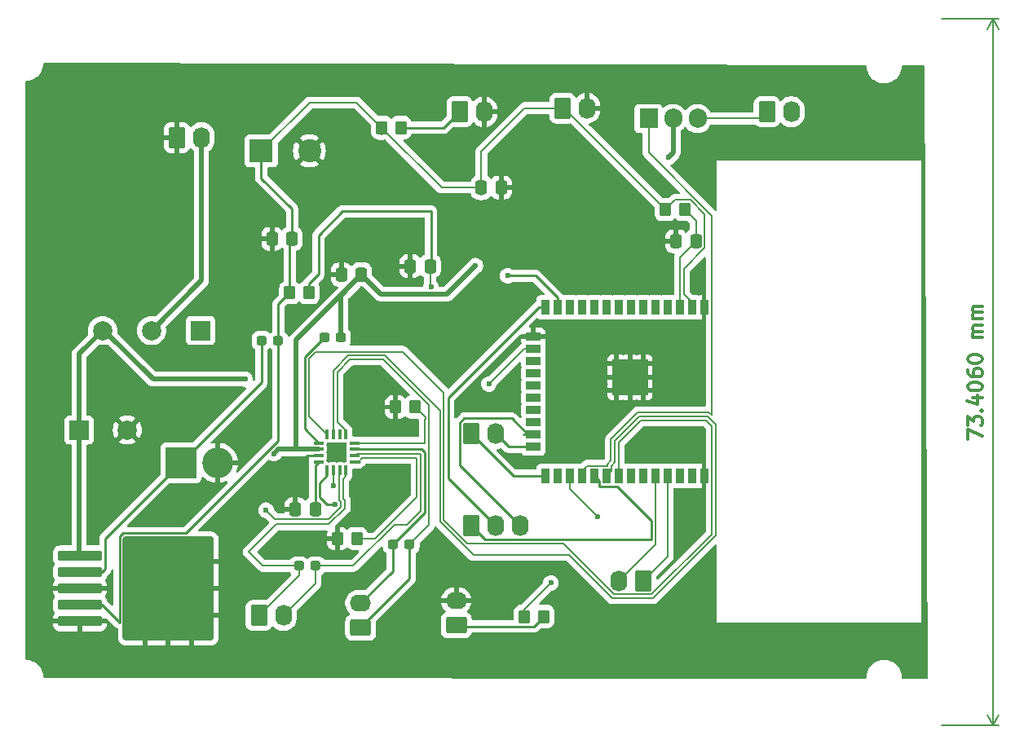
<source format=gbr>
%TF.GenerationSoftware,KiCad,Pcbnew,8.0.8*%
%TF.CreationDate,2025-03-31T15:18:45-05:00*%
%TF.ProjectId,group1_battlebot,67726f75-7031-45f6-9261-74746c65626f,rev?*%
%TF.SameCoordinates,Original*%
%TF.FileFunction,Copper,L1,Top*%
%TF.FilePolarity,Positive*%
%FSLAX46Y46*%
G04 Gerber Fmt 4.6, Leading zero omitted, Abs format (unit mm)*
G04 Created by KiCad (PCBNEW 8.0.8) date 2025-03-31 15:18:45*
%MOMM*%
%LPD*%
G01*
G04 APERTURE LIST*
G04 Aperture macros list*
%AMRoundRect*
0 Rectangle with rounded corners*
0 $1 Rounding radius*
0 $2 $3 $4 $5 $6 $7 $8 $9 X,Y pos of 4 corners*
0 Add a 4 corners polygon primitive as box body*
4,1,4,$2,$3,$4,$5,$6,$7,$8,$9,$2,$3,0*
0 Add four circle primitives for the rounded corners*
1,1,$1+$1,$2,$3*
1,1,$1+$1,$4,$5*
1,1,$1+$1,$6,$7*
1,1,$1+$1,$8,$9*
0 Add four rect primitives between the rounded corners*
20,1,$1+$1,$2,$3,$4,$5,0*
20,1,$1+$1,$4,$5,$6,$7,0*
20,1,$1+$1,$6,$7,$8,$9,0*
20,1,$1+$1,$8,$9,$2,$3,0*%
G04 Aperture macros list end*
%ADD10C,0.300000*%
%TA.AperFunction,NonConductor*%
%ADD11C,0.300000*%
%TD*%
%TA.AperFunction,NonConductor*%
%ADD12C,0.200000*%
%TD*%
%TA.AperFunction,ComponentPad*%
%ADD13RoundRect,0.250000X-0.620000X-0.845000X0.620000X-0.845000X0.620000X0.845000X-0.620000X0.845000X0*%
%TD*%
%TA.AperFunction,ComponentPad*%
%ADD14O,1.740000X2.190000*%
%TD*%
%TA.AperFunction,ComponentPad*%
%ADD15R,2.000000X2.000000*%
%TD*%
%TA.AperFunction,ComponentPad*%
%ADD16C,2.000000*%
%TD*%
%TA.AperFunction,ComponentPad*%
%ADD17R,2.400000X2.400000*%
%TD*%
%TA.AperFunction,ComponentPad*%
%ADD18C,2.400000*%
%TD*%
%TA.AperFunction,SMDPad,CuDef*%
%ADD19RoundRect,0.250000X-0.350000X-0.450000X0.350000X-0.450000X0.350000X0.450000X-0.350000X0.450000X0*%
%TD*%
%TA.AperFunction,SMDPad,CuDef*%
%ADD20RoundRect,0.237500X0.287500X0.237500X-0.287500X0.237500X-0.287500X-0.237500X0.287500X-0.237500X0*%
%TD*%
%TA.AperFunction,SMDPad,CuDef*%
%ADD21RoundRect,0.250000X-0.337500X-0.475000X0.337500X-0.475000X0.337500X0.475000X-0.337500X0.475000X0*%
%TD*%
%TA.AperFunction,SMDPad,CuDef*%
%ADD22RoundRect,0.250000X-2.050000X-0.300000X2.050000X-0.300000X2.050000X0.300000X-2.050000X0.300000X0*%
%TD*%
%TA.AperFunction,SMDPad,CuDef*%
%ADD23RoundRect,0.250000X-2.025000X-2.375000X2.025000X-2.375000X2.025000X2.375000X-2.025000X2.375000X0*%
%TD*%
%TA.AperFunction,SMDPad,CuDef*%
%ADD24RoundRect,0.250002X-4.449998X-5.149998X4.449998X-5.149998X4.449998X5.149998X-4.449998X5.149998X0*%
%TD*%
%TA.AperFunction,ComponentPad*%
%ADD25RoundRect,0.250000X0.845000X-0.620000X0.845000X0.620000X-0.845000X0.620000X-0.845000X-0.620000X0*%
%TD*%
%TA.AperFunction,ComponentPad*%
%ADD26O,2.190000X1.740000*%
%TD*%
%TA.AperFunction,SMDPad,CuDef*%
%ADD27R,0.900000X1.500000*%
%TD*%
%TA.AperFunction,SMDPad,CuDef*%
%ADD28R,1.500000X0.900000*%
%TD*%
%TA.AperFunction,SMDPad,CuDef*%
%ADD29R,0.900000X0.900000*%
%TD*%
%TA.AperFunction,HeatsinkPad*%
%ADD30C,0.600000*%
%TD*%
%TA.AperFunction,HeatsinkPad*%
%ADD31R,3.800000X3.800000*%
%TD*%
%TA.AperFunction,SMDPad,CuDef*%
%ADD32RoundRect,0.237500X-0.287500X-0.237500X0.287500X-0.237500X0.287500X0.237500X-0.287500X0.237500X0*%
%TD*%
%TA.AperFunction,SMDPad,CuDef*%
%ADD33RoundRect,0.237500X0.300000X0.237500X-0.300000X0.237500X-0.300000X-0.237500X0.300000X-0.237500X0*%
%TD*%
%TA.AperFunction,ComponentPad*%
%ADD34R,1.905000X2.000000*%
%TD*%
%TA.AperFunction,ComponentPad*%
%ADD35O,1.905000X2.000000*%
%TD*%
%TA.AperFunction,ComponentPad*%
%ADD36RoundRect,0.250000X0.620000X0.845000X-0.620000X0.845000X-0.620000X-0.845000X0.620000X-0.845000X0*%
%TD*%
%TA.AperFunction,ComponentPad*%
%ADD37R,3.200000X3.200000*%
%TD*%
%TA.AperFunction,ComponentPad*%
%ADD38O,3.200000X3.200000*%
%TD*%
%TA.AperFunction,SMDPad,CuDef*%
%ADD39RoundRect,0.087500X0.425000X0.087500X-0.425000X0.087500X-0.425000X-0.087500X0.425000X-0.087500X0*%
%TD*%
%TA.AperFunction,SMDPad,CuDef*%
%ADD40RoundRect,0.087500X0.087500X0.425000X-0.087500X0.425000X-0.087500X-0.425000X0.087500X-0.425000X0*%
%TD*%
%TA.AperFunction,HeatsinkPad*%
%ADD41C,0.500000*%
%TD*%
%TA.AperFunction,HeatsinkPad*%
%ADD42R,2.100000X2.100000*%
%TD*%
%TA.AperFunction,ViaPad*%
%ADD43C,0.600000*%
%TD*%
%TA.AperFunction,Conductor*%
%ADD44C,0.508000*%
%TD*%
%TA.AperFunction,Conductor*%
%ADD45C,0.254000*%
%TD*%
%TA.AperFunction,Conductor*%
%ADD46C,0.200000*%
%TD*%
G04 APERTURE END LIST*
D10*
D11*
X132506328Y-84241398D02*
X132506328Y-83241398D01*
X132506328Y-83241398D02*
X134006328Y-83884255D01*
X132506328Y-82812827D02*
X132506328Y-81884255D01*
X132506328Y-81884255D02*
X133077757Y-82384255D01*
X133077757Y-82384255D02*
X133077757Y-82169970D01*
X133077757Y-82169970D02*
X133149185Y-82027113D01*
X133149185Y-82027113D02*
X133220614Y-81955684D01*
X133220614Y-81955684D02*
X133363471Y-81884255D01*
X133363471Y-81884255D02*
X133720614Y-81884255D01*
X133720614Y-81884255D02*
X133863471Y-81955684D01*
X133863471Y-81955684D02*
X133934900Y-82027113D01*
X133934900Y-82027113D02*
X134006328Y-82169970D01*
X134006328Y-82169970D02*
X134006328Y-82598541D01*
X134006328Y-82598541D02*
X133934900Y-82741398D01*
X133934900Y-82741398D02*
X133863471Y-82812827D01*
X133863471Y-81241399D02*
X133934900Y-81169970D01*
X133934900Y-81169970D02*
X134006328Y-81241399D01*
X134006328Y-81241399D02*
X133934900Y-81312827D01*
X133934900Y-81312827D02*
X133863471Y-81241399D01*
X133863471Y-81241399D02*
X134006328Y-81241399D01*
X133006328Y-79884256D02*
X134006328Y-79884256D01*
X132434900Y-80241398D02*
X133506328Y-80598541D01*
X133506328Y-80598541D02*
X133506328Y-79669970D01*
X132506328Y-78812827D02*
X132506328Y-78669970D01*
X132506328Y-78669970D02*
X132577757Y-78527113D01*
X132577757Y-78527113D02*
X132649185Y-78455685D01*
X132649185Y-78455685D02*
X132792042Y-78384256D01*
X132792042Y-78384256D02*
X133077757Y-78312827D01*
X133077757Y-78312827D02*
X133434900Y-78312827D01*
X133434900Y-78312827D02*
X133720614Y-78384256D01*
X133720614Y-78384256D02*
X133863471Y-78455685D01*
X133863471Y-78455685D02*
X133934900Y-78527113D01*
X133934900Y-78527113D02*
X134006328Y-78669970D01*
X134006328Y-78669970D02*
X134006328Y-78812827D01*
X134006328Y-78812827D02*
X133934900Y-78955685D01*
X133934900Y-78955685D02*
X133863471Y-79027113D01*
X133863471Y-79027113D02*
X133720614Y-79098542D01*
X133720614Y-79098542D02*
X133434900Y-79169970D01*
X133434900Y-79169970D02*
X133077757Y-79169970D01*
X133077757Y-79169970D02*
X132792042Y-79098542D01*
X132792042Y-79098542D02*
X132649185Y-79027113D01*
X132649185Y-79027113D02*
X132577757Y-78955685D01*
X132577757Y-78955685D02*
X132506328Y-78812827D01*
X132506328Y-77027114D02*
X132506328Y-77312828D01*
X132506328Y-77312828D02*
X132577757Y-77455685D01*
X132577757Y-77455685D02*
X132649185Y-77527114D01*
X132649185Y-77527114D02*
X132863471Y-77669971D01*
X132863471Y-77669971D02*
X133149185Y-77741399D01*
X133149185Y-77741399D02*
X133720614Y-77741399D01*
X133720614Y-77741399D02*
X133863471Y-77669971D01*
X133863471Y-77669971D02*
X133934900Y-77598542D01*
X133934900Y-77598542D02*
X134006328Y-77455685D01*
X134006328Y-77455685D02*
X134006328Y-77169971D01*
X134006328Y-77169971D02*
X133934900Y-77027114D01*
X133934900Y-77027114D02*
X133863471Y-76955685D01*
X133863471Y-76955685D02*
X133720614Y-76884256D01*
X133720614Y-76884256D02*
X133363471Y-76884256D01*
X133363471Y-76884256D02*
X133220614Y-76955685D01*
X133220614Y-76955685D02*
X133149185Y-77027114D01*
X133149185Y-77027114D02*
X133077757Y-77169971D01*
X133077757Y-77169971D02*
X133077757Y-77455685D01*
X133077757Y-77455685D02*
X133149185Y-77598542D01*
X133149185Y-77598542D02*
X133220614Y-77669971D01*
X133220614Y-77669971D02*
X133363471Y-77741399D01*
X132506328Y-75955685D02*
X132506328Y-75812828D01*
X132506328Y-75812828D02*
X132577757Y-75669971D01*
X132577757Y-75669971D02*
X132649185Y-75598543D01*
X132649185Y-75598543D02*
X132792042Y-75527114D01*
X132792042Y-75527114D02*
X133077757Y-75455685D01*
X133077757Y-75455685D02*
X133434900Y-75455685D01*
X133434900Y-75455685D02*
X133720614Y-75527114D01*
X133720614Y-75527114D02*
X133863471Y-75598543D01*
X133863471Y-75598543D02*
X133934900Y-75669971D01*
X133934900Y-75669971D02*
X134006328Y-75812828D01*
X134006328Y-75812828D02*
X134006328Y-75955685D01*
X134006328Y-75955685D02*
X133934900Y-76098543D01*
X133934900Y-76098543D02*
X133863471Y-76169971D01*
X133863471Y-76169971D02*
X133720614Y-76241400D01*
X133720614Y-76241400D02*
X133434900Y-76312828D01*
X133434900Y-76312828D02*
X133077757Y-76312828D01*
X133077757Y-76312828D02*
X132792042Y-76241400D01*
X132792042Y-76241400D02*
X132649185Y-76169971D01*
X132649185Y-76169971D02*
X132577757Y-76098543D01*
X132577757Y-76098543D02*
X132506328Y-75955685D01*
X134006328Y-73669972D02*
X133006328Y-73669972D01*
X133149185Y-73669972D02*
X133077757Y-73598543D01*
X133077757Y-73598543D02*
X133006328Y-73455686D01*
X133006328Y-73455686D02*
X133006328Y-73241400D01*
X133006328Y-73241400D02*
X133077757Y-73098543D01*
X133077757Y-73098543D02*
X133220614Y-73027115D01*
X133220614Y-73027115D02*
X134006328Y-73027115D01*
X133220614Y-73027115D02*
X133077757Y-72955686D01*
X133077757Y-72955686D02*
X133006328Y-72812829D01*
X133006328Y-72812829D02*
X133006328Y-72598543D01*
X133006328Y-72598543D02*
X133077757Y-72455686D01*
X133077757Y-72455686D02*
X133220614Y-72384257D01*
X133220614Y-72384257D02*
X134006328Y-72384257D01*
X134006328Y-71669972D02*
X133006328Y-71669972D01*
X133149185Y-71669972D02*
X133077757Y-71598543D01*
X133077757Y-71598543D02*
X133006328Y-71455686D01*
X133006328Y-71455686D02*
X133006328Y-71241400D01*
X133006328Y-71241400D02*
X133077757Y-71098543D01*
X133077757Y-71098543D02*
X133220614Y-71027115D01*
X133220614Y-71027115D02*
X134006328Y-71027115D01*
X133220614Y-71027115D02*
X133077757Y-70955686D01*
X133077757Y-70955686D02*
X133006328Y-70812829D01*
X133006328Y-70812829D02*
X133006328Y-70598543D01*
X133006328Y-70598543D02*
X133077757Y-70455686D01*
X133077757Y-70455686D02*
X133220614Y-70384257D01*
X133220614Y-70384257D02*
X134006328Y-70384257D01*
D12*
X129786000Y-113944400D02*
X135714420Y-113944400D01*
X129786000Y-40538400D02*
X135714420Y-40538400D01*
X135128000Y-113944400D02*
X135128000Y-40538400D01*
X135128000Y-113944400D02*
X135128000Y-40538400D01*
X135128000Y-113944400D02*
X134541579Y-112817896D01*
X135128000Y-113944400D02*
X135714421Y-112817896D01*
X135128000Y-40538400D02*
X135714421Y-41664904D01*
X135128000Y-40538400D02*
X134541579Y-41664904D01*
D13*
%TO.P,J7,1,Pin_1*%
%TO.N,/3v3 output*%
X90424000Y-49809400D03*
D14*
%TO.P,J7,2,Pin_2*%
%TO.N,GND*%
X92964000Y-49809400D03*
%TD*%
D15*
%TO.P,C1,1*%
%TO.N,/12v_out*%
X40228123Y-83261200D03*
D16*
%TO.P,C1,2*%
%TO.N,GND*%
X45228123Y-83261200D03*
%TD*%
D17*
%TO.P,C2,1*%
%TO.N,/3v3 output*%
X59144041Y-54254400D03*
D18*
%TO.P,C2,2*%
%TO.N,GND*%
X64144041Y-54254400D03*
%TD*%
D19*
%TO.P,R3,1*%
%TO.N,GND*%
X73091800Y-80873600D03*
%TO.P,R3,2*%
%TO.N,Net-(U3-BISEN)*%
X75091800Y-80873600D03*
%TD*%
D20*
%TO.P,L3,1,1*%
%TO.N,Net-(J3-Pin_1)*%
X74549000Y-95148400D03*
%TO.P,L3,2,2*%
%TO.N,Net-(J3-Pin_2)*%
X72799000Y-95148400D03*
%TD*%
D13*
%TO.P,J9,1,Pin_1*%
%TO.N,Net-(J9-Pin_1)*%
X80949800Y-83662200D03*
D14*
%TO.P,J9,2,Pin_2*%
%TO.N,Net-(J9-Pin_2)*%
X83489800Y-83662200D03*
%TD*%
D21*
%TO.P,C3,1*%
%TO.N,GND*%
X67466300Y-67106800D03*
%TO.P,C3,2*%
%TO.N,/12v_out*%
X69541300Y-67106800D03*
%TD*%
%TO.P,C8,1*%
%TO.N,/3v3 output*%
X81999000Y-58064400D03*
%TO.P,C8,2*%
%TO.N,GND*%
X84074000Y-58064400D03*
%TD*%
D19*
%TO.P,R7,1*%
%TO.N,/3v3 output*%
X62109600Y-68986400D03*
%TO.P,R7,2*%
%TO.N,/nSleep*%
X64109600Y-68986400D03*
%TD*%
D22*
%TO.P,U4,1,VIN*%
%TO.N,/12v_out*%
X40326000Y-96320400D03*
%TO.P,U4,2,OUT*%
%TO.N,Net-(D1-K)*%
X40326000Y-98020400D03*
%TO.P,U4,3,GND*%
%TO.N,GND*%
X40326000Y-99720400D03*
D23*
X47051000Y-96945400D03*
X47051000Y-102495400D03*
D24*
X49476000Y-99720400D03*
D23*
X51901000Y-96945400D03*
X51901000Y-102495400D03*
D22*
%TO.P,U4,4,FB*%
%TO.N,/3v3 output*%
X40326000Y-101420400D03*
%TO.P,U4,5,~{ON}/OFF*%
%TO.N,GND*%
X40326000Y-103120400D03*
%TD*%
D21*
%TO.P,C4,1*%
%TO.N,GND*%
X62669600Y-91490800D03*
%TO.P,C4,2*%
%TO.N,Net-(U3-VINT)*%
X64744600Y-91490800D03*
%TD*%
D25*
%TO.P,J5,1,Pin_1*%
%TO.N,Net-(J5-Pin_1)*%
X79395000Y-103530400D03*
D26*
%TO.P,J5,2,Pin_2*%
%TO.N,GND*%
X79395000Y-100990400D03*
%TD*%
D21*
%TO.P,C6,1*%
%TO.N,GND*%
X74607600Y-66243200D03*
%TO.P,C6,2*%
%TO.N,/nSleep*%
X76682600Y-66243200D03*
%TD*%
D13*
%TO.P,J10,1,Pin_1*%
%TO.N,Net-(J10-Pin_1)*%
X80949800Y-93218000D03*
D14*
%TO.P,J10,2,Pin_2*%
%TO.N,Net-(J10-Pin_2)*%
X83489800Y-93218000D03*
%TO.P,J10,3,Pin_3*%
%TO.N,Net-(J10-Pin_3)*%
X86029800Y-93218000D03*
%TD*%
D13*
%TO.P,J8,1,Pin_1*%
%TO.N,Net-(J8-Pin_1)*%
X111658400Y-50190400D03*
D14*
%TO.P,J8,2,Pin_2*%
%TO.N,N/C*%
X114198400Y-50190400D03*
%TD*%
D15*
%TO.P,SW1,1,A*%
%TO.N,unconnected-(SW1-A-Pad1)*%
X52832000Y-72923400D03*
D16*
%TO.P,SW1,2,B*%
%TO.N,Net-(J1-Pin_2)*%
X47752000Y-72923400D03*
%TO.P,SW1,3,C*%
%TO.N,/12v_out*%
X42672000Y-72923400D03*
%TD*%
D13*
%TO.P,J1,1,Pin_1*%
%TO.N,GND*%
X50393600Y-52882800D03*
D14*
%TO.P,J1,2,Pin_2*%
%TO.N,Net-(J1-Pin_2)*%
X52933600Y-52882800D03*
%TD*%
D27*
%TO.P,U6,1,GND*%
%TO.N,GND*%
X105156000Y-70523400D03*
%TO.P,U6,2,VDD*%
%TO.N,/3v3 output*%
X103886000Y-70523400D03*
%TO.P,U6,3,EN*%
%TO.N,Net-(U6-EN)*%
X102616000Y-70523400D03*
%TO.P,U6,4,SENSOR_VP*%
%TO.N,unconnected-(U6-SENSOR_VP-Pad4)*%
X101346000Y-70523400D03*
%TO.P,U6,5,SENSOR_VN*%
%TO.N,unconnected-(U6-SENSOR_VN-Pad5)*%
X100076000Y-70523400D03*
%TO.P,U6,6,IO34*%
%TO.N,unconnected-(U6-IO34-Pad6)*%
X98806000Y-70523400D03*
%TO.P,U6,7,IO35*%
%TO.N,unconnected-(U6-IO35-Pad7)*%
X97536000Y-70523400D03*
%TO.P,U6,8,IO32*%
%TO.N,unconnected-(U6-IO32-Pad8)*%
X96266000Y-70523400D03*
%TO.P,U6,9,IO33*%
%TO.N,unconnected-(U6-IO33-Pad9)*%
X94996000Y-70523400D03*
%TO.P,U6,10,IO25*%
%TO.N,unconnected-(U6-IO25-Pad10)*%
X93726000Y-70523400D03*
%TO.P,U6,11,IO26*%
%TO.N,unconnected-(U6-IO26-Pad11)*%
X92456000Y-70523400D03*
%TO.P,U6,12,IO27*%
%TO.N,unconnected-(U6-IO27-Pad12)*%
X91186000Y-70523400D03*
%TO.P,U6,13,IO14*%
%TO.N,/HBridgeA2*%
X89916000Y-70523400D03*
%TO.P,U6,14,IO12*%
%TO.N,Net-(J10-Pin_2)*%
X88646000Y-70523400D03*
D28*
%TO.P,U6,15,GND*%
%TO.N,GND*%
X87396000Y-73563400D03*
%TO.P,U6,16,IO13*%
%TO.N,/HBridgeA1*%
X87396000Y-74833400D03*
%TO.P,U6,17,NC*%
%TO.N,unconnected-(U6-NC-Pad17)*%
X87396000Y-76103400D03*
%TO.P,U6,18,NC*%
%TO.N,unconnected-(U6-NC-Pad18)*%
X87396000Y-77373400D03*
%TO.P,U6,19,NC*%
%TO.N,unconnected-(U6-NC-Pad19)*%
X87396000Y-78643400D03*
%TO.P,U6,20,NC*%
%TO.N,unconnected-(U6-NC-Pad20)*%
X87396000Y-79913400D03*
%TO.P,U6,21,NC*%
%TO.N,unconnected-(U6-NC-Pad21)*%
X87396000Y-81183400D03*
%TO.P,U6,22,NC*%
%TO.N,unconnected-(U6-NC-Pad22)*%
X87396000Y-82453400D03*
%TO.P,U6,23,IO15*%
%TO.N,Net-(J10-Pin_3)*%
X87396000Y-83723400D03*
%TO.P,U6,24,IO2*%
%TO.N,Net-(J9-Pin_2)*%
X87396000Y-84993400D03*
D27*
%TO.P,U6,25,IO0*%
%TO.N,Net-(J9-Pin_1)*%
X88646000Y-88023400D03*
%TO.P,U6,26,IO4*%
%TO.N,unconnected-(U6-IO4-Pad26)*%
X89916000Y-88023400D03*
%TO.P,U6,27,IO16*%
%TO.N,/Bluetooth*%
X91186000Y-88023400D03*
%TO.P,U6,28,IO17*%
%TO.N,Net-(Q1-G)*%
X92456000Y-88023400D03*
%TO.P,U6,29,IO5*%
%TO.N,Net-(J10-Pin_1)*%
X93726000Y-88023400D03*
%TO.P,U6,30,IO18*%
%TO.N,/HBridgeB1*%
X94996000Y-88023400D03*
%TO.P,U6,31,IO19*%
%TO.N,/HBridgeB2*%
X96266000Y-88023400D03*
%TO.P,U6,32,NC*%
%TO.N,unconnected-(U6-NC-Pad32)*%
X97536000Y-88023400D03*
%TO.P,U6,33,IO21*%
%TO.N,unconnected-(U6-IO21-Pad33)*%
X98806000Y-88023400D03*
%TO.P,U6,34,RXD0/IO3*%
%TO.N,Net-(J6-Pin_2)*%
X100076000Y-88023400D03*
%TO.P,U6,35,TXD0/IO1*%
%TO.N,Net-(J6-Pin_1)*%
X101346000Y-88023400D03*
%TO.P,U6,36,IO22*%
%TO.N,unconnected-(U6-IO22-Pad36)*%
X102616000Y-88023400D03*
%TO.P,U6,37,IO23*%
%TO.N,unconnected-(U6-IO23-Pad37)*%
X103886000Y-88023400D03*
%TO.P,U6,38,GND*%
%TO.N,GND*%
X105156000Y-88023400D03*
D29*
%TO.P,U6,39,GND*%
X98836000Y-76373400D03*
D30*
X98136000Y-76373400D03*
D29*
X97436000Y-76373400D03*
D30*
X96736000Y-76373400D03*
D29*
X96036000Y-76373400D03*
D30*
X98836000Y-77073400D03*
X97436000Y-77073400D03*
X96036000Y-77073400D03*
X98136000Y-77748400D03*
X96736000Y-77748400D03*
D29*
X98836000Y-77773400D03*
X97436000Y-77773400D03*
D31*
X97436000Y-77773400D03*
D29*
X96036000Y-77773400D03*
D30*
X98836000Y-78473400D03*
X97436000Y-78473400D03*
X96036000Y-78473400D03*
D29*
X98836000Y-79173400D03*
D30*
X98136000Y-79173400D03*
D29*
X97436000Y-79173400D03*
D30*
X96736000Y-79173400D03*
D29*
X96036000Y-79173400D03*
%TD*%
D32*
%TO.P,L2,1,1*%
%TO.N,Net-(J2-Pin_1)*%
X63045400Y-97383600D03*
%TO.P,L2,2,2*%
%TO.N,Net-(J2-Pin_2)*%
X64795400Y-97383600D03*
%TD*%
D13*
%TO.P,J2,1,Pin_1*%
%TO.N,Net-(J2-Pin_1)*%
X58902600Y-102534400D03*
D14*
%TO.P,J2,2,Pin_2*%
%TO.N,Net-(J2-Pin_2)*%
X61442600Y-102534400D03*
%TD*%
D19*
%TO.P,R6,1*%
%TO.N,/3v3 output*%
X101108000Y-60350400D03*
%TO.P,R6,2*%
%TO.N,Net-(U6-EN)*%
X103108000Y-60350400D03*
%TD*%
%TO.P,R5,1*%
%TO.N,/Bluetooth*%
X86487000Y-102641400D03*
%TO.P,R5,2*%
%TO.N,Net-(J5-Pin_1)*%
X88487000Y-102641400D03*
%TD*%
D33*
%TO.P,C5,1*%
%TO.N,/12v_out*%
X67410500Y-73660000D03*
%TO.P,C5,2*%
%TO.N,Net-(U3-VCP)*%
X65685500Y-73660000D03*
%TD*%
D34*
%TO.P,Q1,1,G*%
%TO.N,Net-(Q1-G)*%
X99364800Y-50901600D03*
D35*
%TO.P,Q1,2,D*%
%TO.N,/12v_out*%
X101904800Y-50901600D03*
%TO.P,Q1,3,S*%
%TO.N,Net-(J8-Pin_1)*%
X104444800Y-50901600D03*
%TD*%
D32*
%TO.P,L1,1,1*%
%TO.N,Net-(D1-K)*%
X59170600Y-73964800D03*
%TO.P,L1,2,2*%
%TO.N,/3v3 output*%
X60920600Y-73964800D03*
%TD*%
D36*
%TO.P,J6,1,Pin_1*%
%TO.N,Net-(J6-Pin_1)*%
X98806000Y-98938400D03*
D14*
%TO.P,J6,2,Pin_2*%
%TO.N,Net-(J6-Pin_2)*%
X96266000Y-98938400D03*
%TD*%
D21*
%TO.P,C9,1*%
%TO.N,GND*%
X102213500Y-63652400D03*
%TO.P,C9,2*%
%TO.N,Net-(U6-EN)*%
X104288500Y-63652400D03*
%TD*%
D25*
%TO.P,J3,1,Pin_1*%
%TO.N,Net-(J3-Pin_1)*%
X69469000Y-103784400D03*
D26*
%TO.P,J3,2,Pin_2*%
%TO.N,Net-(J3-Pin_2)*%
X69469000Y-101244400D03*
%TD*%
D37*
%TO.P,D1,1,K*%
%TO.N,Net-(D1-K)*%
X50800000Y-86664800D03*
D38*
%TO.P,D1,2,A*%
%TO.N,GND*%
X54610000Y-86664800D03*
%TD*%
D19*
%TO.P,R4,1*%
%TO.N,/3v3 output*%
X71644000Y-51841400D03*
%TO.P,R4,2*%
%TO.N,Net-(J4-Pin_1)*%
X73644000Y-51841400D03*
%TD*%
D13*
%TO.P,J4,1,Pin_1*%
%TO.N,Net-(J4-Pin_1)*%
X79756000Y-50190400D03*
D14*
%TO.P,J4,2,Pin_2*%
%TO.N,GND*%
X82296000Y-50190400D03*
%TD*%
D19*
%TO.P,R2,1*%
%TO.N,GND*%
X67062600Y-94538800D03*
%TO.P,R2,2*%
%TO.N,Net-(U3-AISEN)*%
X69062600Y-94538800D03*
%TD*%
D39*
%TO.P,U3,1,AISEN*%
%TO.N,Net-(U3-AISEN)*%
X68829500Y-86560200D03*
%TO.P,U3,2,AOUT2*%
%TO.N,Net-(J2-Pin_2)*%
X68829500Y-85910200D03*
%TO.P,U3,3,BOUT2*%
%TO.N,Net-(J3-Pin_2)*%
X68829500Y-85260200D03*
%TO.P,U3,4,BISEN*%
%TO.N,Net-(U3-BISEN)*%
X68829500Y-84610200D03*
D40*
%TO.P,U3,5,BOUT1*%
%TO.N,Net-(J3-Pin_1)*%
X67942000Y-83722700D03*
%TO.P,U3,6,~{FAULT}*%
%TO.N,unconnected-(U3-~{FAULT}-Pad6)*%
X67292000Y-83722700D03*
%TO.P,U3,7,BIN1*%
%TO.N,/HBridgeB1*%
X66642000Y-83722700D03*
%TO.P,U3,8,BIN2*%
%TO.N,/HBridgeB2*%
X65992000Y-83722700D03*
D39*
%TO.P,U3,9,VCP*%
%TO.N,Net-(U3-VCP)*%
X65104500Y-84610200D03*
%TO.P,U3,10,VM*%
%TO.N,/12v_out*%
X65104500Y-85260200D03*
%TO.P,U3,11,GND*%
%TO.N,GND*%
X65104500Y-85910200D03*
%TO.P,U3,12,VINT*%
%TO.N,Net-(U3-VINT)*%
X65104500Y-86560200D03*
D40*
%TO.P,U3,13,AIN2*%
%TO.N,/HBridgeA2*%
X65992000Y-87447700D03*
%TO.P,U3,14,AIN1*%
%TO.N,/HBridgeA1*%
X66642000Y-87447700D03*
%TO.P,U3,15,~{SLEEP}*%
%TO.N,/nSleep*%
X67292000Y-87447700D03*
%TO.P,U3,16,AOUT1*%
%TO.N,Net-(J2-Pin_1)*%
X67942000Y-87447700D03*
D41*
%TO.P,U3,17,GND*%
%TO.N,GND*%
X67767000Y-86385200D03*
X67767000Y-85585200D03*
X67767000Y-84785200D03*
X66967000Y-86385200D03*
X66967000Y-85585200D03*
D42*
X66967000Y-85585200D03*
D41*
X66967000Y-84785200D03*
X66167000Y-86385200D03*
X66167000Y-85585200D03*
X66167000Y-84785200D03*
%TD*%
D21*
%TO.P,C7,1*%
%TO.N,GND*%
X60252700Y-63398400D03*
%TO.P,C7,2*%
%TO.N,/3v3 output*%
X62327700Y-63398400D03*
%TD*%
D43*
%TO.N,/12v_out*%
X101447600Y-54914800D03*
X81381600Y-66192400D03*
X60452000Y-85725000D03*
X57454800Y-77978000D03*
%TO.N,GND*%
X67995800Y-63550800D03*
X90170000Y-55778400D03*
X58724800Y-66954400D03*
X100406200Y-85267800D03*
X69875400Y-82448400D03*
X70688200Y-87985600D03*
X62839600Y-87020400D03*
X91592400Y-84963000D03*
%TO.N,/nSleep*%
X76784200Y-68376800D03*
X59639200Y-91592400D03*
%TO.N,/Bluetooth*%
X89230200Y-99161600D03*
X94056200Y-92252800D03*
%TO.N,/HBridgeA1*%
X66642000Y-89019400D03*
X82793400Y-78486000D03*
%TO.N,/HBridgeA2*%
X84734400Y-67233800D03*
X66827400Y-90982800D03*
%TD*%
D44*
%TO.N,/12v_out*%
X62763400Y-85260200D02*
X65104500Y-85260200D01*
X101904800Y-54457600D02*
X101447600Y-54914800D01*
X60916800Y-85260200D02*
X62763400Y-85260200D01*
X78443200Y-69130800D02*
X81381600Y-66192400D01*
X42672000Y-72923400D02*
X40228123Y-75367277D01*
X47929800Y-77978000D02*
X57454800Y-77978000D01*
X40228123Y-83261200D02*
X40228123Y-96222523D01*
X40228123Y-75367277D02*
X40228123Y-83261200D01*
X60452000Y-85725000D02*
X60916800Y-85260200D01*
X62763400Y-85260200D02*
X62763400Y-73927766D01*
X42672000Y-72923400D02*
X42875200Y-72923400D01*
X62763400Y-73927766D02*
X69541300Y-67149866D01*
X71565300Y-69130800D02*
X78443200Y-69130800D01*
X69541300Y-67149866D02*
X67410500Y-69280666D01*
X67410500Y-69280666D02*
X67410500Y-73660000D01*
X69541300Y-67106800D02*
X71565300Y-69130800D01*
X69541300Y-67106800D02*
X69541300Y-67149866D01*
X40228123Y-96222523D02*
X40326000Y-96320400D01*
X42875200Y-72923400D02*
X47929800Y-77978000D01*
X101904800Y-50901600D02*
X101904800Y-54457600D01*
D45*
%TO.N,GND*%
X87884000Y-58064400D02*
X90170000Y-55778400D01*
X63949800Y-85910200D02*
X62839600Y-87020400D01*
X84074000Y-58064400D02*
X87884000Y-58064400D01*
X65104500Y-85910200D02*
X63949800Y-85910200D01*
%TO.N,/3v3 output*%
X51296888Y-93993400D02*
X44780072Y-93993400D01*
X60920600Y-73964800D02*
X60920600Y-84369688D01*
D46*
X103016000Y-66522144D02*
X105176000Y-64362144D01*
D45*
X44449000Y-94324472D02*
X44449000Y-103243400D01*
X62109600Y-64019000D02*
X62109600Y-68986400D01*
D46*
X90424000Y-49809400D02*
X86487000Y-49809400D01*
D45*
X42626000Y-101420400D02*
X40326000Y-101420400D01*
D46*
X100965000Y-60350400D02*
X101108000Y-60350400D01*
D45*
X62153800Y-63572300D02*
X62327700Y-63398400D01*
D46*
X103886000Y-70523400D02*
X103886000Y-69983400D01*
X101108000Y-60350400D02*
X90567000Y-49809400D01*
X71644000Y-51841400D02*
X71644000Y-52541400D01*
D45*
X44780072Y-93993400D02*
X44449000Y-94324472D01*
X60920600Y-84369688D02*
X60630944Y-84659344D01*
X60630944Y-84659344D02*
X51296888Y-93993400D01*
X62327700Y-63398400D02*
X62327700Y-60278100D01*
X62327700Y-63800900D02*
X62109600Y-64019000D01*
D46*
X69053200Y-49250600D02*
X71644000Y-51841400D01*
D45*
X62327700Y-63398400D02*
X62327700Y-63800900D01*
D46*
X71644000Y-51841400D02*
X77867000Y-58064400D01*
X101108000Y-60350400D02*
X102108000Y-59350400D01*
D45*
X62327700Y-60278100D02*
X59144041Y-57094441D01*
D46*
X103886000Y-69983400D02*
X103016000Y-69113400D01*
X103692744Y-59350400D02*
X105176000Y-60833656D01*
X103016000Y-69113400D02*
X103016000Y-66522144D01*
X86487000Y-49809400D02*
X81999000Y-54297400D01*
D45*
X60920600Y-70175400D02*
X62109600Y-68986400D01*
D46*
X59144041Y-54254400D02*
X64147841Y-49250600D01*
D45*
X60920600Y-73964800D02*
X60920600Y-70175400D01*
D46*
X64147841Y-49250600D02*
X69053200Y-49250600D01*
X77867000Y-58064400D02*
X81999000Y-58064400D01*
X81999000Y-54297400D02*
X81999000Y-58064400D01*
X102108000Y-59350400D02*
X103692744Y-59350400D01*
X105176000Y-60833656D02*
X105176000Y-64362144D01*
D45*
X59144041Y-57094441D02*
X59144041Y-54254400D01*
D46*
X81999000Y-58064400D02*
X81999000Y-58789400D01*
X90567000Y-49809400D02*
X90424000Y-49809400D01*
D45*
X44449000Y-103243400D02*
X42626000Y-101420400D01*
%TO.N,Net-(U3-VINT)*%
X64744600Y-91490800D02*
X64744600Y-86920100D01*
X64744600Y-86920100D02*
X65104500Y-86560200D01*
%TO.N,Net-(U3-VCP)*%
X65685500Y-73660000D02*
X63652400Y-75693100D01*
X63652400Y-75693100D02*
X63652400Y-83158100D01*
X63652400Y-83158100D02*
X65104500Y-84610200D01*
%TO.N,/nSleep*%
X65100200Y-63017400D02*
X67564000Y-60553600D01*
X65100200Y-67030600D02*
X65100200Y-63017400D01*
D46*
X67427400Y-90734271D02*
X67242000Y-90548871D01*
X60562600Y-92515800D02*
X66142929Y-92515800D01*
D45*
X64109600Y-68021200D02*
X65100200Y-67030600D01*
X76784200Y-66141600D02*
X76682600Y-66243200D01*
X67564000Y-60553600D02*
X76784200Y-60553600D01*
D46*
X67242000Y-87497700D02*
X67292000Y-87447700D01*
X66142929Y-92515800D02*
X67427400Y-91231329D01*
X76784200Y-68376800D02*
X76682600Y-68275200D01*
X76682600Y-68275200D02*
X76682600Y-66243200D01*
X67242000Y-90548871D02*
X67242000Y-87497700D01*
X67427400Y-91231329D02*
X67427400Y-90734271D01*
D45*
X64109600Y-68986400D02*
X64109600Y-68021200D01*
D46*
X59639200Y-91592400D02*
X60562600Y-92515800D01*
D45*
X76784200Y-60553600D02*
X76784200Y-66141600D01*
D46*
%TO.N,Net-(U6-EN)*%
X102616000Y-65324900D02*
X104288500Y-63652400D01*
X102616000Y-70523400D02*
X102616000Y-65324900D01*
X104288500Y-63652400D02*
X104288500Y-61530900D01*
X104288500Y-61530900D02*
X103108000Y-60350400D01*
D45*
%TO.N,Net-(D1-K)*%
X50800000Y-86664800D02*
X59170600Y-78294200D01*
X42953000Y-94511800D02*
X42953000Y-97693400D01*
X42626000Y-98020400D02*
X40326000Y-98020400D01*
X42953000Y-97693400D02*
X42626000Y-98020400D01*
X59170600Y-78294200D02*
X59170600Y-73964800D01*
X50800000Y-86664800D02*
X42953000Y-94511800D01*
D44*
%TO.N,Net-(J1-Pin_2)*%
X52933600Y-52882800D02*
X52933600Y-67741800D01*
X52933600Y-67741800D02*
X47752000Y-72923400D01*
D46*
%TO.N,Net-(J2-Pin_1)*%
X67827400Y-91397015D02*
X66158815Y-93065600D01*
X60680600Y-93065600D02*
X57835800Y-95910400D01*
X63045400Y-98391600D02*
X58902600Y-102534400D01*
X63045400Y-97383600D02*
X63045400Y-98391600D01*
X66158815Y-93065600D02*
X60680600Y-93065600D01*
X67942000Y-87447700D02*
X67942000Y-88044513D01*
X67642000Y-90383185D02*
X67827400Y-90568585D01*
X57835800Y-95910400D02*
X59309000Y-97383600D01*
X59309000Y-97383600D02*
X63045400Y-97383600D01*
X67942000Y-88044513D02*
X67642000Y-88344513D01*
X67642000Y-88344513D02*
X67642000Y-90383185D01*
X67827400Y-90568585D02*
X67827400Y-91397015D01*
%TO.N,Net-(J2-Pin_2)*%
X64795400Y-99181600D02*
X61442600Y-102534400D01*
X75711000Y-85760632D02*
X68979068Y-85760632D01*
X68707000Y-97383600D02*
X72967315Y-93123285D01*
X75711000Y-91632530D02*
X75711000Y-85760632D01*
X68979068Y-85760632D02*
X68829500Y-85910200D01*
X72967315Y-93123285D02*
X74220245Y-93123285D01*
X64795400Y-97383600D02*
X68707000Y-97383600D01*
X74220245Y-93123285D02*
X75711000Y-91632530D01*
X64795400Y-97383600D02*
X64795400Y-99181600D01*
%TO.N,Net-(J3-Pin_1)*%
X67042000Y-82409768D02*
X67042000Y-77255886D01*
X76581000Y-80670400D02*
X76581000Y-82290453D01*
X67042000Y-77255886D02*
X68364686Y-75933200D01*
X67942000Y-83722700D02*
X67942000Y-83309768D01*
X76581000Y-82290453D02*
X76565000Y-82306453D01*
X76565000Y-82306453D02*
X76565000Y-93132400D01*
X76565000Y-93132400D02*
X74549000Y-95148400D01*
D45*
X69469000Y-103784400D02*
X74549000Y-98704400D01*
D46*
X67942000Y-83309768D02*
X67042000Y-82409768D01*
X71843800Y-75933200D02*
X76581000Y-80670400D01*
X68364686Y-75933200D02*
X71843800Y-75933200D01*
D45*
X74549000Y-98704400D02*
X74549000Y-95148400D01*
%TO.N,Net-(J3-Pin_2)*%
X72799000Y-95148400D02*
X72799000Y-97914400D01*
X72799000Y-95148400D02*
X76138000Y-91809400D01*
X75814437Y-85260200D02*
X68829500Y-85260200D01*
X72799000Y-97914400D02*
X69469000Y-101244400D01*
X76138000Y-85583763D02*
X75814437Y-85260200D01*
X76138000Y-91809400D02*
X76138000Y-85583763D01*
%TO.N,Net-(J4-Pin_1)*%
X78105000Y-51841400D02*
X79756000Y-50190400D01*
X73644000Y-51841400D02*
X78105000Y-51841400D01*
X73644000Y-51841400D02*
X73644000Y-52226400D01*
%TO.N,Net-(J5-Pin_1)*%
X79395000Y-103530400D02*
X79533000Y-103668400D01*
X79533000Y-103668400D02*
X87460000Y-103668400D01*
X87460000Y-103668400D02*
X88487000Y-102641400D01*
D46*
%TO.N,Net-(J6-Pin_2)*%
X100076000Y-95128400D02*
X100076000Y-88023400D01*
X96266000Y-98938400D02*
X100076000Y-95128400D01*
%TO.N,Net-(J6-Pin_1)*%
X98806000Y-98938400D02*
X101346000Y-96398400D01*
X101346000Y-96398400D02*
X101346000Y-88023400D01*
%TO.N,Net-(J8-Pin_1)*%
X104444800Y-50901600D02*
X110947200Y-50901600D01*
X110947200Y-50901600D02*
X111658400Y-50190400D01*
D45*
%TO.N,Net-(J10-Pin_2)*%
X78536800Y-79928600D02*
X78536800Y-88265000D01*
X78536800Y-88265000D02*
X83489800Y-93218000D01*
X87942000Y-70523400D02*
X78536800Y-79928600D01*
X88646000Y-70523400D02*
X87942000Y-70523400D01*
D46*
%TO.N,Net-(U3-AISEN)*%
X75311000Y-86160632D02*
X69642000Y-86160632D01*
D45*
X69341999Y-86560200D02*
X68829500Y-86560200D01*
D46*
X75311000Y-90213914D02*
X75311000Y-86160632D01*
X69642000Y-86160632D02*
X69242432Y-86560200D01*
X69062600Y-94538800D02*
X70986114Y-94538800D01*
X70986114Y-94538800D02*
X75311000Y-90213914D01*
X69242432Y-86560200D02*
X68829500Y-86560200D01*
%TO.N,Net-(U3-BISEN)*%
X75091800Y-80873600D02*
X76181000Y-81962800D01*
X76181000Y-81962800D02*
X76181000Y-82124767D01*
X76181000Y-82124767D02*
X76165000Y-82140767D01*
X76165000Y-84610200D02*
X68829500Y-84610200D01*
X76165000Y-82140767D02*
X76165000Y-84610200D01*
%TO.N,/Bluetooth*%
X91186000Y-88023400D02*
X91186000Y-89382600D01*
X86487000Y-101904800D02*
X86487000Y-102641400D01*
X91186000Y-89382600D02*
X94056200Y-92252800D01*
X89230200Y-99161600D02*
X86487000Y-101904800D01*
%TO.N,/HBridgeB1*%
X95866000Y-84372400D02*
X95866000Y-86623400D01*
X66642000Y-83722700D02*
X66642000Y-77090200D01*
X77709800Y-81233514D02*
X77709800Y-92793430D01*
X91148284Y-96266000D02*
X95615684Y-100733400D01*
X105460800Y-81838800D02*
X98399600Y-81838800D01*
X77709800Y-92793430D02*
X81182370Y-96266000D01*
X99826430Y-100733400D02*
X106349800Y-94210030D01*
X66642000Y-77090200D02*
X68199000Y-75533200D01*
X95516000Y-86973400D02*
X95516000Y-87503400D01*
X95516000Y-87503400D02*
X94996000Y-88023400D01*
X106349800Y-94210030D02*
X106349800Y-82727800D01*
X95866000Y-86623400D02*
X95516000Y-86973400D01*
X95615684Y-100733400D02*
X99826430Y-100733400D01*
X81182370Y-96266000D02*
X91148284Y-96266000D01*
X68199000Y-75533200D02*
X72009486Y-75533200D01*
X106349800Y-82727800D02*
X105460800Y-81838800D01*
X72009486Y-75533200D02*
X77709800Y-81233514D01*
X98399600Y-81838800D02*
X95866000Y-84372400D01*
%TO.N,/HBridgeB2*%
X105906000Y-82849686D02*
X105295114Y-82238800D01*
X98565286Y-82238800D02*
X96266000Y-84538086D01*
X90514970Y-95067000D02*
X95781370Y-100333400D01*
X64079400Y-75869970D02*
X64816170Y-75133200D01*
X80549056Y-95067000D02*
X90514970Y-95067000D01*
X105295114Y-82238800D02*
X98565286Y-82238800D01*
X64079400Y-81810100D02*
X64079400Y-75869970D01*
X95781370Y-100333400D02*
X99660744Y-100333400D01*
X99660744Y-100333400D02*
X105906000Y-94088144D01*
X64816170Y-75133200D02*
X73837800Y-75133200D01*
X96266000Y-84538086D02*
X96266000Y-88023400D01*
X78109800Y-92627744D02*
X80549056Y-95067000D01*
X73837800Y-75133200D02*
X78109800Y-79405200D01*
X105906000Y-94088144D02*
X105906000Y-82849686D01*
X65992000Y-83722700D02*
X64079400Y-81810100D01*
X78109800Y-79405200D02*
X78109800Y-92627744D01*
%TO.N,/HBridgeA1*%
X66642000Y-89019400D02*
X66675000Y-89052400D01*
X66642000Y-87447700D02*
X66642000Y-89019400D01*
X87396000Y-74833400D02*
X86446000Y-74833400D01*
X86446000Y-74833400D02*
X82793400Y-78486000D01*
D45*
%TO.N,/HBridgeA2*%
X65963800Y-90982800D02*
X65198600Y-90217600D01*
X84734400Y-67233800D02*
X87630400Y-67233800D01*
X87630400Y-67233800D02*
X89916000Y-69519400D01*
X65992000Y-87960199D02*
X65992000Y-87447700D01*
X65198600Y-90217600D02*
X65198600Y-88753599D01*
X89789400Y-69392800D02*
X89916000Y-69519400D01*
D46*
X89916000Y-69573400D02*
X89916000Y-70523400D01*
D45*
X65198600Y-88753599D02*
X65992000Y-87960199D01*
X66827400Y-90982800D02*
X65963800Y-90982800D01*
X89916000Y-69519400D02*
X89916000Y-70523400D01*
%TO.N,Net-(J10-Pin_1)*%
X82371800Y-94640000D02*
X99649000Y-94640000D01*
X99649000Y-94640000D02*
X99649000Y-92664000D01*
X96085400Y-89100400D02*
X94219000Y-89100400D01*
X94219000Y-89100400D02*
X94219000Y-88516400D01*
X99649000Y-92664000D02*
X96085400Y-89100400D01*
X80949800Y-93218000D02*
X82371800Y-94640000D01*
X94219000Y-88516400D02*
X93726000Y-88023400D01*
%TO.N,Net-(J9-Pin_2)*%
X84821000Y-84993400D02*
X87396000Y-84993400D01*
X83489800Y-83662200D02*
X84821000Y-84993400D01*
%TO.N,Net-(J10-Pin_3)*%
X86812000Y-83723400D02*
X87396000Y-83723400D01*
X86392000Y-83723400D02*
X87396000Y-83723400D01*
X85140400Y-82051800D02*
X86812000Y-83723400D01*
X80228800Y-82051800D02*
X85140400Y-82051800D01*
X79752800Y-86941000D02*
X79752800Y-82527800D01*
X86029800Y-93218000D02*
X79752800Y-86941000D01*
X79752800Y-82527800D02*
X80228800Y-82051800D01*
D46*
%TO.N,Net-(Q1-G)*%
X105906000Y-81718314D02*
X105906000Y-60997970D01*
X105906000Y-60997970D02*
X99364800Y-54456770D01*
X99364800Y-54456770D02*
X99364800Y-50901600D01*
X95116000Y-86807715D02*
X95466000Y-86457715D01*
X92456000Y-88023400D02*
X92456000Y-87493400D01*
X92456000Y-87493400D02*
X92976000Y-86973400D01*
X95466000Y-86457715D02*
X95466000Y-84206714D01*
X105626486Y-81438800D02*
X105906000Y-81718314D01*
X98233914Y-81438800D02*
X105626486Y-81438800D01*
X95116000Y-86973400D02*
X95116000Y-86807715D01*
X95466000Y-84206714D02*
X98233914Y-81438800D01*
X92976000Y-86973400D02*
X95116000Y-86973400D01*
D45*
%TO.N,Net-(J9-Pin_1)*%
X80949800Y-83662200D02*
X85311000Y-88023400D01*
X85311000Y-88023400D02*
X88646000Y-88023400D01*
%TD*%
%TA.AperFunction,Conductor*%
%TO.N,GND*%
G36*
X105058742Y-82866985D02*
G01*
X105079384Y-82883619D01*
X105261181Y-83065416D01*
X105294666Y-83126739D01*
X105297500Y-83153097D01*
X105297500Y-93784732D01*
X105277815Y-93851771D01*
X105261181Y-93872413D01*
X100396180Y-98737414D01*
X100334857Y-98770899D01*
X100265165Y-98765915D01*
X100209232Y-98724043D01*
X100184815Y-98658579D01*
X100184499Y-98649733D01*
X100184499Y-98471811D01*
X100204184Y-98404772D01*
X100220818Y-98384130D01*
X101005144Y-97599804D01*
X101832921Y-96772028D01*
X101913031Y-96633273D01*
X101913032Y-96633272D01*
X101954500Y-96478511D01*
X101954500Y-89402436D01*
X101974185Y-89335397D01*
X102026989Y-89289642D01*
X102091757Y-89279147D01*
X102117362Y-89281900D01*
X103114638Y-89281900D01*
X103114654Y-89281899D01*
X103161277Y-89276885D01*
X103175201Y-89275389D01*
X103207666Y-89263280D01*
X103277357Y-89258295D01*
X103294334Y-89263280D01*
X103326799Y-89275389D01*
X103333760Y-89276137D01*
X103387345Y-89281899D01*
X103387362Y-89281900D01*
X104384638Y-89281900D01*
X104384654Y-89281899D01*
X104422560Y-89277823D01*
X104445201Y-89275389D01*
X104489828Y-89258743D01*
X104559514Y-89253758D01*
X104576495Y-89258744D01*
X104598623Y-89266998D01*
X104658155Y-89273399D01*
X104658172Y-89273400D01*
X104906000Y-89273400D01*
X104906000Y-86773400D01*
X104658155Y-86773400D01*
X104598627Y-86779801D01*
X104598617Y-86779803D01*
X104576491Y-86788056D01*
X104506800Y-86793039D01*
X104489828Y-86788055D01*
X104445202Y-86771411D01*
X104384654Y-86764900D01*
X104384638Y-86764900D01*
X103387362Y-86764900D01*
X103387345Y-86764900D01*
X103326802Y-86771410D01*
X103326795Y-86771412D01*
X103294331Y-86783520D01*
X103224639Y-86788503D01*
X103207669Y-86783520D01*
X103175204Y-86771412D01*
X103175202Y-86771411D01*
X103175201Y-86771411D01*
X103175200Y-86771410D01*
X103175197Y-86771410D01*
X103114654Y-86764900D01*
X103114638Y-86764900D01*
X102117362Y-86764900D01*
X102117345Y-86764900D01*
X102056802Y-86771410D01*
X102056795Y-86771412D01*
X102024331Y-86783520D01*
X101954639Y-86788503D01*
X101937669Y-86783520D01*
X101905204Y-86771412D01*
X101905202Y-86771411D01*
X101905201Y-86771411D01*
X101905200Y-86771410D01*
X101905197Y-86771410D01*
X101844654Y-86764900D01*
X101844638Y-86764900D01*
X100847362Y-86764900D01*
X100847345Y-86764900D01*
X100786802Y-86771410D01*
X100786795Y-86771412D01*
X100754331Y-86783520D01*
X100684639Y-86788503D01*
X100667669Y-86783520D01*
X100635204Y-86771412D01*
X100635202Y-86771411D01*
X100635201Y-86771411D01*
X100635200Y-86771410D01*
X100635197Y-86771410D01*
X100574654Y-86764900D01*
X100574638Y-86764900D01*
X99577362Y-86764900D01*
X99577345Y-86764900D01*
X99516802Y-86771410D01*
X99516795Y-86771412D01*
X99484331Y-86783520D01*
X99414639Y-86788503D01*
X99397669Y-86783520D01*
X99365204Y-86771412D01*
X99365202Y-86771411D01*
X99365201Y-86771411D01*
X99365200Y-86771410D01*
X99365197Y-86771410D01*
X99304654Y-86764900D01*
X99304638Y-86764900D01*
X98307362Y-86764900D01*
X98307345Y-86764900D01*
X98246802Y-86771410D01*
X98246795Y-86771412D01*
X98214331Y-86783520D01*
X98144639Y-86788503D01*
X98127669Y-86783520D01*
X98095204Y-86771412D01*
X98095202Y-86771411D01*
X98095201Y-86771411D01*
X98095200Y-86771410D01*
X98095197Y-86771410D01*
X98034654Y-86764900D01*
X98034638Y-86764900D01*
X97037362Y-86764900D01*
X97011755Y-86767653D01*
X96942995Y-86755247D01*
X96891858Y-86707636D01*
X96874500Y-86644363D01*
X96874500Y-84841497D01*
X96894185Y-84774458D01*
X96910819Y-84753816D01*
X98781016Y-82883619D01*
X98842339Y-82850134D01*
X98868697Y-82847300D01*
X104991703Y-82847300D01*
X105058742Y-82866985D01*
G37*
%TD.AperFunction*%
%TA.AperFunction,Conductor*%
G36*
X74645539Y-86788817D02*
G01*
X74691294Y-86841621D01*
X74702500Y-86893132D01*
X74702500Y-89910503D01*
X74682815Y-89977542D01*
X74666181Y-89998184D01*
X70770384Y-93893981D01*
X70709061Y-93927466D01*
X70682703Y-93930300D01*
X70248679Y-93930300D01*
X70181640Y-93910615D01*
X70135885Y-93857811D01*
X70130973Y-93845303D01*
X70104717Y-93766066D01*
X70104553Y-93765800D01*
X70011630Y-93615148D01*
X69886252Y-93489770D01*
X69747916Y-93404443D01*
X69735340Y-93396686D01*
X69735335Y-93396684D01*
X69567027Y-93340913D01*
X69463146Y-93330300D01*
X68662062Y-93330300D01*
X68662046Y-93330301D01*
X68558172Y-93340913D01*
X68389864Y-93396684D01*
X68389859Y-93396686D01*
X68238949Y-93489769D01*
X68144270Y-93584448D01*
X68082946Y-93617932D01*
X68013255Y-93612948D01*
X67968908Y-93584447D01*
X67880945Y-93496484D01*
X67731724Y-93404443D01*
X67731719Y-93404441D01*
X67565297Y-93349294D01*
X67565290Y-93349293D01*
X67462586Y-93338800D01*
X67312600Y-93338800D01*
X67312600Y-95738799D01*
X67462572Y-95738799D01*
X67462586Y-95738798D01*
X67565297Y-95728305D01*
X67731719Y-95673158D01*
X67731724Y-95673156D01*
X67880942Y-95581117D01*
X67968907Y-95493152D01*
X68030230Y-95459667D01*
X68099922Y-95464651D01*
X68144270Y-95493152D01*
X68238948Y-95587830D01*
X68389862Y-95680915D01*
X68558174Y-95736687D01*
X68662055Y-95747300D01*
X69183389Y-95747299D01*
X69250427Y-95766983D01*
X69296182Y-95819787D01*
X69306126Y-95888946D01*
X69277101Y-95952502D01*
X69271069Y-95958980D01*
X68491270Y-96738781D01*
X68429947Y-96772266D01*
X68403589Y-96775100D01*
X65799766Y-96775100D01*
X65732727Y-96755415D01*
X65694227Y-96716196D01*
X65672058Y-96680254D01*
X65548746Y-96556942D01*
X65548742Y-96556939D01*
X65400328Y-96465395D01*
X65400322Y-96465392D01*
X65400320Y-96465391D01*
X65400317Y-96465390D01*
X65234782Y-96410538D01*
X65132614Y-96400100D01*
X64458194Y-96400100D01*
X64458178Y-96400101D01*
X64356017Y-96410538D01*
X64190482Y-96465390D01*
X64190471Y-96465395D01*
X64042057Y-96556939D01*
X64042053Y-96556942D01*
X64008081Y-96590915D01*
X63946758Y-96624400D01*
X63877066Y-96619416D01*
X63832719Y-96590915D01*
X63798746Y-96556942D01*
X63798742Y-96556939D01*
X63650328Y-96465395D01*
X63650322Y-96465392D01*
X63650320Y-96465391D01*
X63650317Y-96465390D01*
X63484782Y-96410538D01*
X63382614Y-96400100D01*
X62708194Y-96400100D01*
X62708178Y-96400101D01*
X62606017Y-96410538D01*
X62440482Y-96465390D01*
X62440471Y-96465395D01*
X62292057Y-96556939D01*
X62292053Y-96556942D01*
X62168741Y-96680254D01*
X62146573Y-96716196D01*
X62094625Y-96762921D01*
X62041034Y-96775100D01*
X59612411Y-96775100D01*
X59545372Y-96755415D01*
X59524730Y-96738781D01*
X58784030Y-95998081D01*
X58750545Y-95936758D01*
X58755529Y-95867066D01*
X58784030Y-95822719D01*
X59567963Y-95038786D01*
X65962601Y-95038786D01*
X65973094Y-95141497D01*
X66028241Y-95307919D01*
X66028243Y-95307924D01*
X66120284Y-95457145D01*
X66244254Y-95581115D01*
X66393475Y-95673156D01*
X66393480Y-95673158D01*
X66559902Y-95728305D01*
X66559909Y-95728306D01*
X66662619Y-95738799D01*
X66812599Y-95738799D01*
X66812600Y-95738798D01*
X66812600Y-94788800D01*
X65962601Y-94788800D01*
X65962601Y-95038786D01*
X59567963Y-95038786D01*
X60896330Y-93710419D01*
X60957653Y-93676934D01*
X60984011Y-93674100D01*
X65888194Y-93674100D01*
X65955233Y-93693785D01*
X66000988Y-93746589D01*
X66010932Y-93815747D01*
X66005900Y-93837104D01*
X65973094Y-93936102D01*
X65973093Y-93936109D01*
X65962600Y-94038813D01*
X65962600Y-94288800D01*
X66812600Y-94288800D01*
X66812600Y-93323725D01*
X66832285Y-93256686D01*
X66848914Y-93236049D01*
X68314322Y-91770642D01*
X68394432Y-91631887D01*
X68415725Y-91552420D01*
X68435900Y-91477126D01*
X68435900Y-90488474D01*
X68412989Y-90402969D01*
X68394432Y-90333712D01*
X68314321Y-90194957D01*
X68286819Y-90167455D01*
X68253334Y-90106132D01*
X68250500Y-90079774D01*
X68250500Y-88647923D01*
X68270185Y-88580884D01*
X68286815Y-88560246D01*
X68298181Y-88548879D01*
X68298187Y-88548875D01*
X68315628Y-88531434D01*
X68428921Y-88418141D01*
X68483030Y-88324422D01*
X68509032Y-88279386D01*
X68524298Y-88222405D01*
X68545701Y-88179011D01*
X68550105Y-88173272D01*
X68610160Y-88028287D01*
X68625500Y-87911766D01*
X68625500Y-87367700D01*
X68645185Y-87300661D01*
X68697989Y-87254906D01*
X68749500Y-87243700D01*
X69293567Y-87243700D01*
X69332406Y-87238586D01*
X69410087Y-87228360D01*
X69555072Y-87168305D01*
X69566198Y-87159766D01*
X69594230Y-87143582D01*
X69643021Y-87123373D01*
X69747107Y-87053825D01*
X69835624Y-86965308D01*
X69905172Y-86861222D01*
X69911609Y-86845680D01*
X69955450Y-86791277D01*
X70021744Y-86769211D01*
X70026171Y-86769132D01*
X74578500Y-86769132D01*
X74645539Y-86788817D01*
G37*
%TD.AperFunction*%
%TA.AperFunction,Conductor*%
G36*
X43266064Y-74392602D02*
G01*
X47443729Y-78570268D01*
X47443732Y-78570271D01*
X47542853Y-78636501D01*
X47542852Y-78636501D01*
X47568619Y-78653717D01*
X47568620Y-78653717D01*
X47568621Y-78653718D01*
X47707387Y-78711197D01*
X47707391Y-78711197D01*
X47707392Y-78711198D01*
X47854697Y-78740500D01*
X47854700Y-78740500D01*
X57164899Y-78740500D01*
X57205852Y-78747458D01*
X57239163Y-78759113D01*
X57273753Y-78771217D01*
X57273760Y-78771217D01*
X57273761Y-78771218D01*
X57454796Y-78791616D01*
X57454800Y-78791616D01*
X57454801Y-78791616D01*
X57462894Y-78790704D01*
X57531716Y-78802758D01*
X57583096Y-78850106D01*
X57600721Y-78917716D01*
X57578996Y-78984122D01*
X57564460Y-79001605D01*
X52046086Y-84519981D01*
X51984763Y-84553466D01*
X51958405Y-84556300D01*
X49151345Y-84556300D01*
X49090797Y-84562811D01*
X49090795Y-84562811D01*
X48953795Y-84613911D01*
X48836739Y-84701539D01*
X48749111Y-84818595D01*
X48698011Y-84955595D01*
X48698011Y-84955597D01*
X48691500Y-85016145D01*
X48691500Y-87823205D01*
X48671815Y-87890244D01*
X48655181Y-87910886D01*
X42547892Y-94018175D01*
X42503632Y-94062434D01*
X42459373Y-94106693D01*
X42389830Y-94210771D01*
X42389823Y-94210784D01*
X42341923Y-94326426D01*
X42341920Y-94326438D01*
X42317500Y-94449204D01*
X42317500Y-95137900D01*
X42297815Y-95204939D01*
X42245011Y-95250694D01*
X42193500Y-95261900D01*
X41114623Y-95261900D01*
X41047584Y-95242215D01*
X41001829Y-95189411D01*
X40990623Y-95137900D01*
X40990623Y-84893700D01*
X41010308Y-84826661D01*
X41063112Y-84780906D01*
X41114623Y-84769700D01*
X41276761Y-84769700D01*
X41276777Y-84769699D01*
X41303815Y-84766791D01*
X41337324Y-84763189D01*
X41474327Y-84712089D01*
X41591384Y-84624461D01*
X41679012Y-84507404D01*
X41730112Y-84370401D01*
X41735361Y-84321581D01*
X41736622Y-84309854D01*
X41736623Y-84309837D01*
X41736623Y-83261194D01*
X43722982Y-83261194D01*
X43722982Y-83261205D01*
X43743508Y-83508929D01*
X43743510Y-83508938D01*
X43804535Y-83749917D01*
X43904390Y-83977567D01*
X44004685Y-84131081D01*
X44745160Y-83390608D01*
X44762198Y-83454193D01*
X44828024Y-83568207D01*
X44921116Y-83661299D01*
X45035130Y-83727125D01*
X45098714Y-83744162D01*
X44358066Y-84484809D01*
X44404891Y-84521255D01*
X44404894Y-84521257D01*
X44623508Y-84639564D01*
X44623519Y-84639569D01*
X44858629Y-84720283D01*
X45103830Y-84761200D01*
X45352416Y-84761200D01*
X45597616Y-84720283D01*
X45832726Y-84639569D01*
X45832737Y-84639564D01*
X46051353Y-84521256D01*
X46051359Y-84521251D01*
X46098178Y-84484810D01*
X46098179Y-84484809D01*
X45357531Y-83744162D01*
X45421116Y-83727125D01*
X45535130Y-83661299D01*
X45628222Y-83568207D01*
X45694048Y-83454193D01*
X45711085Y-83390609D01*
X46451558Y-84131082D01*
X46551856Y-83977564D01*
X46651710Y-83749917D01*
X46712735Y-83508938D01*
X46712737Y-83508929D01*
X46733264Y-83261205D01*
X46733264Y-83261194D01*
X46712737Y-83013470D01*
X46712735Y-83013461D01*
X46651710Y-82772482D01*
X46551855Y-82544832D01*
X46451558Y-82391316D01*
X45711085Y-83131790D01*
X45694048Y-83068207D01*
X45628222Y-82954193D01*
X45535130Y-82861101D01*
X45421116Y-82795275D01*
X45357532Y-82778237D01*
X46098178Y-82037589D01*
X46098178Y-82037588D01*
X46051359Y-82001147D01*
X46051354Y-82001144D01*
X45832737Y-81882835D01*
X45832726Y-81882830D01*
X45597616Y-81802116D01*
X45352416Y-81761200D01*
X45103830Y-81761200D01*
X44858629Y-81802116D01*
X44623519Y-81882830D01*
X44623508Y-81882835D01*
X44404893Y-82001143D01*
X44358066Y-82037589D01*
X45098714Y-82778237D01*
X45035130Y-82795275D01*
X44921116Y-82861101D01*
X44828024Y-82954193D01*
X44762198Y-83068207D01*
X44745160Y-83131791D01*
X44004686Y-82391317D01*
X43904390Y-82544833D01*
X43904388Y-82544837D01*
X43804535Y-82772482D01*
X43743510Y-83013461D01*
X43743508Y-83013470D01*
X43722982Y-83261194D01*
X41736623Y-83261194D01*
X41736623Y-82212562D01*
X41736622Y-82212545D01*
X41731244Y-82162530D01*
X41730112Y-82151999D01*
X41722919Y-82132715D01*
X41700870Y-82073599D01*
X41679012Y-82014996D01*
X41591384Y-81897939D01*
X41474327Y-81810311D01*
X41439315Y-81797252D01*
X41337326Y-81759211D01*
X41276777Y-81752700D01*
X41276761Y-81752700D01*
X41114623Y-81752700D01*
X41047584Y-81733015D01*
X41001829Y-81680211D01*
X40990623Y-81628700D01*
X40990623Y-75734476D01*
X41010308Y-75667437D01*
X41026937Y-75646800D01*
X42241448Y-74432288D01*
X42302769Y-74398805D01*
X42358073Y-74399396D01*
X42435289Y-74417935D01*
X42672000Y-74436565D01*
X42908711Y-74417935D01*
X43139594Y-74362505D01*
X43139600Y-74362502D01*
X43140052Y-74362356D01*
X43140238Y-74362350D01*
X43144332Y-74361368D01*
X43144538Y-74362227D01*
X43209893Y-74360353D01*
X43266064Y-74392602D01*
G37*
%TD.AperFunction*%
%TA.AperFunction,Conductor*%
G36*
X54860000Y-88750180D02*
G01*
X55038253Y-88725681D01*
X55038262Y-88725679D01*
X55314891Y-88648171D01*
X55473992Y-88579064D01*
X55543324Y-88570410D01*
X55606328Y-88600614D01*
X55643001Y-88660085D01*
X55641700Y-88729943D01*
X55611075Y-88780479D01*
X51069974Y-93321581D01*
X51008651Y-93355066D01*
X50982293Y-93357900D01*
X45304995Y-93357900D01*
X45237956Y-93338215D01*
X45192201Y-93285411D01*
X45182257Y-93216253D01*
X45211282Y-93152697D01*
X45217314Y-93146219D01*
X49553914Y-88809619D01*
X49615237Y-88776134D01*
X49641595Y-88773300D01*
X52448638Y-88773300D01*
X52448654Y-88773299D01*
X52475692Y-88770391D01*
X52509201Y-88766789D01*
X52646204Y-88715689D01*
X52763261Y-88628061D01*
X52850889Y-88511004D01*
X52901989Y-88374001D01*
X52907319Y-88324423D01*
X52908499Y-88313454D01*
X52908500Y-88313437D01*
X52908500Y-88234064D01*
X52928185Y-88167025D01*
X52980989Y-88121270D01*
X53050147Y-88111326D01*
X53113703Y-88140351D01*
X53123124Y-88149428D01*
X53173288Y-88203142D01*
X53396135Y-88384441D01*
X53396146Y-88384448D01*
X53641607Y-88533717D01*
X53905108Y-88648171D01*
X54181737Y-88725679D01*
X54181746Y-88725681D01*
X54359999Y-88750180D01*
X54360000Y-88750180D01*
X54360000Y-87427160D01*
X54376649Y-87434057D01*
X54531207Y-87464800D01*
X54688793Y-87464800D01*
X54843351Y-87434057D01*
X54860000Y-87427160D01*
X54860000Y-88750180D01*
G37*
%TD.AperFunction*%
%TA.AperFunction,Conductor*%
G36*
X60088934Y-74728984D02*
G01*
X60133281Y-74757485D01*
X60167254Y-74791458D01*
X60226197Y-74827814D01*
X60272921Y-74879762D01*
X60285100Y-74933353D01*
X60285100Y-84055093D01*
X60265415Y-84122132D01*
X60248781Y-84142774D01*
X60225836Y-84165719D01*
X56733040Y-87658514D01*
X56671717Y-87691999D01*
X56602025Y-87687015D01*
X56546092Y-87645143D01*
X56521675Y-87579679D01*
X56535263Y-87513781D01*
X56540645Y-87503394D01*
X56636849Y-87232702D01*
X56636853Y-87232688D01*
X56695302Y-86951419D01*
X56697807Y-86914800D01*
X55372361Y-86914800D01*
X55379257Y-86898151D01*
X55410000Y-86743593D01*
X55410000Y-86586007D01*
X55379257Y-86431449D01*
X55372361Y-86414800D01*
X56697807Y-86414800D01*
X56697807Y-86414799D01*
X56695302Y-86378180D01*
X56636853Y-86096911D01*
X56636849Y-86096897D01*
X56540644Y-85826204D01*
X56408472Y-85571123D01*
X56242795Y-85336414D01*
X56242795Y-85336413D01*
X56046711Y-85126458D01*
X55823864Y-84945158D01*
X55823853Y-84945151D01*
X55578392Y-84795882D01*
X55314891Y-84681428D01*
X55038262Y-84603920D01*
X55038255Y-84603919D01*
X54860000Y-84579418D01*
X54860000Y-85902439D01*
X54843351Y-85895543D01*
X54688793Y-85864800D01*
X54531207Y-85864800D01*
X54376649Y-85895543D01*
X54360000Y-85902439D01*
X54360000Y-84579418D01*
X54181744Y-84603919D01*
X54181733Y-84603921D01*
X54051276Y-84640473D01*
X53981412Y-84639605D01*
X53923107Y-84601103D01*
X53894874Y-84537192D01*
X53905676Y-84468162D01*
X53930136Y-84433396D01*
X59664225Y-78699308D01*
X59733773Y-78595222D01*
X59781678Y-78479569D01*
X59806100Y-78356791D01*
X59806100Y-78231609D01*
X59806100Y-74933353D01*
X59825785Y-74866314D01*
X59865002Y-74827814D01*
X59923946Y-74791458D01*
X59957919Y-74757485D01*
X60019242Y-74724000D01*
X60088934Y-74728984D01*
G37*
%TD.AperFunction*%
%TA.AperFunction,Conductor*%
G36*
X105216834Y-65284373D02*
G01*
X105272767Y-65326245D01*
X105297184Y-65391709D01*
X105297500Y-65400555D01*
X105297500Y-80706300D01*
X105277815Y-80773339D01*
X105225011Y-80819094D01*
X105173500Y-80830300D01*
X98153803Y-80830300D01*
X98022848Y-80865389D01*
X98022847Y-80865388D01*
X97999046Y-80871766D01*
X97999039Y-80871769D01*
X97860290Y-80951875D01*
X97860285Y-80951879D01*
X94979080Y-83833084D01*
X94979078Y-83833087D01*
X94940591Y-83899749D01*
X94898968Y-83971841D01*
X94884879Y-84024422D01*
X94863203Y-84105319D01*
X94857500Y-84126603D01*
X94857500Y-86154304D01*
X94837815Y-86221343D01*
X94821181Y-86241985D01*
X94734585Y-86328581D01*
X94673262Y-86362066D01*
X94646904Y-86364900D01*
X92895887Y-86364900D01*
X92847644Y-86377826D01*
X92847645Y-86377827D01*
X92741127Y-86406368D01*
X92741125Y-86406368D01*
X92741125Y-86406369D01*
X92679342Y-86442040D01*
X92602372Y-86486478D01*
X92496151Y-86592700D01*
X92496137Y-86592712D01*
X92411084Y-86677767D01*
X92374766Y-86714086D01*
X92360271Y-86728581D01*
X92298948Y-86762066D01*
X92272589Y-86764900D01*
X91957345Y-86764900D01*
X91896802Y-86771410D01*
X91896795Y-86771412D01*
X91864331Y-86783520D01*
X91794639Y-86788503D01*
X91777669Y-86783520D01*
X91745204Y-86771412D01*
X91745202Y-86771411D01*
X91745201Y-86771411D01*
X91745200Y-86771410D01*
X91745197Y-86771410D01*
X91684654Y-86764900D01*
X91684638Y-86764900D01*
X90687362Y-86764900D01*
X90687345Y-86764900D01*
X90626802Y-86771410D01*
X90626795Y-86771412D01*
X90594331Y-86783520D01*
X90524639Y-86788503D01*
X90507669Y-86783520D01*
X90475204Y-86771412D01*
X90475202Y-86771411D01*
X90475201Y-86771411D01*
X90475200Y-86771410D01*
X90475197Y-86771410D01*
X90414654Y-86764900D01*
X90414638Y-86764900D01*
X89417362Y-86764900D01*
X89417345Y-86764900D01*
X89356802Y-86771410D01*
X89356795Y-86771412D01*
X89324331Y-86783520D01*
X89254639Y-86788503D01*
X89237669Y-86783520D01*
X89205204Y-86771412D01*
X89205202Y-86771411D01*
X89205201Y-86771411D01*
X89205200Y-86771410D01*
X89205197Y-86771410D01*
X89144654Y-86764900D01*
X89144638Y-86764900D01*
X88147362Y-86764900D01*
X88147345Y-86764900D01*
X88086797Y-86771411D01*
X88086795Y-86771411D01*
X87949795Y-86822511D01*
X87832739Y-86910139D01*
X87745111Y-87027195D01*
X87694011Y-87164195D01*
X87694011Y-87164197D01*
X87687500Y-87224745D01*
X87687500Y-87263900D01*
X87667815Y-87330939D01*
X87615011Y-87376694D01*
X87563500Y-87387900D01*
X85625595Y-87387900D01*
X85558556Y-87368215D01*
X85537914Y-87351581D01*
X83644114Y-85457781D01*
X83610629Y-85396458D01*
X83615613Y-85326766D01*
X83657485Y-85270833D01*
X83712396Y-85247627D01*
X83812600Y-85231757D01*
X84003008Y-85169888D01*
X84072848Y-85167894D01*
X84129006Y-85200139D01*
X84415888Y-85487022D01*
X84415892Y-85487025D01*
X84519971Y-85556569D01*
X84519984Y-85556576D01*
X84589092Y-85585201D01*
X84635631Y-85604478D01*
X84758404Y-85628899D01*
X84758408Y-85628900D01*
X84758409Y-85628900D01*
X84883591Y-85628900D01*
X86088391Y-85628900D01*
X86155430Y-85648585D01*
X86188155Y-85683732D01*
X86189796Y-85682504D01*
X86195110Y-85689603D01*
X86195111Y-85689604D01*
X86282739Y-85806661D01*
X86399796Y-85894289D01*
X86536799Y-85945389D01*
X86564050Y-85948318D01*
X86597345Y-85951899D01*
X86597362Y-85951900D01*
X88194638Y-85951900D01*
X88194654Y-85951899D01*
X88221692Y-85948991D01*
X88255201Y-85945389D01*
X88392204Y-85894289D01*
X88509261Y-85806661D01*
X88596889Y-85689604D01*
X88647989Y-85552601D01*
X88653688Y-85499592D01*
X88654499Y-85492054D01*
X88654500Y-85492037D01*
X88654500Y-84494762D01*
X88654499Y-84494745D01*
X88647989Y-84434200D01*
X88647988Y-84434197D01*
X88644636Y-84425211D01*
X88635880Y-84401734D01*
X88630895Y-84332043D01*
X88635880Y-84315066D01*
X88635978Y-84314802D01*
X88647989Y-84282601D01*
X88649485Y-84268677D01*
X88654499Y-84222054D01*
X88654500Y-84222037D01*
X88654500Y-83224762D01*
X88654499Y-83224745D01*
X88647989Y-83164200D01*
X88647988Y-83164197D01*
X88635880Y-83131734D01*
X88630895Y-83062043D01*
X88635880Y-83045066D01*
X88635978Y-83044802D01*
X88647989Y-83012601D01*
X88649653Y-82997126D01*
X88654499Y-82952054D01*
X88654500Y-82952037D01*
X88654500Y-81954762D01*
X88654499Y-81954745D01*
X88647989Y-81894200D01*
X88647988Y-81894197D01*
X88643748Y-81882830D01*
X88635880Y-81861734D01*
X88630895Y-81792043D01*
X88635880Y-81775066D01*
X88641052Y-81761200D01*
X88647989Y-81742601D01*
X88649485Y-81728677D01*
X88654499Y-81682054D01*
X88654500Y-81682037D01*
X88654500Y-80684762D01*
X88654499Y-80684745D01*
X88647989Y-80624200D01*
X88647988Y-80624197D01*
X88647987Y-80624195D01*
X88635880Y-80591734D01*
X88630895Y-80522043D01*
X88635880Y-80505066D01*
X88635978Y-80504802D01*
X88647989Y-80472601D01*
X88649485Y-80458677D01*
X88654499Y-80412054D01*
X88654500Y-80412037D01*
X88654500Y-79671244D01*
X95086000Y-79671244D01*
X95092401Y-79730772D01*
X95092403Y-79730779D01*
X95142645Y-79865486D01*
X95142649Y-79865493D01*
X95228809Y-79980587D01*
X95228812Y-79980590D01*
X95343906Y-80066750D01*
X95343913Y-80066754D01*
X95478620Y-80116996D01*
X95478627Y-80116998D01*
X95538155Y-80123399D01*
X95538172Y-80123400D01*
X95786000Y-80123400D01*
X96286000Y-80123400D01*
X96533828Y-80123400D01*
X96533844Y-80123399D01*
X96593372Y-80116998D01*
X96593376Y-80116997D01*
X96692666Y-80079964D01*
X96762358Y-80074980D01*
X96779334Y-80079964D01*
X96878623Y-80116997D01*
X96878627Y-80116998D01*
X96938155Y-80123399D01*
X96938172Y-80123400D01*
X97186000Y-80123400D01*
X97686000Y-80123400D01*
X97933828Y-80123400D01*
X97933844Y-80123399D01*
X97993372Y-80116998D01*
X97993376Y-80116997D01*
X98092666Y-80079964D01*
X98162358Y-80074980D01*
X98179334Y-80079964D01*
X98278623Y-80116997D01*
X98278627Y-80116998D01*
X98338155Y-80123399D01*
X98338172Y-80123400D01*
X98586000Y-80123400D01*
X99086000Y-80123400D01*
X99333828Y-80123400D01*
X99333844Y-80123399D01*
X99393372Y-80116998D01*
X99393379Y-80116996D01*
X99528086Y-80066754D01*
X99528093Y-80066750D01*
X99643187Y-79980590D01*
X99643190Y-79980587D01*
X99729350Y-79865493D01*
X99729354Y-79865486D01*
X99779596Y-79730779D01*
X99779598Y-79730772D01*
X99785999Y-79671244D01*
X99786000Y-79671227D01*
X99786000Y-79423400D01*
X99086000Y-79423400D01*
X99086000Y-80123400D01*
X98586000Y-80123400D01*
X98586000Y-79423400D01*
X97686000Y-79423400D01*
X97686000Y-80123400D01*
X97186000Y-80123400D01*
X97186000Y-79423400D01*
X96286000Y-79423400D01*
X96286000Y-80123400D01*
X95786000Y-80123400D01*
X95786000Y-79423400D01*
X95086000Y-79423400D01*
X95086000Y-79671244D01*
X88654500Y-79671244D01*
X88654500Y-79414762D01*
X88654499Y-79414745D01*
X88647989Y-79354200D01*
X88647988Y-79354197D01*
X88647987Y-79354195D01*
X88635880Y-79321734D01*
X88630895Y-79252043D01*
X88635880Y-79235066D01*
X88641857Y-79219041D01*
X88647989Y-79202601D01*
X88649485Y-79188677D01*
X88654499Y-79142054D01*
X88654500Y-79142037D01*
X88654500Y-78271244D01*
X95086000Y-78271244D01*
X95092401Y-78330772D01*
X95092403Y-78330783D01*
X95129434Y-78430068D01*
X95134418Y-78499760D01*
X95129434Y-78516732D01*
X95092403Y-78616016D01*
X95092401Y-78616027D01*
X95086000Y-78675555D01*
X95086000Y-78923400D01*
X95786000Y-78923400D01*
X96286000Y-78923400D01*
X97186000Y-78923400D01*
X97686000Y-78923400D01*
X98586000Y-78923400D01*
X99086000Y-78923400D01*
X99786000Y-78923400D01*
X99786000Y-78675572D01*
X99785999Y-78675555D01*
X99779598Y-78616027D01*
X99779597Y-78616023D01*
X99742564Y-78516734D01*
X99737580Y-78447042D01*
X99742564Y-78430066D01*
X99779597Y-78330776D01*
X99779598Y-78330772D01*
X99785999Y-78271244D01*
X99786000Y-78271227D01*
X99786000Y-78023400D01*
X99086000Y-78023400D01*
X99086000Y-78923400D01*
X98586000Y-78923400D01*
X98586000Y-78023400D01*
X97686000Y-78023400D01*
X97686000Y-78923400D01*
X97186000Y-78923400D01*
X97186000Y-78023400D01*
X96286000Y-78023400D01*
X96286000Y-78923400D01*
X95786000Y-78923400D01*
X95786000Y-78023400D01*
X95086000Y-78023400D01*
X95086000Y-78271244D01*
X88654500Y-78271244D01*
X88654500Y-78144762D01*
X88654499Y-78144745D01*
X88647989Y-78084200D01*
X88647988Y-78084197D01*
X88647987Y-78084195D01*
X88635880Y-78051734D01*
X88630895Y-77982043D01*
X88635880Y-77965066D01*
X88635978Y-77964802D01*
X88647989Y-77932601D01*
X88649485Y-77918677D01*
X88654499Y-77872054D01*
X88654500Y-77872037D01*
X88654500Y-76874762D01*
X88654499Y-76874745D01*
X88654123Y-76871244D01*
X95086000Y-76871244D01*
X95092401Y-76930772D01*
X95092403Y-76930783D01*
X95129434Y-77030068D01*
X95134418Y-77099760D01*
X95129434Y-77116732D01*
X95092403Y-77216016D01*
X95092401Y-77216027D01*
X95086000Y-77275555D01*
X95086000Y-77523400D01*
X95786000Y-77523400D01*
X96286000Y-77523400D01*
X97186000Y-77523400D01*
X97686000Y-77523400D01*
X98586000Y-77523400D01*
X99086000Y-77523400D01*
X99786000Y-77523400D01*
X99786000Y-77275572D01*
X99785999Y-77275555D01*
X99779598Y-77216027D01*
X99779597Y-77216023D01*
X99742564Y-77116734D01*
X99737580Y-77047042D01*
X99742564Y-77030066D01*
X99779597Y-76930776D01*
X99779598Y-76930772D01*
X99785999Y-76871244D01*
X99786000Y-76871227D01*
X99786000Y-76623400D01*
X99086000Y-76623400D01*
X99086000Y-77523400D01*
X98586000Y-77523400D01*
X98586000Y-76623400D01*
X97686000Y-76623400D01*
X97686000Y-77523400D01*
X97186000Y-77523400D01*
X97186000Y-76623400D01*
X96286000Y-76623400D01*
X96286000Y-77523400D01*
X95786000Y-77523400D01*
X95786000Y-76623400D01*
X95086000Y-76623400D01*
X95086000Y-76871244D01*
X88654123Y-76871244D01*
X88647989Y-76814200D01*
X88647988Y-76814197D01*
X88647987Y-76814195D01*
X88635880Y-76781734D01*
X88630895Y-76712043D01*
X88635880Y-76695066D01*
X88635978Y-76694802D01*
X88647989Y-76662601D01*
X88649485Y-76648677D01*
X88654499Y-76602054D01*
X88654500Y-76602037D01*
X88654500Y-75875555D01*
X95086000Y-75875555D01*
X95086000Y-76123400D01*
X95786000Y-76123400D01*
X96286000Y-76123400D01*
X97186000Y-76123400D01*
X97686000Y-76123400D01*
X98586000Y-76123400D01*
X99086000Y-76123400D01*
X99786000Y-76123400D01*
X99786000Y-75875572D01*
X99785999Y-75875555D01*
X99779598Y-75816027D01*
X99779596Y-75816020D01*
X99729354Y-75681313D01*
X99729350Y-75681306D01*
X99643190Y-75566212D01*
X99643187Y-75566209D01*
X99528093Y-75480049D01*
X99528086Y-75480045D01*
X99393379Y-75429803D01*
X99393372Y-75429801D01*
X99333844Y-75423400D01*
X99086000Y-75423400D01*
X99086000Y-76123400D01*
X98586000Y-76123400D01*
X98586000Y-75423400D01*
X98338155Y-75423400D01*
X98278627Y-75429801D01*
X98278616Y-75429803D01*
X98179332Y-75466834D01*
X98109640Y-75471818D01*
X98092668Y-75466834D01*
X97993383Y-75429803D01*
X97993372Y-75429801D01*
X97933844Y-75423400D01*
X97686000Y-75423400D01*
X97686000Y-76123400D01*
X97186000Y-76123400D01*
X97186000Y-75423400D01*
X96938155Y-75423400D01*
X96878627Y-75429801D01*
X96878616Y-75429803D01*
X96779332Y-75466834D01*
X96709640Y-75471818D01*
X96692668Y-75466834D01*
X96593383Y-75429803D01*
X96593372Y-75429801D01*
X96533844Y-75423400D01*
X96286000Y-75423400D01*
X96286000Y-76123400D01*
X95786000Y-76123400D01*
X95786000Y-75423400D01*
X95538155Y-75423400D01*
X95478627Y-75429801D01*
X95478620Y-75429803D01*
X95343913Y-75480045D01*
X95343906Y-75480049D01*
X95228812Y-75566209D01*
X95228809Y-75566212D01*
X95142649Y-75681306D01*
X95142645Y-75681313D01*
X95092403Y-75816020D01*
X95092401Y-75816027D01*
X95086000Y-75875555D01*
X88654500Y-75875555D01*
X88654500Y-75604762D01*
X88654499Y-75604745D01*
X88647989Y-75544200D01*
X88647988Y-75544197D01*
X88635880Y-75511734D01*
X88630895Y-75442043D01*
X88635880Y-75425066D01*
X88636501Y-75423400D01*
X88647989Y-75392601D01*
X88649485Y-75378677D01*
X88654499Y-75332054D01*
X88654500Y-75332037D01*
X88654500Y-74334762D01*
X88654499Y-74334745D01*
X88647989Y-74274200D01*
X88647035Y-74271642D01*
X88631343Y-74229572D01*
X88626359Y-74159882D01*
X88631344Y-74142904D01*
X88639597Y-74120775D01*
X88639598Y-74120772D01*
X88645999Y-74061244D01*
X88646000Y-74061227D01*
X88646000Y-73813400D01*
X86146000Y-73813400D01*
X86146000Y-74061244D01*
X86152401Y-74120772D01*
X86152403Y-74120782D01*
X86160656Y-74142909D01*
X86165639Y-74212600D01*
X86160655Y-74229571D01*
X86144892Y-74271835D01*
X86103022Y-74327769D01*
X86090715Y-74335887D01*
X86072370Y-74346479D01*
X82771188Y-77647661D01*
X82709865Y-77681146D01*
X82697392Y-77683200D01*
X82612358Y-77692781D01*
X82440383Y-77752957D01*
X82286118Y-77849889D01*
X82157289Y-77978718D01*
X82060358Y-78132982D01*
X82000182Y-78304953D01*
X82000181Y-78304958D01*
X81979784Y-78485996D01*
X81979784Y-78486003D01*
X82000181Y-78667041D01*
X82000182Y-78667046D01*
X82036634Y-78771218D01*
X82060357Y-78839015D01*
X82157289Y-78993281D01*
X82286119Y-79122111D01*
X82440385Y-79219043D01*
X82610018Y-79278400D01*
X82612353Y-79279217D01*
X82612358Y-79279218D01*
X82793396Y-79299616D01*
X82793400Y-79299616D01*
X82793404Y-79299616D01*
X82974441Y-79279218D01*
X82974444Y-79279217D01*
X82974447Y-79279217D01*
X83146415Y-79219043D01*
X83300681Y-79122111D01*
X83429511Y-78993281D01*
X83526443Y-78839015D01*
X83586617Y-78667047D01*
X83596198Y-78582005D01*
X83623263Y-78517595D01*
X83631727Y-78508220D01*
X85925821Y-76214127D01*
X85987142Y-76180644D01*
X86056834Y-76185628D01*
X86112767Y-76227500D01*
X86137184Y-76292964D01*
X86137500Y-76301810D01*
X86137500Y-76602054D01*
X86144010Y-76662597D01*
X86144012Y-76662604D01*
X86156120Y-76695069D01*
X86161103Y-76764761D01*
X86156120Y-76781731D01*
X86144012Y-76814195D01*
X86144010Y-76814202D01*
X86137500Y-76874745D01*
X86137500Y-77872054D01*
X86144010Y-77932597D01*
X86144012Y-77932604D01*
X86156120Y-77965069D01*
X86161103Y-78034761D01*
X86156120Y-78051731D01*
X86144012Y-78084195D01*
X86144010Y-78084202D01*
X86137500Y-78144745D01*
X86137500Y-79142054D01*
X86144010Y-79202597D01*
X86144012Y-79202604D01*
X86156120Y-79235069D01*
X86161103Y-79304761D01*
X86156120Y-79321731D01*
X86144012Y-79354195D01*
X86144010Y-79354202D01*
X86137500Y-79414745D01*
X86137500Y-80412054D01*
X86144010Y-80472597D01*
X86144012Y-80472604D01*
X86156120Y-80505069D01*
X86161103Y-80574761D01*
X86156120Y-80591731D01*
X86144012Y-80624195D01*
X86144010Y-80624202D01*
X86137500Y-80684745D01*
X86137500Y-81682054D01*
X86144010Y-81742597D01*
X86144012Y-81742604D01*
X86156120Y-81775069D01*
X86161103Y-81844761D01*
X86156120Y-81861731D01*
X86141301Y-81901465D01*
X86139003Y-81900608D01*
X86110394Y-81950841D01*
X86048481Y-81983222D01*
X85978890Y-81976990D01*
X85936617Y-81949284D01*
X85545511Y-81558177D01*
X85545507Y-81558174D01*
X85441428Y-81488630D01*
X85441415Y-81488623D01*
X85325773Y-81440723D01*
X85325761Y-81440720D01*
X85202995Y-81416300D01*
X85202991Y-81416300D01*
X80166209Y-81416300D01*
X80166204Y-81416300D01*
X80043438Y-81440720D01*
X80043426Y-81440723D01*
X79927784Y-81488623D01*
X79927769Y-81488631D01*
X79882456Y-81518910D01*
X79882454Y-81518912D01*
X79823689Y-81558176D01*
X79823688Y-81558177D01*
X79383981Y-81997885D01*
X79322658Y-82031370D01*
X79252966Y-82026386D01*
X79197033Y-81984514D01*
X79172616Y-81919050D01*
X79172300Y-81910204D01*
X79172300Y-80243194D01*
X79191985Y-80176155D01*
X79208614Y-80155518D01*
X86014413Y-73349718D01*
X86075736Y-73316234D01*
X86102094Y-73313400D01*
X87146000Y-73313400D01*
X87646000Y-73313400D01*
X88646000Y-73313400D01*
X88646000Y-73065572D01*
X88645999Y-73065555D01*
X88639598Y-73006027D01*
X88639596Y-73006020D01*
X88589354Y-72871313D01*
X88589350Y-72871306D01*
X88503190Y-72756212D01*
X88503187Y-72756209D01*
X88388093Y-72670049D01*
X88388086Y-72670045D01*
X88253379Y-72619803D01*
X88253372Y-72619801D01*
X88193844Y-72613400D01*
X87646000Y-72613400D01*
X87646000Y-73313400D01*
X87146000Y-73313400D01*
X87146000Y-72613400D01*
X87050094Y-72613400D01*
X86983055Y-72593715D01*
X86937300Y-72540911D01*
X86927356Y-72471753D01*
X86956381Y-72408197D01*
X86962413Y-72401719D01*
X87127695Y-72236437D01*
X87696563Y-71667568D01*
X87757884Y-71634085D01*
X87827575Y-71639069D01*
X87858553Y-71655985D01*
X87949792Y-71724287D01*
X87949793Y-71724288D01*
X88081464Y-71773399D01*
X88086799Y-71775389D01*
X88114050Y-71778318D01*
X88147345Y-71781899D01*
X88147362Y-71781900D01*
X89144638Y-71781900D01*
X89144654Y-71781899D01*
X89191277Y-71776885D01*
X89205201Y-71775389D01*
X89237666Y-71763280D01*
X89307357Y-71758295D01*
X89324334Y-71763280D01*
X89356799Y-71775389D01*
X89363760Y-71776137D01*
X89417345Y-71781899D01*
X89417362Y-71781900D01*
X90414638Y-71781900D01*
X90414654Y-71781899D01*
X90461277Y-71776885D01*
X90475201Y-71775389D01*
X90507666Y-71763280D01*
X90577357Y-71758295D01*
X90594334Y-71763280D01*
X90626799Y-71775389D01*
X90633760Y-71776137D01*
X90687345Y-71781899D01*
X90687362Y-71781900D01*
X91684638Y-71781900D01*
X91684654Y-71781899D01*
X91731277Y-71776885D01*
X91745201Y-71775389D01*
X91777666Y-71763280D01*
X91847357Y-71758295D01*
X91864334Y-71763280D01*
X91896799Y-71775389D01*
X91903760Y-71776137D01*
X91957345Y-71781899D01*
X91957362Y-71781900D01*
X92954638Y-71781900D01*
X92954654Y-71781899D01*
X93001277Y-71776885D01*
X93015201Y-71775389D01*
X93047666Y-71763280D01*
X93117357Y-71758295D01*
X93134334Y-71763280D01*
X93166799Y-71775389D01*
X93173760Y-71776137D01*
X93227345Y-71781899D01*
X93227362Y-71781900D01*
X94224638Y-71781900D01*
X94224654Y-71781899D01*
X94271277Y-71776885D01*
X94285201Y-71775389D01*
X94317666Y-71763280D01*
X94387357Y-71758295D01*
X94404334Y-71763280D01*
X94436799Y-71775389D01*
X94443760Y-71776137D01*
X94497345Y-71781899D01*
X94497362Y-71781900D01*
X95494638Y-71781900D01*
X95494654Y-71781899D01*
X95541277Y-71776885D01*
X95555201Y-71775389D01*
X95587666Y-71763280D01*
X95657357Y-71758295D01*
X95674334Y-71763280D01*
X95706799Y-71775389D01*
X95713760Y-71776137D01*
X95767345Y-71781899D01*
X95767362Y-71781900D01*
X96764638Y-71781900D01*
X96764654Y-71781899D01*
X96811277Y-71776885D01*
X96825201Y-71775389D01*
X96857666Y-71763280D01*
X96927357Y-71758295D01*
X96944334Y-71763280D01*
X96976799Y-71775389D01*
X96983760Y-71776137D01*
X97037345Y-71781899D01*
X97037362Y-71781900D01*
X98034638Y-71781900D01*
X98034654Y-71781899D01*
X98081277Y-71776885D01*
X98095201Y-71775389D01*
X98127666Y-71763280D01*
X98197357Y-71758295D01*
X98214334Y-71763280D01*
X98246799Y-71775389D01*
X98253760Y-71776137D01*
X98307345Y-71781899D01*
X98307362Y-71781900D01*
X99304638Y-71781900D01*
X99304654Y-71781899D01*
X99351277Y-71776885D01*
X99365201Y-71775389D01*
X99397666Y-71763280D01*
X99467357Y-71758295D01*
X99484334Y-71763280D01*
X99516799Y-71775389D01*
X99523760Y-71776137D01*
X99577345Y-71781899D01*
X99577362Y-71781900D01*
X100574638Y-71781900D01*
X100574654Y-71781899D01*
X100621277Y-71776885D01*
X100635201Y-71775389D01*
X100667666Y-71763280D01*
X100737357Y-71758295D01*
X100754334Y-71763280D01*
X100786799Y-71775389D01*
X100793760Y-71776137D01*
X100847345Y-71781899D01*
X100847362Y-71781900D01*
X101844638Y-71781900D01*
X101844654Y-71781899D01*
X101891277Y-71776885D01*
X101905201Y-71775389D01*
X101937666Y-71763280D01*
X102007357Y-71758295D01*
X102024334Y-71763280D01*
X102056799Y-71775389D01*
X102063760Y-71776137D01*
X102117345Y-71781899D01*
X102117362Y-71781900D01*
X103114638Y-71781900D01*
X103114654Y-71781899D01*
X103161277Y-71776885D01*
X103175201Y-71775389D01*
X103207666Y-71763280D01*
X103277357Y-71758295D01*
X103294334Y-71763280D01*
X103326799Y-71775389D01*
X103333760Y-71776137D01*
X103387345Y-71781899D01*
X103387362Y-71781900D01*
X104384638Y-71781900D01*
X104384654Y-71781899D01*
X104422560Y-71777823D01*
X104445201Y-71775389D01*
X104489828Y-71758743D01*
X104559514Y-71753758D01*
X104576495Y-71758744D01*
X104598623Y-71766998D01*
X104658155Y-71773399D01*
X104658172Y-71773400D01*
X104906000Y-71773400D01*
X104906000Y-69273400D01*
X104658155Y-69273400D01*
X104598627Y-69279801D01*
X104598617Y-69279803D01*
X104576491Y-69288056D01*
X104506800Y-69293039D01*
X104489828Y-69288055D01*
X104445202Y-69271411D01*
X104384654Y-69264900D01*
X104384638Y-69264900D01*
X104079411Y-69264900D01*
X104012372Y-69245215D01*
X103991730Y-69228581D01*
X103660819Y-68897670D01*
X103627334Y-68836347D01*
X103624500Y-68809989D01*
X103624500Y-66825555D01*
X103644185Y-66758516D01*
X103660819Y-66737874D01*
X105085819Y-65312874D01*
X105147142Y-65279389D01*
X105216834Y-65284373D01*
G37*
%TD.AperFunction*%
%TA.AperFunction,Conductor*%
G36*
X66364448Y-84714084D02*
G01*
X66398913Y-84728360D01*
X66431805Y-84732690D01*
X66495702Y-84760956D01*
X66503302Y-84767948D01*
X66567000Y-84831646D01*
X66618627Y-84780019D01*
X66679950Y-84746534D01*
X66706308Y-84743700D01*
X66768566Y-84743700D01*
X66823609Y-84736453D01*
X66815870Y-84755138D01*
X66815870Y-84815262D01*
X66838878Y-84870808D01*
X66881392Y-84913322D01*
X66936938Y-84936330D01*
X66997062Y-84936330D01*
X67052608Y-84913322D01*
X67095122Y-84870808D01*
X67118130Y-84815262D01*
X67118130Y-84755138D01*
X67110390Y-84736453D01*
X67165434Y-84743700D01*
X67227692Y-84743700D01*
X67294731Y-84763385D01*
X67315373Y-84780019D01*
X67366999Y-84831645D01*
X67412478Y-84786168D01*
X67430693Y-84767952D01*
X67492014Y-84734463D01*
X67502150Y-84732696D01*
X67535087Y-84728360D01*
X67569547Y-84714085D01*
X67635826Y-84706958D01*
X67615870Y-84755138D01*
X67615870Y-84815262D01*
X67638878Y-84870808D01*
X67681392Y-84913322D01*
X67736938Y-84936330D01*
X67797062Y-84936330D01*
X67841363Y-84917979D01*
X67845582Y-84957218D01*
X67838114Y-84982650D01*
X67823841Y-85017109D01*
X67823840Y-85017113D01*
X67819509Y-85050007D01*
X67791241Y-85113903D01*
X67784253Y-85121499D01*
X67720554Y-85185199D01*
X67772181Y-85236826D01*
X67805666Y-85298149D01*
X67808500Y-85324508D01*
X67808500Y-85386766D01*
X67815746Y-85441809D01*
X67797062Y-85434070D01*
X67736938Y-85434070D01*
X67681392Y-85457078D01*
X67638878Y-85499592D01*
X67615870Y-85555138D01*
X67615870Y-85615262D01*
X67638878Y-85670808D01*
X67681392Y-85713322D01*
X67736938Y-85736330D01*
X67797062Y-85736330D01*
X67815745Y-85728591D01*
X67808500Y-85783630D01*
X67808500Y-85845892D01*
X67788815Y-85912931D01*
X67772181Y-85933573D01*
X67720554Y-85985200D01*
X67784251Y-86048897D01*
X67817736Y-86110220D01*
X67819509Y-86120391D01*
X67823840Y-86153287D01*
X67827667Y-86162526D01*
X67838114Y-86187748D01*
X67845237Y-86254025D01*
X67797062Y-86234070D01*
X67736938Y-86234070D01*
X67681392Y-86257078D01*
X67638878Y-86299592D01*
X67615870Y-86355138D01*
X67615870Y-86415262D01*
X67634220Y-86459563D01*
X67594980Y-86463781D01*
X67569548Y-86456314D01*
X67568459Y-86455862D01*
X67535087Y-86442040D01*
X67523391Y-86440500D01*
X67502191Y-86437709D01*
X67438295Y-86409442D01*
X67430697Y-86402451D01*
X67367000Y-86338754D01*
X67315373Y-86390381D01*
X67254050Y-86423866D01*
X67227692Y-86426700D01*
X67165431Y-86426700D01*
X67110391Y-86433945D01*
X67118130Y-86415262D01*
X67118130Y-86355138D01*
X67095122Y-86299592D01*
X67052608Y-86257078D01*
X66997062Y-86234070D01*
X66936938Y-86234070D01*
X66881392Y-86257078D01*
X66838878Y-86299592D01*
X66815870Y-86355138D01*
X66815870Y-86415262D01*
X66823609Y-86433946D01*
X66768567Y-86426700D01*
X66768566Y-86426700D01*
X66706308Y-86426700D01*
X66639269Y-86407015D01*
X66618627Y-86390381D01*
X66567000Y-86338754D01*
X66521524Y-86384230D01*
X66521522Y-86384233D01*
X66503300Y-86402454D01*
X66441976Y-86435937D01*
X66431808Y-86437709D01*
X66398913Y-86442040D01*
X66398909Y-86442041D01*
X66364450Y-86456314D01*
X66298174Y-86463437D01*
X66318130Y-86415262D01*
X66318130Y-86355138D01*
X66295122Y-86299592D01*
X66252608Y-86257078D01*
X66197062Y-86234070D01*
X66136938Y-86234070D01*
X66084721Y-86255698D01*
X66079041Y-86241985D01*
X66074903Y-86231995D01*
X66067434Y-86162526D01*
X66098709Y-86100047D01*
X66101783Y-86096861D01*
X66213444Y-85985200D01*
X66920554Y-85985200D01*
X66967000Y-86031646D01*
X67013446Y-85985200D01*
X66967000Y-85938754D01*
X66920554Y-85985200D01*
X66213444Y-85985200D01*
X66213445Y-85985199D01*
X66077904Y-85849658D01*
X66044419Y-85788335D01*
X66049403Y-85718643D01*
X66064000Y-85695930D01*
X66081392Y-85713322D01*
X66136938Y-85736330D01*
X66197062Y-85736330D01*
X66252608Y-85713322D01*
X66295122Y-85670808D01*
X66318130Y-85615262D01*
X66318130Y-85585200D01*
X66520554Y-85585200D01*
X66567000Y-85631646D01*
X66613446Y-85585200D01*
X66583384Y-85555138D01*
X66815870Y-85555138D01*
X66815870Y-85615262D01*
X66838878Y-85670808D01*
X66881392Y-85713322D01*
X66936938Y-85736330D01*
X66997062Y-85736330D01*
X67052608Y-85713322D01*
X67095122Y-85670808D01*
X67118130Y-85615262D01*
X67118130Y-85585200D01*
X67320554Y-85585200D01*
X67367000Y-85631646D01*
X67413446Y-85585200D01*
X67367000Y-85538754D01*
X67320554Y-85585200D01*
X67118130Y-85585200D01*
X67118130Y-85555138D01*
X67095122Y-85499592D01*
X67052608Y-85457078D01*
X66997062Y-85434070D01*
X66936938Y-85434070D01*
X66881392Y-85457078D01*
X66838878Y-85499592D01*
X66815870Y-85555138D01*
X66583384Y-85555138D01*
X66567000Y-85538754D01*
X66520554Y-85585200D01*
X66318130Y-85585200D01*
X66318130Y-85555138D01*
X66295122Y-85499592D01*
X66252608Y-85457078D01*
X66197062Y-85434070D01*
X66136938Y-85434070D01*
X66118253Y-85441809D01*
X66125500Y-85386766D01*
X66125500Y-85324508D01*
X66145185Y-85257469D01*
X66161819Y-85236827D01*
X66213446Y-85185200D01*
X66920554Y-85185200D01*
X66967000Y-85231646D01*
X67013446Y-85185200D01*
X66967000Y-85138754D01*
X66920554Y-85185200D01*
X66213446Y-85185200D01*
X66149748Y-85121502D01*
X66116263Y-85060179D01*
X66114490Y-85050005D01*
X66110160Y-85017115D01*
X66110160Y-85017113D01*
X66095885Y-84982650D01*
X66088758Y-84916373D01*
X66136938Y-84936330D01*
X66197062Y-84936330D01*
X66252608Y-84913322D01*
X66295122Y-84870808D01*
X66318130Y-84815262D01*
X66318130Y-84755138D01*
X66299778Y-84710834D01*
X66339016Y-84706616D01*
X66364448Y-84714084D01*
G37*
%TD.AperFunction*%
%TA.AperFunction,Conductor*%
G36*
X71607428Y-76561385D02*
G01*
X71628070Y-76578019D01*
X74549167Y-79499116D01*
X74582652Y-79560439D01*
X74577668Y-79630131D01*
X74535796Y-79686064D01*
X74500490Y-79704503D01*
X74419064Y-79731484D01*
X74419059Y-79731486D01*
X74268149Y-79824569D01*
X74173470Y-79919248D01*
X74112146Y-79952732D01*
X74042455Y-79947748D01*
X73998108Y-79919247D01*
X73910145Y-79831284D01*
X73760924Y-79739243D01*
X73760919Y-79739241D01*
X73594497Y-79684094D01*
X73594490Y-79684093D01*
X73491786Y-79673600D01*
X73341800Y-79673600D01*
X73341800Y-82073599D01*
X73491772Y-82073599D01*
X73491786Y-82073598D01*
X73594497Y-82063105D01*
X73760919Y-82007958D01*
X73760924Y-82007956D01*
X73910142Y-81915917D01*
X73998107Y-81827952D01*
X74059430Y-81794467D01*
X74129122Y-81799451D01*
X74173470Y-81827952D01*
X74268148Y-81922630D01*
X74419062Y-82015715D01*
X74587374Y-82071487D01*
X74691255Y-82082100D01*
X75388388Y-82082099D01*
X75455427Y-82101783D01*
X75476069Y-82118418D01*
X75520181Y-82162530D01*
X75553666Y-82223853D01*
X75556500Y-82250211D01*
X75556500Y-83877700D01*
X75536815Y-83944739D01*
X75484011Y-83990494D01*
X75432500Y-84001700D01*
X69578783Y-84001700D01*
X69531330Y-83992261D01*
X69527064Y-83990494D01*
X69410087Y-83942040D01*
X69410085Y-83942039D01*
X69293567Y-83926700D01*
X69293566Y-83926700D01*
X68749500Y-83926700D01*
X68682461Y-83907015D01*
X68636706Y-83854211D01*
X68625500Y-83802700D01*
X68625500Y-83258633D01*
X68610160Y-83142114D01*
X68610158Y-83142109D01*
X68550107Y-82997132D01*
X68550104Y-82997126D01*
X68454572Y-82872628D01*
X68454571Y-82872627D01*
X68330073Y-82777095D01*
X68330069Y-82777093D01*
X68250096Y-82743967D01*
X68209868Y-82717087D01*
X67686819Y-82194038D01*
X67653334Y-82132715D01*
X67650500Y-82106357D01*
X67650500Y-81373586D01*
X71991801Y-81373586D01*
X72002294Y-81476297D01*
X72057441Y-81642719D01*
X72057443Y-81642724D01*
X72149484Y-81791945D01*
X72273454Y-81915915D01*
X72422675Y-82007956D01*
X72422680Y-82007958D01*
X72589102Y-82063105D01*
X72589109Y-82063106D01*
X72691819Y-82073599D01*
X72841799Y-82073599D01*
X72841800Y-82073598D01*
X72841800Y-81123600D01*
X71991801Y-81123600D01*
X71991801Y-81373586D01*
X67650500Y-81373586D01*
X67650500Y-80373613D01*
X71991800Y-80373613D01*
X71991800Y-80623600D01*
X72841800Y-80623600D01*
X72841800Y-79673600D01*
X72691827Y-79673600D01*
X72691812Y-79673601D01*
X72589102Y-79684094D01*
X72422680Y-79739241D01*
X72422675Y-79739243D01*
X72273454Y-79831284D01*
X72149484Y-79955254D01*
X72057443Y-80104475D01*
X72057441Y-80104480D01*
X72002294Y-80270902D01*
X72002293Y-80270909D01*
X71991800Y-80373613D01*
X67650500Y-80373613D01*
X67650500Y-77559297D01*
X67670185Y-77492258D01*
X67686819Y-77471616D01*
X68580416Y-76578019D01*
X68641739Y-76544534D01*
X68668097Y-76541700D01*
X71540389Y-76541700D01*
X71607428Y-76561385D01*
G37*
%TD.AperFunction*%
%TA.AperFunction,Conductor*%
G36*
X68816828Y-49878785D02*
G01*
X68837470Y-49895419D01*
X70499181Y-51557130D01*
X70532666Y-51618453D01*
X70535500Y-51644811D01*
X70535500Y-52341937D01*
X70535501Y-52341953D01*
X70546113Y-52445827D01*
X70581431Y-52552411D01*
X70601885Y-52614138D01*
X70694970Y-52765052D01*
X70820348Y-52890430D01*
X70971262Y-52983515D01*
X71139574Y-53039287D01*
X71243455Y-53049900D01*
X71274518Y-53049899D01*
X71336520Y-53066511D01*
X71409128Y-53108432D01*
X71563889Y-53149900D01*
X71563891Y-53149900D01*
X71724109Y-53149900D01*
X71724111Y-53149900D01*
X71878872Y-53108432D01*
X71905266Y-53093192D01*
X71973166Y-53076719D01*
X72039193Y-53099570D01*
X72054949Y-53112898D01*
X77493373Y-58551322D01*
X77632127Y-58631432D01*
X77709508Y-58652166D01*
X77786889Y-58672900D01*
X77786890Y-58672900D01*
X77947110Y-58672900D01*
X80817137Y-58672900D01*
X80884176Y-58692585D01*
X80929931Y-58745389D01*
X80934843Y-58757896D01*
X80969384Y-58862135D01*
X80969386Y-58862140D01*
X80970212Y-58863479D01*
X81062470Y-59013052D01*
X81187848Y-59138430D01*
X81338762Y-59231515D01*
X81507074Y-59287287D01*
X81610955Y-59297900D01*
X81629517Y-59297899D01*
X81691520Y-59314511D01*
X81764128Y-59356432D01*
X81918889Y-59397900D01*
X81918891Y-59397900D01*
X82079109Y-59397900D01*
X82079111Y-59397900D01*
X82233872Y-59356432D01*
X82233875Y-59356430D01*
X82306480Y-59314512D01*
X82368480Y-59297899D01*
X82387037Y-59297899D01*
X82387044Y-59297899D01*
X82490926Y-59287287D01*
X82659238Y-59231515D01*
X82810152Y-59138430D01*
X82935530Y-59013052D01*
X82935949Y-59012371D01*
X82936359Y-59012002D01*
X82940011Y-59007385D01*
X82940799Y-59008008D01*
X82987889Y-58965644D01*
X83056850Y-58954414D01*
X83120936Y-58982250D01*
X83138761Y-59002820D01*
X83139702Y-59002077D01*
X83144183Y-59007744D01*
X83268154Y-59131715D01*
X83417375Y-59223756D01*
X83417380Y-59223758D01*
X83583802Y-59278905D01*
X83583809Y-59278906D01*
X83686519Y-59289399D01*
X83823999Y-59289399D01*
X84324000Y-59289399D01*
X84461472Y-59289399D01*
X84461486Y-59289398D01*
X84564197Y-59278905D01*
X84730619Y-59223758D01*
X84730624Y-59223756D01*
X84879845Y-59131715D01*
X85003815Y-59007745D01*
X85095856Y-58858524D01*
X85095858Y-58858519D01*
X85151005Y-58692097D01*
X85151006Y-58692090D01*
X85161499Y-58589386D01*
X85161500Y-58589373D01*
X85161500Y-58314400D01*
X84324000Y-58314400D01*
X84324000Y-59289399D01*
X83823999Y-59289399D01*
X83824000Y-59289398D01*
X83824000Y-57814400D01*
X84324000Y-57814400D01*
X85161499Y-57814400D01*
X85161499Y-57539428D01*
X85161498Y-57539413D01*
X85151005Y-57436702D01*
X85095858Y-57270280D01*
X85095856Y-57270275D01*
X85003815Y-57121054D01*
X84879845Y-56997084D01*
X84730624Y-56905043D01*
X84730619Y-56905041D01*
X84564197Y-56849894D01*
X84564190Y-56849893D01*
X84461486Y-56839400D01*
X84324000Y-56839400D01*
X84324000Y-57814400D01*
X83824000Y-57814400D01*
X83824000Y-56839400D01*
X83686527Y-56839400D01*
X83686512Y-56839401D01*
X83583802Y-56849894D01*
X83417380Y-56905041D01*
X83417375Y-56905043D01*
X83268154Y-56997084D01*
X83144183Y-57121055D01*
X83139702Y-57126723D01*
X83137521Y-57124998D01*
X83095056Y-57163175D01*
X83026091Y-57174380D01*
X82962016Y-57146521D01*
X82940163Y-57121294D01*
X82940011Y-57121415D01*
X82937316Y-57118006D01*
X82935951Y-57116431D01*
X82935529Y-57115747D01*
X82810152Y-56990370D01*
X82810148Y-56990367D01*
X82666403Y-56901703D01*
X82619678Y-56849755D01*
X82607500Y-56796165D01*
X82607500Y-54600811D01*
X82627185Y-54533772D01*
X82643819Y-54513130D01*
X86702730Y-50454219D01*
X86764053Y-50420734D01*
X86790411Y-50417900D01*
X88921501Y-50417900D01*
X88988540Y-50437585D01*
X89034295Y-50490389D01*
X89045501Y-50541900D01*
X89045501Y-50704953D01*
X89056113Y-50808827D01*
X89092205Y-50917746D01*
X89111885Y-50977138D01*
X89204970Y-51128052D01*
X89330348Y-51253430D01*
X89481262Y-51346515D01*
X89649574Y-51402287D01*
X89753455Y-51412900D01*
X91094544Y-51412899D01*
X91198426Y-51402287D01*
X91201607Y-51401232D01*
X91203689Y-51401161D01*
X91205049Y-51400870D01*
X91205100Y-51401112D01*
X91271433Y-51398823D01*
X91328304Y-51431253D01*
X99963181Y-60066130D01*
X99996666Y-60127453D01*
X99999500Y-60153811D01*
X99999500Y-60850937D01*
X99999501Y-60850953D01*
X100010113Y-60954826D01*
X100065885Y-61123138D01*
X100158970Y-61274052D01*
X100284348Y-61399430D01*
X100435262Y-61492515D01*
X100603574Y-61548287D01*
X100707455Y-61558900D01*
X101508544Y-61558899D01*
X101612426Y-61548287D01*
X101780738Y-61492515D01*
X101931652Y-61399430D01*
X102020319Y-61310763D01*
X102081642Y-61277278D01*
X102151334Y-61282262D01*
X102195681Y-61310763D01*
X102284348Y-61399430D01*
X102435262Y-61492515D01*
X102603574Y-61548287D01*
X102707455Y-61558900D01*
X103404588Y-61558899D01*
X103471627Y-61578583D01*
X103492269Y-61595218D01*
X103643681Y-61746630D01*
X103677166Y-61807953D01*
X103680000Y-61834311D01*
X103680000Y-62384165D01*
X103660315Y-62451204D01*
X103621097Y-62489703D01*
X103477351Y-62578367D01*
X103477347Y-62578370D01*
X103351970Y-62703747D01*
X103351968Y-62703750D01*
X103351541Y-62704443D01*
X103351123Y-62704818D01*
X103347489Y-62709415D01*
X103346703Y-62708793D01*
X103299591Y-62751164D01*
X103230627Y-62762383D01*
X103166547Y-62734536D01*
X103148739Y-62713978D01*
X103147798Y-62714723D01*
X103143316Y-62709055D01*
X103019345Y-62585084D01*
X102870124Y-62493043D01*
X102870119Y-62493041D01*
X102703697Y-62437894D01*
X102703690Y-62437893D01*
X102600986Y-62427400D01*
X102463500Y-62427400D01*
X102463500Y-63528400D01*
X102443815Y-63595439D01*
X102391011Y-63641194D01*
X102339500Y-63652400D01*
X102213500Y-63652400D01*
X102213500Y-63778400D01*
X102193815Y-63845439D01*
X102141011Y-63891194D01*
X102089500Y-63902400D01*
X101126001Y-63902400D01*
X101126001Y-64177386D01*
X101136494Y-64280097D01*
X101191641Y-64446519D01*
X101191643Y-64446524D01*
X101283684Y-64595745D01*
X101407654Y-64719715D01*
X101556875Y-64811756D01*
X101556880Y-64811758D01*
X101723302Y-64866905D01*
X101723309Y-64866906D01*
X101826019Y-64877399D01*
X101956953Y-64877399D01*
X102023993Y-64897083D01*
X102069748Y-64949887D01*
X102079692Y-65019045D01*
X102064341Y-65063398D01*
X102048968Y-65090024D01*
X102048968Y-65090027D01*
X102007500Y-65244789D01*
X102007500Y-69144363D01*
X101987815Y-69211402D01*
X101935011Y-69257157D01*
X101870245Y-69267653D01*
X101844638Y-69264900D01*
X100847362Y-69264900D01*
X100847345Y-69264900D01*
X100786802Y-69271410D01*
X100786795Y-69271412D01*
X100754331Y-69283520D01*
X100684639Y-69288503D01*
X100667669Y-69283520D01*
X100635204Y-69271412D01*
X100635202Y-69271411D01*
X100635201Y-69271411D01*
X100635200Y-69271410D01*
X100635197Y-69271410D01*
X100574654Y-69264900D01*
X100574638Y-69264900D01*
X99577362Y-69264900D01*
X99577345Y-69264900D01*
X99516802Y-69271410D01*
X99516795Y-69271412D01*
X99484331Y-69283520D01*
X99414639Y-69288503D01*
X99397669Y-69283520D01*
X99365204Y-69271412D01*
X99365202Y-69271411D01*
X99365201Y-69271411D01*
X99365200Y-69271410D01*
X99365197Y-69271410D01*
X99304654Y-69264900D01*
X99304638Y-69264900D01*
X98307362Y-69264900D01*
X98307345Y-69264900D01*
X98246802Y-69271410D01*
X98246795Y-69271412D01*
X98214331Y-69283520D01*
X98144639Y-69288503D01*
X98127669Y-69283520D01*
X98095204Y-69271412D01*
X98095202Y-69271411D01*
X98095201Y-69271411D01*
X98095200Y-69271410D01*
X98095197Y-69271410D01*
X98034654Y-69264900D01*
X98034638Y-69264900D01*
X97037362Y-69264900D01*
X97037345Y-69264900D01*
X96976802Y-69271410D01*
X96976795Y-69271412D01*
X96944331Y-69283520D01*
X96874639Y-69288503D01*
X96857669Y-69283520D01*
X96825204Y-69271412D01*
X96825202Y-69271411D01*
X96825201Y-69271411D01*
X96825200Y-69271410D01*
X96825197Y-69271410D01*
X96764654Y-69264900D01*
X96764638Y-69264900D01*
X95767362Y-69264900D01*
X95767345Y-69264900D01*
X95706802Y-69271410D01*
X95706795Y-69271412D01*
X95674331Y-69283520D01*
X95604639Y-69288503D01*
X95587669Y-69283520D01*
X95555204Y-69271412D01*
X95555202Y-69271411D01*
X95555201Y-69271411D01*
X95555200Y-69271410D01*
X95555197Y-69271410D01*
X95494654Y-69264900D01*
X95494638Y-69264900D01*
X94497362Y-69264900D01*
X94497345Y-69264900D01*
X94436802Y-69271410D01*
X94436795Y-69271412D01*
X94404331Y-69283520D01*
X94334639Y-69288503D01*
X94317669Y-69283520D01*
X94285204Y-69271412D01*
X94285202Y-69271411D01*
X94285201Y-69271411D01*
X94285200Y-69271410D01*
X94285197Y-69271410D01*
X94224654Y-69264900D01*
X94224638Y-69264900D01*
X93227362Y-69264900D01*
X93227345Y-69264900D01*
X93166802Y-69271410D01*
X93166795Y-69271412D01*
X93134331Y-69283520D01*
X93064639Y-69288503D01*
X93047669Y-69283520D01*
X93015204Y-69271412D01*
X93015202Y-69271411D01*
X93015201Y-69271411D01*
X93015200Y-69271410D01*
X93015197Y-69271410D01*
X92954654Y-69264900D01*
X92954638Y-69264900D01*
X91957362Y-69264900D01*
X91957345Y-69264900D01*
X91896802Y-69271410D01*
X91896795Y-69271412D01*
X91864331Y-69283520D01*
X91794639Y-69288503D01*
X91777669Y-69283520D01*
X91745204Y-69271412D01*
X91745202Y-69271411D01*
X91745201Y-69271411D01*
X91745200Y-69271410D01*
X91745197Y-69271410D01*
X91684654Y-69264900D01*
X91684638Y-69264900D01*
X90687362Y-69264900D01*
X90687345Y-69264900D01*
X90626802Y-69271410D01*
X90619245Y-69273196D01*
X90618808Y-69271348D01*
X90559200Y-69275599D01*
X90497883Y-69242101D01*
X90482481Y-69223328D01*
X90409628Y-69114296D01*
X90409627Y-69114294D01*
X90409625Y-69114292D01*
X90321108Y-69025775D01*
X90194508Y-68899175D01*
X90194507Y-68899174D01*
X90190177Y-68894844D01*
X90190166Y-68894834D01*
X88035511Y-66740177D01*
X88035507Y-66740174D01*
X87931428Y-66670630D01*
X87931415Y-66670623D01*
X87815773Y-66622723D01*
X87815761Y-66622720D01*
X87692995Y-66598300D01*
X87692991Y-66598300D01*
X85278377Y-66598300D01*
X85212405Y-66579293D01*
X85087422Y-66500760D01*
X85087419Y-66500758D01*
X84915446Y-66440582D01*
X84915441Y-66440581D01*
X84734404Y-66420184D01*
X84734396Y-66420184D01*
X84553358Y-66440581D01*
X84553353Y-66440582D01*
X84381382Y-66500758D01*
X84227118Y-66597689D01*
X84098289Y-66726518D01*
X84001358Y-66880782D01*
X83941182Y-67052753D01*
X83941181Y-67052758D01*
X83920784Y-67233796D01*
X83920784Y-67233803D01*
X83941181Y-67414841D01*
X83941182Y-67414846D01*
X83974980Y-67511434D01*
X84001357Y-67586815D01*
X84098289Y-67741081D01*
X84227119Y-67869911D01*
X84381385Y-67966843D01*
X84550552Y-68026037D01*
X84553353Y-68027017D01*
X84553358Y-68027018D01*
X84734396Y-68047416D01*
X84734400Y-68047416D01*
X84734404Y-68047416D01*
X84915441Y-68027018D01*
X84915444Y-68027017D01*
X84915447Y-68027017D01*
X85087415Y-67966843D01*
X85087417Y-67966841D01*
X85087419Y-67966841D01*
X85087422Y-67966839D01*
X85212405Y-67888307D01*
X85278377Y-67869300D01*
X87315805Y-67869300D01*
X87382844Y-67888985D01*
X87403486Y-67905619D01*
X88032927Y-68535060D01*
X88551087Y-69053219D01*
X88584572Y-69114542D01*
X88579588Y-69184234D01*
X88537716Y-69240167D01*
X88472252Y-69264584D01*
X88463406Y-69264900D01*
X88147345Y-69264900D01*
X88086797Y-69271411D01*
X88086795Y-69271411D01*
X87949795Y-69322511D01*
X87832739Y-69410139D01*
X87745111Y-69527195D01*
X87694011Y-69664195D01*
X87694011Y-69664197D01*
X87687500Y-69724745D01*
X87687500Y-69862862D01*
X87667815Y-69929901D01*
X87632391Y-69965964D01*
X87536892Y-70029774D01*
X87536888Y-70029777D01*
X78653588Y-78913077D01*
X78592265Y-78946562D01*
X78522573Y-78941578D01*
X78478226Y-78913077D01*
X74211429Y-74646280D01*
X74211427Y-74646278D01*
X74072673Y-74566168D01*
X73995291Y-74545434D01*
X73995290Y-74545433D01*
X73938644Y-74530255D01*
X73917911Y-74524700D01*
X73917910Y-74524700D01*
X68422309Y-74524700D01*
X68355270Y-74505015D01*
X68309515Y-74452211D01*
X68299571Y-74383053D01*
X68316771Y-74335603D01*
X68391204Y-74214928D01*
X68391203Y-74214928D01*
X68391209Y-74214920D01*
X68446062Y-74049381D01*
X68456500Y-73947213D01*
X68456499Y-73372788D01*
X68446062Y-73270619D01*
X68391209Y-73105080D01*
X68391205Y-73105074D01*
X68391204Y-73105071D01*
X68299660Y-72956657D01*
X68299657Y-72956653D01*
X68209319Y-72866315D01*
X68175834Y-72804992D01*
X68173000Y-72778634D01*
X68173000Y-69647865D01*
X68192685Y-69580826D01*
X68209314Y-69560189D01*
X69392885Y-68376617D01*
X69454208Y-68343133D01*
X69480566Y-68340299D01*
X69645099Y-68340299D01*
X69712138Y-68359984D01*
X69732780Y-68376618D01*
X70973028Y-69616865D01*
X71037938Y-69681775D01*
X71079236Y-69723073D01*
X71204114Y-69806514D01*
X71204120Y-69806517D01*
X71204121Y-69806518D01*
X71342887Y-69863997D01*
X71342891Y-69863997D01*
X71342892Y-69863998D01*
X71490197Y-69893300D01*
X71490200Y-69893300D01*
X78518302Y-69893300D01*
X78617404Y-69873586D01*
X78665613Y-69863997D01*
X78804379Y-69806518D01*
X78817265Y-69797908D01*
X78929265Y-69723073D01*
X81704826Y-66947510D01*
X81729332Y-66930126D01*
X81728718Y-66929148D01*
X81734613Y-66925443D01*
X81734615Y-66925443D01*
X81888881Y-66828511D01*
X82017711Y-66699681D01*
X82114643Y-66545415D01*
X82174817Y-66373447D01*
X82181664Y-66312680D01*
X82195216Y-66192403D01*
X82195216Y-66192396D01*
X82174818Y-66011358D01*
X82174817Y-66011353D01*
X82152453Y-65947441D01*
X82114643Y-65839385D01*
X82017711Y-65685119D01*
X81888881Y-65556289D01*
X81734615Y-65459357D01*
X81680293Y-65440349D01*
X81562646Y-65399182D01*
X81562641Y-65399181D01*
X81381604Y-65378784D01*
X81381596Y-65378784D01*
X81200558Y-65399181D01*
X81200553Y-65399182D01*
X81028582Y-65459358D01*
X80874318Y-65556289D01*
X80745489Y-65685118D01*
X80644853Y-65845280D01*
X80643879Y-65844668D01*
X80626488Y-65869172D01*
X78163681Y-68331981D01*
X78102358Y-68365466D01*
X78076000Y-68368300D01*
X77707671Y-68368300D01*
X77640632Y-68348615D01*
X77594877Y-68295811D01*
X77584451Y-68258182D01*
X77577418Y-68195758D01*
X77577417Y-68195753D01*
X77517243Y-68023785D01*
X77420311Y-67869519D01*
X77327419Y-67776627D01*
X77293934Y-67715304D01*
X77291100Y-67688946D01*
X77291100Y-67511434D01*
X77310785Y-67444395D01*
X77350001Y-67405896D01*
X77493752Y-67317230D01*
X77619130Y-67191852D01*
X77712215Y-67040938D01*
X77767987Y-66872626D01*
X77778600Y-66768745D01*
X77778599Y-65717656D01*
X77767987Y-65613774D01*
X77712215Y-65445462D01*
X77619130Y-65294548D01*
X77493752Y-65169170D01*
X77478600Y-65159824D01*
X77431878Y-65107876D01*
X77419700Y-65054287D01*
X77419700Y-63127413D01*
X101126000Y-63127413D01*
X101126000Y-63402400D01*
X101963500Y-63402400D01*
X101963500Y-62427400D01*
X101826027Y-62427400D01*
X101826012Y-62427401D01*
X101723302Y-62437894D01*
X101556880Y-62493041D01*
X101556875Y-62493043D01*
X101407654Y-62585084D01*
X101283684Y-62709054D01*
X101191643Y-62858275D01*
X101191641Y-62858280D01*
X101136494Y-63024702D01*
X101136493Y-63024709D01*
X101126000Y-63127413D01*
X77419700Y-63127413D01*
X77419700Y-60491008D01*
X77419699Y-60491004D01*
X77395279Y-60368238D01*
X77395278Y-60368231D01*
X77395276Y-60368226D01*
X77347376Y-60252584D01*
X77347369Y-60252571D01*
X77277825Y-60148492D01*
X77277822Y-60148488D01*
X77189311Y-60059977D01*
X77189307Y-60059974D01*
X77085228Y-59990430D01*
X77085215Y-59990423D01*
X76969573Y-59942523D01*
X76969561Y-59942520D01*
X76846795Y-59918100D01*
X76846791Y-59918100D01*
X67626591Y-59918100D01*
X67501409Y-59918100D01*
X67501404Y-59918100D01*
X67378638Y-59942520D01*
X67378626Y-59942523D01*
X67262984Y-59990423D01*
X67262971Y-59990430D01*
X67158892Y-60059974D01*
X67158888Y-60059977D01*
X65072048Y-62146819D01*
X64695092Y-62523775D01*
X64650832Y-62568034D01*
X64606573Y-62612293D01*
X64537030Y-62716371D01*
X64537023Y-62716384D01*
X64489123Y-62832026D01*
X64489120Y-62832038D01*
X64464700Y-62954804D01*
X64464700Y-66716005D01*
X64445015Y-66783044D01*
X64428381Y-66803686D01*
X63704492Y-67527575D01*
X63645252Y-67586815D01*
X63615975Y-67616092D01*
X63546425Y-67720180D01*
X63525979Y-67769540D01*
X63482136Y-67823942D01*
X63450431Y-67839787D01*
X63436867Y-67844282D01*
X63436865Y-67844283D01*
X63285946Y-67937371D01*
X63197281Y-68026037D01*
X63135958Y-68059522D01*
X63066266Y-68054538D01*
X63021919Y-68026037D01*
X62933252Y-67937370D01*
X62933248Y-67937367D01*
X62804003Y-67857647D01*
X62757278Y-67805699D01*
X62745100Y-67752109D01*
X62745100Y-64735523D01*
X62764785Y-64668484D01*
X62817589Y-64622729D01*
X62830091Y-64617819D01*
X62987938Y-64565515D01*
X63138852Y-64472430D01*
X63264230Y-64347052D01*
X63357315Y-64196138D01*
X63413087Y-64027826D01*
X63423700Y-63923945D01*
X63423699Y-62872856D01*
X63413087Y-62768974D01*
X63357315Y-62600662D01*
X63264230Y-62449748D01*
X63138852Y-62324370D01*
X63138848Y-62324367D01*
X63022103Y-62252357D01*
X62975378Y-62200409D01*
X62963200Y-62146819D01*
X62963200Y-60215508D01*
X62963199Y-60215504D01*
X62938778Y-60092731D01*
X62896404Y-59990430D01*
X62890876Y-59977084D01*
X62890869Y-59977071D01*
X62821326Y-59872993D01*
X62821325Y-59872992D01*
X62732808Y-59784475D01*
X59815860Y-56867527D01*
X59782375Y-56806204D01*
X59779541Y-56779846D01*
X59779541Y-56086900D01*
X59799226Y-56019861D01*
X59852030Y-55974106D01*
X59903541Y-55962900D01*
X60392679Y-55962900D01*
X60392695Y-55962899D01*
X60419733Y-55959991D01*
X60453242Y-55956389D01*
X60458578Y-55954399D01*
X60467809Y-55950955D01*
X60590245Y-55905289D01*
X60707302Y-55817661D01*
X60794930Y-55700604D01*
X60846030Y-55563601D01*
X60849632Y-55530092D01*
X60852540Y-55503054D01*
X60852541Y-55503037D01*
X60852541Y-54254395D01*
X62439274Y-54254395D01*
X62439274Y-54254404D01*
X62458314Y-54508479D01*
X62515009Y-54756877D01*
X62515014Y-54756894D01*
X62608099Y-54994071D01*
X62608098Y-54994071D01*
X62735498Y-55214732D01*
X62777493Y-55267393D01*
X63579428Y-54465458D01*
X63584930Y-54485991D01*
X63663922Y-54622808D01*
X63775633Y-54734519D01*
X63912450Y-54813511D01*
X63932981Y-54819012D01*
X63130854Y-55621137D01*
X63291664Y-55730775D01*
X63291665Y-55730776D01*
X63521217Y-55841321D01*
X63521215Y-55841321D01*
X63764693Y-55916424D01*
X63764699Y-55916426D01*
X64016636Y-55954399D01*
X64016645Y-55954400D01*
X64271437Y-55954400D01*
X64271445Y-55954399D01*
X64523382Y-55916426D01*
X64523388Y-55916424D01*
X64766865Y-55841321D01*
X64996422Y-55730773D01*
X65157226Y-55621137D01*
X64355100Y-54819012D01*
X64375632Y-54813511D01*
X64512449Y-54734519D01*
X64624160Y-54622808D01*
X64703152Y-54485991D01*
X64708653Y-54465460D01*
X65510586Y-55267393D01*
X65552586Y-55214727D01*
X65679982Y-54994071D01*
X65773067Y-54756894D01*
X65773072Y-54756877D01*
X65829767Y-54508479D01*
X65848808Y-54254404D01*
X65848808Y-54254395D01*
X65829767Y-54000320D01*
X65773072Y-53751922D01*
X65773067Y-53751905D01*
X65679982Y-53514728D01*
X65679983Y-53514728D01*
X65552585Y-53294071D01*
X65510587Y-53241406D01*
X64708653Y-54043339D01*
X64703152Y-54022809D01*
X64624160Y-53885992D01*
X64512449Y-53774281D01*
X64375632Y-53695289D01*
X64355099Y-53689787D01*
X65157226Y-52887661D01*
X64996418Y-52778024D01*
X64996417Y-52778023D01*
X64766864Y-52667478D01*
X64766866Y-52667478D01*
X64523388Y-52592375D01*
X64523382Y-52592373D01*
X64271445Y-52554400D01*
X64016636Y-52554400D01*
X63764699Y-52592373D01*
X63764693Y-52592375D01*
X63521216Y-52667478D01*
X63291665Y-52778023D01*
X63291657Y-52778028D01*
X63130854Y-52887661D01*
X63932981Y-53689787D01*
X63912450Y-53695289D01*
X63775633Y-53774281D01*
X63663922Y-53885992D01*
X63584930Y-54022809D01*
X63579428Y-54043340D01*
X62777494Y-53241406D01*
X62735496Y-53294070D01*
X62608099Y-53514728D01*
X62515014Y-53751905D01*
X62515009Y-53751922D01*
X62458314Y-54000320D01*
X62439274Y-54254395D01*
X60852541Y-54254395D01*
X60852541Y-53457811D01*
X60872226Y-53390772D01*
X60888860Y-53370130D01*
X64363571Y-49895419D01*
X64424894Y-49861934D01*
X64451252Y-49859100D01*
X68749789Y-49859100D01*
X68816828Y-49878785D01*
G37*
%TD.AperFunction*%
%TA.AperFunction,Conductor*%
G36*
X76091739Y-61208785D02*
G01*
X76137494Y-61261589D01*
X76148700Y-61313100D01*
X76148700Y-64944680D01*
X76129015Y-65011719D01*
X76076211Y-65057474D01*
X76063708Y-65062384D01*
X76044427Y-65068773D01*
X76022364Y-65076084D01*
X76022359Y-65076086D01*
X75871446Y-65169171D01*
X75746070Y-65294547D01*
X75746068Y-65294550D01*
X75745641Y-65295243D01*
X75745223Y-65295618D01*
X75741589Y-65300215D01*
X75740803Y-65299593D01*
X75693691Y-65341964D01*
X75624727Y-65353183D01*
X75560647Y-65325336D01*
X75542839Y-65304778D01*
X75541898Y-65305523D01*
X75537416Y-65299855D01*
X75413445Y-65175884D01*
X75264224Y-65083843D01*
X75264219Y-65083841D01*
X75097797Y-65028694D01*
X75097790Y-65028693D01*
X74995086Y-65018200D01*
X74857600Y-65018200D01*
X74857600Y-67468199D01*
X74995072Y-67468199D01*
X74995086Y-67468198D01*
X75097797Y-67457705D01*
X75264219Y-67402558D01*
X75264224Y-67402556D01*
X75413445Y-67310515D01*
X75537416Y-67186544D01*
X75541898Y-67180877D01*
X75544091Y-67182611D01*
X75586457Y-67144465D01*
X75655414Y-67133208D01*
X75719510Y-67161018D01*
X75741434Y-67186306D01*
X75741589Y-67186185D01*
X75744283Y-67189592D01*
X75745645Y-67191163D01*
X75746070Y-67191852D01*
X75871448Y-67317230D01*
X76015198Y-67405896D01*
X76061922Y-67457843D01*
X76074100Y-67511434D01*
X76074100Y-67951547D01*
X76055096Y-68017516D01*
X76051157Y-68023784D01*
X75990982Y-68195753D01*
X75990981Y-68195758D01*
X75983949Y-68258182D01*
X75956883Y-68322596D01*
X75899289Y-68362152D01*
X75860729Y-68368300D01*
X71932499Y-68368300D01*
X71865460Y-68348615D01*
X71844818Y-68331981D01*
X70673618Y-67160780D01*
X70640133Y-67099457D01*
X70637299Y-67073099D01*
X70637299Y-66768186D01*
X73520101Y-66768186D01*
X73530594Y-66870897D01*
X73585741Y-67037319D01*
X73585743Y-67037324D01*
X73677784Y-67186545D01*
X73801754Y-67310515D01*
X73950975Y-67402556D01*
X73950980Y-67402558D01*
X74117402Y-67457705D01*
X74117409Y-67457706D01*
X74220119Y-67468199D01*
X74357599Y-67468199D01*
X74357600Y-67468198D01*
X74357600Y-66493200D01*
X73520101Y-66493200D01*
X73520101Y-66768186D01*
X70637299Y-66768186D01*
X70637299Y-66581262D01*
X70637298Y-66581246D01*
X70633638Y-66545417D01*
X70626687Y-66477374D01*
X70570915Y-66309062D01*
X70477830Y-66158148D01*
X70352452Y-66032770D01*
X70214116Y-65947443D01*
X70201540Y-65939686D01*
X70201535Y-65939684D01*
X70033227Y-65883913D01*
X69929346Y-65873300D01*
X69153262Y-65873300D01*
X69153246Y-65873301D01*
X69049372Y-65883913D01*
X68881064Y-65939684D01*
X68881059Y-65939686D01*
X68730146Y-66032771D01*
X68604770Y-66158147D01*
X68604768Y-66158150D01*
X68604341Y-66158843D01*
X68603923Y-66159218D01*
X68600289Y-66163815D01*
X68599503Y-66163193D01*
X68552391Y-66205564D01*
X68483427Y-66216783D01*
X68419347Y-66188936D01*
X68401539Y-66168378D01*
X68400598Y-66169123D01*
X68396116Y-66163455D01*
X68272145Y-66039484D01*
X68122924Y-65947443D01*
X68122919Y-65947441D01*
X67956497Y-65892294D01*
X67956490Y-65892293D01*
X67853786Y-65881800D01*
X67716300Y-65881800D01*
X67716300Y-66982800D01*
X67696615Y-67049839D01*
X67643811Y-67095594D01*
X67592300Y-67106800D01*
X67466300Y-67106800D01*
X67466300Y-67232800D01*
X67446615Y-67299839D01*
X67393811Y-67345594D01*
X67342300Y-67356800D01*
X66378801Y-67356800D01*
X66378801Y-67631786D01*
X66389294Y-67734497D01*
X66444441Y-67900919D01*
X66444443Y-67900924D01*
X66536484Y-68050145D01*
X66660454Y-68174115D01*
X66809675Y-68266156D01*
X66809680Y-68266158D01*
X66976102Y-68321305D01*
X66976111Y-68321307D01*
X67002683Y-68324021D01*
X67067376Y-68350415D01*
X67107529Y-68407595D01*
X67110394Y-68477406D01*
X67077765Y-68535060D01*
X62171131Y-73441695D01*
X62171126Y-73441701D01*
X62130435Y-73502599D01*
X62076822Y-73547403D01*
X62007497Y-73556110D01*
X61944470Y-73525955D01*
X61909628Y-73472710D01*
X61895265Y-73429365D01*
X61888809Y-73409880D01*
X61888805Y-73409874D01*
X61888804Y-73409871D01*
X61797260Y-73261457D01*
X61797257Y-73261453D01*
X61673945Y-73138141D01*
X61615002Y-73101784D01*
X61568278Y-73049835D01*
X61556100Y-72996246D01*
X61556100Y-70489994D01*
X61575785Y-70422955D01*
X61592415Y-70402317D01*
X61763514Y-70231217D01*
X61824837Y-70197733D01*
X61851195Y-70194899D01*
X62510137Y-70194899D01*
X62510144Y-70194899D01*
X62614026Y-70184287D01*
X62782338Y-70128515D01*
X62933252Y-70035430D01*
X63021919Y-69946763D01*
X63083242Y-69913278D01*
X63152934Y-69918262D01*
X63197281Y-69946763D01*
X63285948Y-70035430D01*
X63436862Y-70128515D01*
X63605174Y-70184287D01*
X63709055Y-70194900D01*
X64510144Y-70194899D01*
X64614026Y-70184287D01*
X64782338Y-70128515D01*
X64933252Y-70035430D01*
X65058630Y-69910052D01*
X65151715Y-69759138D01*
X65207487Y-69590826D01*
X65218100Y-69486945D01*
X65218099Y-68485856D01*
X65207487Y-68381974D01*
X65151715Y-68213662D01*
X65075061Y-68089387D01*
X65056622Y-68021997D01*
X65077544Y-67955333D01*
X65092910Y-67936621D01*
X65593825Y-67435708D01*
X65663373Y-67331622D01*
X65711278Y-67215969D01*
X65735700Y-67093191D01*
X65735700Y-66968009D01*
X65735700Y-66581813D01*
X66378800Y-66581813D01*
X66378800Y-66856800D01*
X67216300Y-66856800D01*
X67216300Y-65881800D01*
X67078827Y-65881800D01*
X67078812Y-65881801D01*
X66976102Y-65892294D01*
X66809680Y-65947441D01*
X66809675Y-65947443D01*
X66660454Y-66039484D01*
X66536484Y-66163454D01*
X66444443Y-66312675D01*
X66444441Y-66312680D01*
X66389294Y-66479102D01*
X66389293Y-66479109D01*
X66378800Y-66581813D01*
X65735700Y-66581813D01*
X65735700Y-65718213D01*
X73520100Y-65718213D01*
X73520100Y-65993200D01*
X74357600Y-65993200D01*
X74357600Y-65018200D01*
X74220127Y-65018200D01*
X74220112Y-65018201D01*
X74117402Y-65028694D01*
X73950980Y-65083841D01*
X73950975Y-65083843D01*
X73801754Y-65175884D01*
X73677784Y-65299854D01*
X73585743Y-65449075D01*
X73585741Y-65449080D01*
X73530594Y-65615502D01*
X73530593Y-65615509D01*
X73520100Y-65718213D01*
X65735700Y-65718213D01*
X65735700Y-63331995D01*
X65755385Y-63264956D01*
X65772019Y-63244314D01*
X67790914Y-61225419D01*
X67852237Y-61191934D01*
X67878595Y-61189100D01*
X76024700Y-61189100D01*
X76091739Y-61208785D01*
G37*
%TD.AperFunction*%
%TA.AperFunction,Conductor*%
G36*
X121850840Y-45347624D02*
G01*
X121917823Y-45367490D01*
X121963434Y-45420419D01*
X121974500Y-45471623D01*
X121974500Y-45485688D01*
X122006161Y-45726185D01*
X122068947Y-45960504D01*
X122143584Y-46140693D01*
X122161776Y-46184612D01*
X122283064Y-46394689D01*
X122283066Y-46394692D01*
X122283067Y-46394693D01*
X122430733Y-46587136D01*
X122430739Y-46587143D01*
X122602256Y-46758660D01*
X122602263Y-46758666D01*
X122715321Y-46845418D01*
X122794711Y-46906336D01*
X123004788Y-47027624D01*
X123228900Y-47120454D01*
X123463211Y-47183238D01*
X123643586Y-47206984D01*
X123703711Y-47214900D01*
X123703712Y-47214900D01*
X123946289Y-47214900D01*
X123994388Y-47208567D01*
X124186789Y-47183238D01*
X124421100Y-47120454D01*
X124645212Y-47027624D01*
X124855289Y-46906336D01*
X125047738Y-46758665D01*
X125219265Y-46587138D01*
X125366936Y-46394689D01*
X125488224Y-46184612D01*
X125581054Y-45960500D01*
X125643838Y-45726189D01*
X125675500Y-45485688D01*
X125675500Y-45482369D01*
X125695185Y-45415330D01*
X125747989Y-45369575D01*
X125799834Y-45358369D01*
X127893074Y-45364065D01*
X127960059Y-45383932D01*
X128005670Y-45436861D01*
X128016734Y-45487324D01*
X128396253Y-108993489D01*
X128376969Y-109060645D01*
X128324440Y-109106715D01*
X128272087Y-109118230D01*
X125799332Y-109114879D01*
X125732319Y-109095103D01*
X125686636Y-109042238D01*
X125675500Y-108990879D01*
X125675500Y-108870111D01*
X125643838Y-108629614D01*
X125643838Y-108629611D01*
X125581054Y-108395300D01*
X125488224Y-108171188D01*
X125366936Y-107961111D01*
X125219265Y-107768662D01*
X125219260Y-107768656D01*
X125047743Y-107597139D01*
X125047736Y-107597133D01*
X124855293Y-107449467D01*
X124855292Y-107449466D01*
X124855289Y-107449464D01*
X124645212Y-107328176D01*
X124645205Y-107328173D01*
X124421104Y-107235347D01*
X124186785Y-107172561D01*
X123946289Y-107140900D01*
X123946288Y-107140900D01*
X123703712Y-107140900D01*
X123703711Y-107140900D01*
X123463214Y-107172561D01*
X123228895Y-107235347D01*
X123004794Y-107328173D01*
X123004785Y-107328177D01*
X122794706Y-107449467D01*
X122602263Y-107597133D01*
X122602256Y-107597139D01*
X122430739Y-107768656D01*
X122430733Y-107768663D01*
X122283067Y-107961106D01*
X122161777Y-108171185D01*
X122161773Y-108171194D01*
X122068947Y-108395295D01*
X122006161Y-108629614D01*
X121974500Y-108870111D01*
X121974500Y-108985528D01*
X121954815Y-109052567D01*
X121902011Y-109098322D01*
X121850332Y-109109528D01*
X36645332Y-108994074D01*
X36578319Y-108974299D01*
X36532636Y-108921433D01*
X36522377Y-108874122D01*
X36521766Y-108874163D01*
X36521500Y-108870117D01*
X36521500Y-108870112D01*
X36489838Y-108629611D01*
X36427054Y-108395300D01*
X36334224Y-108171188D01*
X36212936Y-107961111D01*
X36065265Y-107768662D01*
X36065260Y-107768656D01*
X35893743Y-107597139D01*
X35893736Y-107597133D01*
X35701293Y-107449467D01*
X35701292Y-107449466D01*
X35701289Y-107449464D01*
X35491212Y-107328176D01*
X35491205Y-107328173D01*
X35267104Y-107235347D01*
X35032785Y-107172561D01*
X34792282Y-107140899D01*
X34788237Y-107140634D01*
X34788347Y-107138946D01*
X34727961Y-107121215D01*
X34682206Y-107068411D01*
X34671000Y-107016900D01*
X34671000Y-103470386D01*
X37526001Y-103470386D01*
X37536494Y-103573097D01*
X37591641Y-103739519D01*
X37591643Y-103739524D01*
X37683684Y-103888745D01*
X37807654Y-104012715D01*
X37956875Y-104104756D01*
X37956880Y-104104758D01*
X38123302Y-104159905D01*
X38123309Y-104159906D01*
X38226019Y-104170399D01*
X40075999Y-104170399D01*
X40576000Y-104170399D01*
X42425972Y-104170399D01*
X42425986Y-104170398D01*
X42528697Y-104159905D01*
X42695119Y-104104758D01*
X42695124Y-104104756D01*
X42844345Y-104012715D01*
X42968315Y-103888745D01*
X43060356Y-103739524D01*
X43060358Y-103739519D01*
X43115505Y-103573097D01*
X43115506Y-103573090D01*
X43125999Y-103470386D01*
X43126000Y-103470373D01*
X43126000Y-103370400D01*
X40576000Y-103370400D01*
X40576000Y-104170399D01*
X40075999Y-104170399D01*
X40076000Y-104170398D01*
X40076000Y-103370400D01*
X37526001Y-103370400D01*
X37526001Y-103470386D01*
X34671000Y-103470386D01*
X34671000Y-95969847D01*
X37517500Y-95969847D01*
X37517500Y-96670937D01*
X37517501Y-96670953D01*
X37528113Y-96774827D01*
X37547400Y-96833031D01*
X37583885Y-96943138D01*
X37661764Y-97069400D01*
X37680762Y-97100199D01*
X37679538Y-97100953D01*
X37702666Y-97158297D01*
X37689619Y-97226938D01*
X37678950Y-97243537D01*
X37583886Y-97397659D01*
X37583884Y-97397664D01*
X37528113Y-97565972D01*
X37517500Y-97669847D01*
X37517500Y-98370937D01*
X37517501Y-98370953D01*
X37528113Y-98474827D01*
X37583884Y-98643135D01*
X37583886Y-98643140D01*
X37676971Y-98794054D01*
X37681448Y-98799715D01*
X37679048Y-98801612D01*
X37705941Y-98850861D01*
X37700957Y-98920553D01*
X37686883Y-98945544D01*
X37687475Y-98945909D01*
X37591643Y-99101275D01*
X37591641Y-99101280D01*
X37536494Y-99267702D01*
X37536493Y-99267709D01*
X37526000Y-99370413D01*
X37526000Y-99470400D01*
X43125999Y-99470400D01*
X43125999Y-99370428D01*
X43125998Y-99370413D01*
X43115505Y-99267702D01*
X43060358Y-99101280D01*
X43060356Y-99101275D01*
X42964525Y-98945909D01*
X42966218Y-98944864D01*
X42943817Y-98889329D01*
X42956860Y-98820688D01*
X42971559Y-98800519D01*
X42970549Y-98799720D01*
X42975026Y-98794057D01*
X42975027Y-98794054D01*
X42975030Y-98794052D01*
X43068115Y-98643138D01*
X43123887Y-98474826D01*
X43125500Y-98459034D01*
X43151895Y-98394343D01*
X43161167Y-98383964D01*
X43446625Y-98098508D01*
X43516173Y-97994422D01*
X43523392Y-97976995D01*
X43564076Y-97878773D01*
X43564078Y-97878769D01*
X43567883Y-97859642D01*
X43600267Y-97797731D01*
X43660983Y-97763157D01*
X43730752Y-97766896D01*
X43787425Y-97807762D01*
X43813006Y-97872780D01*
X43813500Y-97883833D01*
X43813500Y-101409805D01*
X43793815Y-101476844D01*
X43741011Y-101522599D01*
X43671853Y-101532543D01*
X43608297Y-101503518D01*
X43601819Y-101497486D01*
X43161176Y-101056843D01*
X43127691Y-100995520D01*
X43125502Y-100981784D01*
X43123887Y-100965974D01*
X43068115Y-100797662D01*
X42975030Y-100646748D01*
X42975029Y-100646747D01*
X42975028Y-100646745D01*
X42970552Y-100641085D01*
X42972950Y-100639188D01*
X42946057Y-100589937D01*
X42951041Y-100520245D01*
X42965121Y-100495258D01*
X42964525Y-100494891D01*
X43060356Y-100339524D01*
X43060358Y-100339519D01*
X43115505Y-100173097D01*
X43115506Y-100173090D01*
X43125999Y-100070386D01*
X43126000Y-100070373D01*
X43126000Y-99970400D01*
X37526001Y-99970400D01*
X37526001Y-100070386D01*
X37536494Y-100173097D01*
X37591641Y-100339519D01*
X37591643Y-100339524D01*
X37687475Y-100494891D01*
X37685779Y-100495936D01*
X37708182Y-100551453D01*
X37695147Y-100620096D01*
X37680451Y-100640297D01*
X37681448Y-100641085D01*
X37676971Y-100646745D01*
X37583886Y-100797659D01*
X37583884Y-100797664D01*
X37528113Y-100965972D01*
X37517500Y-101069847D01*
X37517500Y-101770937D01*
X37517501Y-101770953D01*
X37528113Y-101874827D01*
X37583884Y-102043135D01*
X37583886Y-102043140D01*
X37676971Y-102194054D01*
X37681448Y-102199715D01*
X37679048Y-102201612D01*
X37705941Y-102250861D01*
X37700957Y-102320553D01*
X37686883Y-102345544D01*
X37687475Y-102345909D01*
X37591643Y-102501275D01*
X37591641Y-102501280D01*
X37536494Y-102667702D01*
X37536493Y-102667709D01*
X37526000Y-102770413D01*
X37526000Y-102870400D01*
X43125905Y-102870400D01*
X43192944Y-102890085D01*
X43213586Y-102906719D01*
X44043888Y-103737022D01*
X44043892Y-103737025D01*
X44147971Y-103806569D01*
X44147978Y-103806573D01*
X44199453Y-103827894D01*
X44253855Y-103871734D01*
X44275921Y-103938028D01*
X44276000Y-103942455D01*
X44276000Y-104920371D01*
X44276001Y-104920387D01*
X44286494Y-105023097D01*
X44341641Y-105189519D01*
X44341643Y-105189524D01*
X44433684Y-105338745D01*
X44557654Y-105462715D01*
X44706875Y-105554756D01*
X44706880Y-105554758D01*
X44873302Y-105609905D01*
X44873310Y-105609906D01*
X44957954Y-105618554D01*
X44965263Y-105620399D01*
X44969695Y-105620399D01*
X44982310Y-105621042D01*
X44989462Y-105621773D01*
X44997420Y-105620399D01*
X46800999Y-105620399D01*
X47301000Y-105620399D01*
X49226000Y-105620399D01*
X49726000Y-105620399D01*
X51650999Y-105620399D01*
X52151000Y-105620399D01*
X53975972Y-105620399D01*
X53975986Y-105620398D01*
X54078697Y-105609905D01*
X54245119Y-105554758D01*
X54245124Y-105554756D01*
X54394345Y-105462715D01*
X54518315Y-105338745D01*
X54610356Y-105189524D01*
X54610358Y-105189519D01*
X54665505Y-105023097D01*
X54665506Y-105023090D01*
X54675999Y-104920386D01*
X54676000Y-104920373D01*
X54676000Y-102745400D01*
X52151000Y-102745400D01*
X52151000Y-105620399D01*
X51650999Y-105620399D01*
X51651000Y-105620398D01*
X51651000Y-102745400D01*
X49726000Y-102745400D01*
X49726000Y-105620399D01*
X49226000Y-105620399D01*
X49226000Y-102745400D01*
X47301000Y-102745400D01*
X47301000Y-105620399D01*
X46800999Y-105620399D01*
X46801000Y-105620398D01*
X46801000Y-102245400D01*
X47301000Y-102245400D01*
X49226000Y-102245400D01*
X49726000Y-102245400D01*
X51651000Y-102245400D01*
X52151000Y-102245400D01*
X54675999Y-102245400D01*
X54675999Y-99970400D01*
X52151000Y-99970400D01*
X52151000Y-102245400D01*
X51651000Y-102245400D01*
X51651000Y-99970400D01*
X49726000Y-99970400D01*
X49726000Y-102245400D01*
X49226000Y-102245400D01*
X49226000Y-99844400D01*
X49245685Y-99777361D01*
X49298489Y-99731606D01*
X49350000Y-99720400D01*
X49476000Y-99720400D01*
X49476000Y-99594400D01*
X49495685Y-99527361D01*
X49548489Y-99481606D01*
X49600000Y-99470400D01*
X51651000Y-99470400D01*
X52151000Y-99470400D01*
X54675999Y-99470400D01*
X54675999Y-99376513D01*
X54676000Y-99376492D01*
X54676000Y-97195400D01*
X52151000Y-97195400D01*
X52151000Y-99470400D01*
X51651000Y-99470400D01*
X51651000Y-97195400D01*
X47301000Y-97195400D01*
X47301000Y-102245400D01*
X46801000Y-102245400D01*
X46801000Y-97069400D01*
X46820685Y-97002361D01*
X46873489Y-96956606D01*
X46925000Y-96945400D01*
X47051000Y-96945400D01*
X47051000Y-96819400D01*
X47070685Y-96752361D01*
X47123489Y-96706606D01*
X47175000Y-96695400D01*
X54675999Y-96695400D01*
X54675999Y-94520428D01*
X54675998Y-94520413D01*
X54665505Y-94417702D01*
X54610358Y-94251280D01*
X54610356Y-94251275D01*
X54518315Y-94102054D01*
X54394345Y-93978084D01*
X54245124Y-93886043D01*
X54245119Y-93886041D01*
X54078697Y-93830894D01*
X54078690Y-93830893D01*
X53975986Y-93820400D01*
X52667983Y-93820400D01*
X52600944Y-93800715D01*
X52555189Y-93747911D01*
X52545245Y-93678753D01*
X52574270Y-93615197D01*
X52580302Y-93608719D01*
X54375020Y-91814001D01*
X59803061Y-86385958D01*
X59864382Y-86352475D01*
X59934074Y-86357459D01*
X59956712Y-86368647D01*
X60033101Y-86416645D01*
X60098985Y-86458043D01*
X60256964Y-86513322D01*
X60270953Y-86518217D01*
X60270958Y-86518218D01*
X60451996Y-86538616D01*
X60452000Y-86538616D01*
X60452004Y-86538616D01*
X60633041Y-86518218D01*
X60633044Y-86518217D01*
X60633047Y-86518217D01*
X60805015Y-86458043D01*
X60959281Y-86361111D01*
X61088111Y-86232281D01*
X61183338Y-86080727D01*
X61235673Y-86034437D01*
X61288332Y-86022700D01*
X62688300Y-86022700D01*
X62838500Y-86022700D01*
X63981476Y-86022700D01*
X64048515Y-86042385D01*
X64094270Y-86095189D01*
X64104415Y-86130517D01*
X64107119Y-86151064D01*
X64107120Y-86151066D01*
X64117714Y-86176643D01*
X64125182Y-86246112D01*
X64117714Y-86271543D01*
X64098840Y-86317111D01*
X64098840Y-86317112D01*
X64085737Y-86416645D01*
X64083500Y-86433634D01*
X64083500Y-86686766D01*
X64098365Y-86799682D01*
X64098840Y-86803286D01*
X64099660Y-86805266D01*
X64100496Y-86809472D01*
X64100944Y-86811142D01*
X64100834Y-86811171D01*
X64109100Y-86852722D01*
X64109100Y-90239219D01*
X64089415Y-90306258D01*
X64050197Y-90344757D01*
X63933451Y-90416767D01*
X63933447Y-90416770D01*
X63808070Y-90542147D01*
X63808068Y-90542150D01*
X63807641Y-90542843D01*
X63807223Y-90543218D01*
X63803589Y-90547815D01*
X63802803Y-90547193D01*
X63755691Y-90589564D01*
X63686727Y-90600783D01*
X63622647Y-90572936D01*
X63604839Y-90552378D01*
X63603898Y-90553123D01*
X63599416Y-90547455D01*
X63475445Y-90423484D01*
X63326224Y-90331443D01*
X63326219Y-90331441D01*
X63159797Y-90276294D01*
X63159790Y-90276293D01*
X63057086Y-90265800D01*
X62919600Y-90265800D01*
X62919600Y-91366800D01*
X62899915Y-91433839D01*
X62847111Y-91479594D01*
X62795600Y-91490800D01*
X62669600Y-91490800D01*
X62669600Y-91616800D01*
X62649915Y-91683839D01*
X62597111Y-91729594D01*
X62545600Y-91740800D01*
X61582101Y-91740800D01*
X61582101Y-91783300D01*
X61562416Y-91850339D01*
X61509612Y-91896094D01*
X61458101Y-91907300D01*
X60866011Y-91907300D01*
X60798972Y-91887615D01*
X60778330Y-91870981D01*
X60477537Y-91570188D01*
X60444052Y-91508865D01*
X60441998Y-91496389D01*
X60432418Y-91411356D01*
X60387996Y-91284405D01*
X60372243Y-91239385D01*
X60275311Y-91085119D01*
X60156005Y-90965813D01*
X61582100Y-90965813D01*
X61582100Y-91240800D01*
X62419600Y-91240800D01*
X62419600Y-90265800D01*
X62282127Y-90265800D01*
X62282112Y-90265801D01*
X62179402Y-90276294D01*
X62012980Y-90331441D01*
X62012975Y-90331443D01*
X61863754Y-90423484D01*
X61739784Y-90547454D01*
X61647743Y-90696675D01*
X61647741Y-90696680D01*
X61592594Y-90863102D01*
X61592593Y-90863109D01*
X61582100Y-90965813D01*
X60156005Y-90965813D01*
X60146481Y-90956289D01*
X59992217Y-90859358D01*
X59992216Y-90859357D01*
X59992215Y-90859357D01*
X59937893Y-90840349D01*
X59820246Y-90799182D01*
X59820241Y-90799181D01*
X59639204Y-90778784D01*
X59639196Y-90778784D01*
X59458158Y-90799181D01*
X59458153Y-90799182D01*
X59286182Y-90859358D01*
X59131918Y-90956289D01*
X59003089Y-91085118D01*
X58906158Y-91239382D01*
X58845982Y-91411353D01*
X58845981Y-91411358D01*
X58825584Y-91592396D01*
X58825584Y-91592403D01*
X58845981Y-91773441D01*
X58845982Y-91773446D01*
X58885932Y-91887615D01*
X58906157Y-91945415D01*
X59003089Y-92099681D01*
X59131919Y-92228511D01*
X59198755Y-92270507D01*
X59281429Y-92322455D01*
X59286185Y-92325443D01*
X59458153Y-92385617D01*
X59458156Y-92385618D01*
X59543189Y-92395198D01*
X59607603Y-92422264D01*
X59616988Y-92430737D01*
X59948270Y-92762019D01*
X59981755Y-92823342D01*
X59976771Y-92893034D01*
X59948270Y-92937381D01*
X57348880Y-95536770D01*
X57348878Y-95536773D01*
X57268768Y-95675525D01*
X57227300Y-95830290D01*
X57227300Y-95990509D01*
X57268768Y-96145274D01*
X57308823Y-96214650D01*
X57348878Y-96284027D01*
X58822078Y-97757227D01*
X58822079Y-97757228D01*
X58935372Y-97870521D01*
X58935373Y-97870522D01*
X58935375Y-97870523D01*
X58958429Y-97883833D01*
X59074128Y-97950632D01*
X59228889Y-97992100D01*
X62041034Y-97992100D01*
X62108073Y-98011785D01*
X62146573Y-98051004D01*
X62168741Y-98086945D01*
X62241442Y-98159646D01*
X62274927Y-98220969D01*
X62269943Y-98290661D01*
X62241442Y-98335008D01*
X59680504Y-100895945D01*
X59619181Y-100929430D01*
X59580230Y-100931623D01*
X59573147Y-100930900D01*
X58232062Y-100930900D01*
X58232046Y-100930901D01*
X58128172Y-100941513D01*
X57959864Y-100997284D01*
X57959859Y-100997286D01*
X57808946Y-101090371D01*
X57683571Y-101215746D01*
X57590486Y-101366659D01*
X57590484Y-101366664D01*
X57534713Y-101534972D01*
X57524100Y-101638847D01*
X57524100Y-103429937D01*
X57524101Y-103429953D01*
X57534713Y-103533827D01*
X57590484Y-103702135D01*
X57590486Y-103702140D01*
X57613542Y-103739519D01*
X57683570Y-103853052D01*
X57808948Y-103978430D01*
X57959862Y-104071515D01*
X58128174Y-104127287D01*
X58232055Y-104137900D01*
X59573144Y-104137899D01*
X59677026Y-104127287D01*
X59845338Y-104071515D01*
X59996252Y-103978430D01*
X60121630Y-103853052D01*
X60214715Y-103702138D01*
X60214715Y-103702135D01*
X60216746Y-103698844D01*
X60268694Y-103652120D01*
X60337657Y-103640897D01*
X60401739Y-103668741D01*
X60409966Y-103676260D01*
X60544567Y-103810861D01*
X60720108Y-103938399D01*
X60913440Y-104036906D01*
X61119800Y-104103957D01*
X61200166Y-104116685D01*
X61334105Y-104137900D01*
X61334110Y-104137900D01*
X61551095Y-104137900D01*
X61670151Y-104119042D01*
X61765400Y-104103957D01*
X61971760Y-104036906D01*
X62165092Y-103938399D01*
X62340633Y-103810861D01*
X62494061Y-103657433D01*
X62621599Y-103481892D01*
X62720106Y-103288560D01*
X62787157Y-103082200D01*
X62814605Y-102908900D01*
X62821100Y-102867895D01*
X62821100Y-102200905D01*
X62812993Y-102149724D01*
X62805762Y-102104070D01*
X62814716Y-102034780D01*
X62840551Y-101996996D01*
X65282321Y-99555228D01*
X65362432Y-99416473D01*
X65383166Y-99339091D01*
X65403900Y-99261711D01*
X65403900Y-98368807D01*
X65423585Y-98301768D01*
X65462803Y-98263269D01*
X65516336Y-98230248D01*
X65548746Y-98210258D01*
X65672058Y-98086946D01*
X65694227Y-98051003D01*
X65746175Y-98004279D01*
X65799766Y-97992100D01*
X68787109Y-97992100D01*
X68787110Y-97992100D01*
X68787111Y-97992100D01*
X68864491Y-97971366D01*
X68941873Y-97950632D01*
X69080627Y-97870522D01*
X71557814Y-95393333D01*
X71619135Y-95359850D01*
X71688827Y-95364834D01*
X71744760Y-95406706D01*
X71768851Y-95468413D01*
X71775938Y-95537782D01*
X71830790Y-95703317D01*
X71830795Y-95703328D01*
X71922339Y-95851742D01*
X71922342Y-95851746D01*
X72045654Y-95975058D01*
X72104597Y-96011414D01*
X72151321Y-96063362D01*
X72163500Y-96116953D01*
X72163500Y-97599804D01*
X72143815Y-97666843D01*
X72127181Y-97687485D01*
X69973442Y-99841224D01*
X69912119Y-99874709D01*
X69866362Y-99876016D01*
X69802494Y-99865900D01*
X69802490Y-99865900D01*
X69135510Y-99865900D01*
X69135505Y-99865900D01*
X68921203Y-99899842D01*
X68714837Y-99966895D01*
X68521507Y-100065401D01*
X68421355Y-100138166D01*
X68345967Y-100192939D01*
X68345965Y-100192941D01*
X68345964Y-100192941D01*
X68192541Y-100346364D01*
X68192541Y-100346365D01*
X68192539Y-100346367D01*
X68137766Y-100421755D01*
X68065001Y-100521907D01*
X67966495Y-100715237D01*
X67899442Y-100921603D01*
X67865500Y-101135904D01*
X67865500Y-101352895D01*
X67894339Y-101534974D01*
X67899443Y-101567200D01*
X67966494Y-101773560D01*
X68065001Y-101966892D01*
X68192539Y-102142433D01*
X68192541Y-102142435D01*
X68327139Y-102277033D01*
X68360624Y-102338356D01*
X68355640Y-102408048D01*
X68313768Y-102463981D01*
X68304556Y-102470252D01*
X68150348Y-102565369D01*
X68024971Y-102690746D01*
X67931886Y-102841659D01*
X67931884Y-102841664D01*
X67876113Y-103009972D01*
X67865500Y-103113847D01*
X67865500Y-104454937D01*
X67865501Y-104454953D01*
X67876113Y-104558827D01*
X67931884Y-104727135D01*
X67931885Y-104727138D01*
X68024970Y-104878052D01*
X68150348Y-105003430D01*
X68301262Y-105096515D01*
X68469574Y-105152287D01*
X68573455Y-105162900D01*
X70364544Y-105162899D01*
X70468426Y-105152287D01*
X70636738Y-105096515D01*
X70787652Y-105003430D01*
X70913030Y-104878052D01*
X71006115Y-104727138D01*
X71061887Y-104558826D01*
X71072500Y-104454945D01*
X71072499Y-103130994D01*
X71092184Y-103063956D01*
X71108818Y-103043314D01*
X71292285Y-102859847D01*
X77791500Y-102859847D01*
X77791500Y-104200937D01*
X77791501Y-104200953D01*
X77802018Y-104303899D01*
X77802113Y-104304826D01*
X77857885Y-104473138D01*
X77950970Y-104624052D01*
X78076348Y-104749430D01*
X78227262Y-104842515D01*
X78395574Y-104898287D01*
X78499455Y-104908900D01*
X80290544Y-104908899D01*
X80394426Y-104898287D01*
X80562738Y-104842515D01*
X80713652Y-104749430D01*
X80839030Y-104624052D01*
X80932115Y-104473138D01*
X80960029Y-104388896D01*
X80999801Y-104331452D01*
X81064317Y-104304628D01*
X81077735Y-104303900D01*
X87522592Y-104303900D01*
X87522593Y-104303899D01*
X87645369Y-104279478D01*
X87761022Y-104231573D01*
X87865108Y-104162025D01*
X88140915Y-103886216D01*
X88202236Y-103852733D01*
X88228595Y-103849899D01*
X88887537Y-103849899D01*
X88887544Y-103849899D01*
X88991426Y-103839287D01*
X89159738Y-103783515D01*
X89310652Y-103690430D01*
X89436030Y-103565052D01*
X89529115Y-103414138D01*
X89584887Y-103245826D01*
X89595500Y-103141945D01*
X89595499Y-102140856D01*
X89584887Y-102036974D01*
X89529115Y-101868662D01*
X89436030Y-101717748D01*
X89310652Y-101592370D01*
X89159738Y-101499285D01*
X89154309Y-101497486D01*
X88991427Y-101443513D01*
X88887552Y-101432900D01*
X88118809Y-101432900D01*
X88051770Y-101413215D01*
X88006015Y-101360411D01*
X87996071Y-101291253D01*
X88025096Y-101227697D01*
X88031114Y-101221233D01*
X89252412Y-99999935D01*
X89313733Y-99966452D01*
X89326188Y-99964400D01*
X89411247Y-99954817D01*
X89583215Y-99894643D01*
X89737481Y-99797711D01*
X89866311Y-99668881D01*
X89963243Y-99514615D01*
X90023417Y-99342647D01*
X90023818Y-99339091D01*
X90043816Y-99161603D01*
X90043816Y-99161596D01*
X90023418Y-98980558D01*
X90023417Y-98980553D01*
X90012409Y-98949095D01*
X89963243Y-98808585D01*
X89866311Y-98654319D01*
X89737481Y-98525489D01*
X89651888Y-98471707D01*
X89583217Y-98428558D01*
X89583216Y-98428557D01*
X89583215Y-98428557D01*
X89485437Y-98394343D01*
X89411246Y-98368382D01*
X89411241Y-98368381D01*
X89230204Y-98347984D01*
X89230196Y-98347984D01*
X89049158Y-98368381D01*
X89049153Y-98368382D01*
X88877182Y-98428558D01*
X88722918Y-98525489D01*
X88594089Y-98654318D01*
X88497157Y-98808583D01*
X88436981Y-98980558D01*
X88427400Y-99065592D01*
X88400333Y-99130005D01*
X88391861Y-99139388D01*
X86130896Y-101400353D01*
X86069573Y-101433838D01*
X86055818Y-101436030D01*
X85982572Y-101443513D01*
X85814264Y-101499284D01*
X85814259Y-101499286D01*
X85663346Y-101592371D01*
X85537971Y-101717746D01*
X85444886Y-101868659D01*
X85444884Y-101868664D01*
X85389113Y-102036972D01*
X85378500Y-102140847D01*
X85378500Y-102140855D01*
X85378500Y-102565370D01*
X85378501Y-102908900D01*
X85358817Y-102975939D01*
X85306013Y-103021694D01*
X85254501Y-103032900D01*
X81122499Y-103032900D01*
X81055460Y-103013215D01*
X81009705Y-102960411D01*
X80998499Y-102908900D01*
X80998499Y-102859862D01*
X80998498Y-102859846D01*
X80998218Y-102857107D01*
X80987887Y-102755974D01*
X80932115Y-102587662D01*
X80839030Y-102436748D01*
X80713652Y-102311370D01*
X80562738Y-102218285D01*
X80562736Y-102218284D01*
X80556591Y-102214494D01*
X80557484Y-102213044D01*
X80511783Y-102172795D01*
X80492639Y-102105599D01*
X80512863Y-102038720D01*
X80528954Y-102018916D01*
X80664977Y-101882893D01*
X80791728Y-101708436D01*
X80889627Y-101516301D01*
X80956266Y-101311209D01*
X80967481Y-101240400D01*
X79937709Y-101240400D01*
X79949452Y-101220061D01*
X79990000Y-101068733D01*
X79990000Y-100912067D01*
X79949452Y-100760739D01*
X79937709Y-100740400D01*
X80967481Y-100740400D01*
X80956266Y-100669590D01*
X80889627Y-100464498D01*
X80791728Y-100272363D01*
X80664974Y-100097903D01*
X80664974Y-100097902D01*
X80512497Y-99945425D01*
X80338036Y-99818671D01*
X80145901Y-99720772D01*
X79940809Y-99654134D01*
X79727820Y-99620400D01*
X79645000Y-99620400D01*
X79645000Y-100447690D01*
X79624661Y-100435948D01*
X79473333Y-100395400D01*
X79316667Y-100395400D01*
X79165339Y-100435948D01*
X79145000Y-100447690D01*
X79145000Y-99620400D01*
X79062180Y-99620400D01*
X78849190Y-99654134D01*
X78644098Y-99720772D01*
X78451963Y-99818671D01*
X78277503Y-99945425D01*
X78277502Y-99945425D01*
X78125025Y-100097902D01*
X78125025Y-100097903D01*
X77998271Y-100272363D01*
X77900372Y-100464498D01*
X77833733Y-100669590D01*
X77822519Y-100740400D01*
X78852291Y-100740400D01*
X78840548Y-100760739D01*
X78800000Y-100912067D01*
X78800000Y-101068733D01*
X78840548Y-101220061D01*
X78852291Y-101240400D01*
X77822519Y-101240400D01*
X77833733Y-101311209D01*
X77900372Y-101516301D01*
X77998271Y-101708436D01*
X78125025Y-101882896D01*
X78125025Y-101882897D01*
X78261045Y-102018917D01*
X78294530Y-102080240D01*
X78289546Y-102149932D01*
X78247674Y-102205865D01*
X78233370Y-102214431D01*
X78233409Y-102214494D01*
X78227263Y-102218284D01*
X78227262Y-102218285D01*
X78132017Y-102277033D01*
X78076346Y-102311371D01*
X77950971Y-102436746D01*
X77857886Y-102587659D01*
X77857884Y-102587664D01*
X77802113Y-102755972D01*
X77791500Y-102859847D01*
X71292285Y-102859847D01*
X73061762Y-101090371D01*
X75042625Y-99109508D01*
X75112173Y-99005422D01*
X75160078Y-98889769D01*
X75184500Y-98766991D01*
X75184500Y-98641809D01*
X75184500Y-96116953D01*
X75204185Y-96049914D01*
X75243402Y-96011414D01*
X75302346Y-95975058D01*
X75425658Y-95851746D01*
X75517209Y-95703320D01*
X75572062Y-95537781D01*
X75582500Y-95435613D01*
X75582499Y-95026809D01*
X75602183Y-94959771D01*
X75618813Y-94939134D01*
X77051922Y-93506027D01*
X77132032Y-93367272D01*
X77137952Y-93345174D01*
X77174316Y-93285515D01*
X77237162Y-93254985D01*
X77306538Y-93263279D01*
X77345408Y-93289587D01*
X80808743Y-96752922D01*
X80808744Y-96752923D01*
X80808746Y-96752924D01*
X80939960Y-96828680D01*
X80947498Y-96833032D01*
X81102259Y-96874500D01*
X81102260Y-96874500D01*
X81262481Y-96874500D01*
X90844873Y-96874500D01*
X90911912Y-96894185D01*
X90932554Y-96910819D01*
X95242057Y-101220322D01*
X95267534Y-101235031D01*
X95380812Y-101300432D01*
X95535573Y-101341900D01*
X95535574Y-101341900D01*
X95535575Y-101341900D01*
X99906539Y-101341900D01*
X99906540Y-101341900D01*
X99906541Y-101341900D01*
X99983921Y-101321166D01*
X100061303Y-101300432D01*
X100200057Y-101220322D01*
X106244319Y-95176060D01*
X106305642Y-95142575D01*
X106375334Y-95147559D01*
X106431267Y-95189431D01*
X106455684Y-95254895D01*
X106456000Y-95263741D01*
X106456000Y-103273400D01*
X127646000Y-103273400D01*
X127646000Y-55273400D01*
X106456000Y-55273400D01*
X106456000Y-60388059D01*
X106436315Y-60455098D01*
X106383511Y-60500853D01*
X106314353Y-60510797D01*
X106250797Y-60481772D01*
X106244319Y-60475740D01*
X101655553Y-55886974D01*
X101622068Y-55825651D01*
X101627052Y-55755959D01*
X101668924Y-55700026D01*
X101702275Y-55682253D01*
X101800615Y-55647843D01*
X101954881Y-55550911D01*
X102083711Y-55422081D01*
X102180643Y-55267815D01*
X102180643Y-55267813D01*
X102184348Y-55261918D01*
X102185326Y-55262532D01*
X102202707Y-55238029D01*
X102497072Y-54943666D01*
X102580518Y-54818779D01*
X102637997Y-54680013D01*
X102648338Y-54628027D01*
X102661515Y-54561784D01*
X102667300Y-54532702D01*
X102667300Y-52264188D01*
X102686985Y-52197149D01*
X102718415Y-52163870D01*
X102856578Y-52063489D01*
X103019189Y-51900878D01*
X103074483Y-51824772D01*
X103129812Y-51782108D01*
X103199425Y-51776129D01*
X103261220Y-51808735D01*
X103275114Y-51824769D01*
X103330411Y-51900878D01*
X103493022Y-52063489D01*
X103679069Y-52198660D01*
X103775878Y-52247986D01*
X103883966Y-52303060D01*
X103883968Y-52303060D01*
X103883971Y-52303062D01*
X104001204Y-52341153D01*
X104102681Y-52374126D01*
X104329812Y-52410100D01*
X104329817Y-52410100D01*
X104559788Y-52410100D01*
X104786918Y-52374126D01*
X104853512Y-52352488D01*
X105005629Y-52303062D01*
X105210531Y-52198660D01*
X105396578Y-52063489D01*
X105559189Y-51900878D01*
X105694360Y-51714831D01*
X105764178Y-51577805D01*
X105812152Y-51527009D01*
X105874663Y-51510100D01*
X110389056Y-51510100D01*
X110456095Y-51529785D01*
X110476737Y-51546419D01*
X110564748Y-51634430D01*
X110715662Y-51727515D01*
X110883974Y-51783287D01*
X110987855Y-51793900D01*
X112328944Y-51793899D01*
X112432826Y-51783287D01*
X112601138Y-51727515D01*
X112752052Y-51634430D01*
X112877430Y-51509052D01*
X112970515Y-51358138D01*
X112970515Y-51358135D01*
X112972546Y-51354844D01*
X113024494Y-51308120D01*
X113093457Y-51296897D01*
X113157539Y-51324741D01*
X113165766Y-51332260D01*
X113300367Y-51466861D01*
X113475908Y-51594399D01*
X113669240Y-51692906D01*
X113875600Y-51759957D01*
X113955966Y-51772685D01*
X114089905Y-51793900D01*
X114089910Y-51793900D01*
X114306895Y-51793900D01*
X114425951Y-51775042D01*
X114521200Y-51759957D01*
X114727560Y-51692906D01*
X114920892Y-51594399D01*
X115096433Y-51466861D01*
X115249861Y-51313433D01*
X115377399Y-51137892D01*
X115475906Y-50944560D01*
X115542957Y-50738200D01*
X115561867Y-50618804D01*
X115576900Y-50523895D01*
X115576900Y-49856904D01*
X115548006Y-49674480D01*
X115542957Y-49642600D01*
X115475906Y-49436240D01*
X115377399Y-49242908D01*
X115249861Y-49067367D01*
X115096433Y-48913939D01*
X114920892Y-48786401D01*
X114727560Y-48687894D01*
X114521200Y-48620843D01*
X114521198Y-48620842D01*
X114521196Y-48620842D01*
X114306895Y-48586900D01*
X114306890Y-48586900D01*
X114089910Y-48586900D01*
X114089905Y-48586900D01*
X113875603Y-48620842D01*
X113669237Y-48687895D01*
X113475907Y-48786401D01*
X113300368Y-48913938D01*
X113165766Y-49048540D01*
X113104443Y-49082024D01*
X113034751Y-49077040D01*
X112978818Y-49035168D01*
X112972547Y-49025955D01*
X112877432Y-48871751D01*
X112877429Y-48871747D01*
X112752053Y-48746371D01*
X112752052Y-48746370D01*
X112601138Y-48653285D01*
X112584612Y-48647809D01*
X112432827Y-48597513D01*
X112328945Y-48586900D01*
X110987862Y-48586900D01*
X110987846Y-48586901D01*
X110883972Y-48597513D01*
X110715664Y-48653284D01*
X110715659Y-48653286D01*
X110564746Y-48746371D01*
X110439371Y-48871746D01*
X110346286Y-49022659D01*
X110346284Y-49022664D01*
X110290513Y-49190972D01*
X110279900Y-49294847D01*
X110279900Y-49294855D01*
X110279900Y-49792399D01*
X110279901Y-50169100D01*
X110260217Y-50236139D01*
X110207413Y-50281894D01*
X110155901Y-50293100D01*
X105874663Y-50293100D01*
X105807624Y-50273415D01*
X105764178Y-50225395D01*
X105714800Y-50128485D01*
X105694360Y-50088369D01*
X105559189Y-49902322D01*
X105396578Y-49739711D01*
X105210531Y-49604540D01*
X105161856Y-49579739D01*
X105005633Y-49500139D01*
X104786918Y-49429073D01*
X104559788Y-49393100D01*
X104559783Y-49393100D01*
X104329817Y-49393100D01*
X104329812Y-49393100D01*
X104102681Y-49429073D01*
X103883966Y-49500139D01*
X103679068Y-49604540D01*
X103493019Y-49739713D01*
X103330412Y-49902320D01*
X103275118Y-49978426D01*
X103219787Y-50021091D01*
X103150174Y-50027070D01*
X103088379Y-49994464D01*
X103074482Y-49978426D01*
X103046854Y-49940400D01*
X103019189Y-49902322D01*
X102856578Y-49739711D01*
X102670531Y-49604540D01*
X102621856Y-49579739D01*
X102465633Y-49500139D01*
X102246918Y-49429073D01*
X102019788Y-49393100D01*
X102019783Y-49393100D01*
X101789817Y-49393100D01*
X101789812Y-49393100D01*
X101562681Y-49429073D01*
X101343966Y-49500139D01*
X101139065Y-49604542D01*
X100964373Y-49731463D01*
X100898567Y-49754943D01*
X100830513Y-49739117D01*
X100781818Y-49689012D01*
X100775307Y-49674480D01*
X100768189Y-49655396D01*
X100680561Y-49538339D01*
X100563504Y-49450711D01*
X100545678Y-49444062D01*
X100426503Y-49399611D01*
X100365954Y-49393100D01*
X100365938Y-49393100D01*
X98363662Y-49393100D01*
X98363645Y-49393100D01*
X98303097Y-49399611D01*
X98303095Y-49399611D01*
X98166095Y-49450711D01*
X98049039Y-49538339D01*
X97961411Y-49655395D01*
X97910311Y-49792395D01*
X97910311Y-49792397D01*
X97903800Y-49852945D01*
X97903800Y-51950254D01*
X97910311Y-52010802D01*
X97910311Y-52010804D01*
X97954262Y-52128637D01*
X97961411Y-52147804D01*
X98049039Y-52264861D01*
X98166096Y-52352489D01*
X98303099Y-52403589D01*
X98330350Y-52406518D01*
X98363645Y-52410099D01*
X98363662Y-52410100D01*
X98632300Y-52410100D01*
X98699339Y-52429785D01*
X98745094Y-52482589D01*
X98756300Y-52534100D01*
X98756300Y-54536885D01*
X98762972Y-54561785D01*
X98762973Y-54561785D01*
X98797768Y-54691643D01*
X98877878Y-54830397D01*
X98877880Y-54830399D01*
X102577700Y-58530219D01*
X102611185Y-58591542D01*
X102606201Y-58661234D01*
X102564329Y-58717167D01*
X102498865Y-58741584D01*
X102490019Y-58741900D01*
X102027889Y-58741900D01*
X101873128Y-58783368D01*
X101873125Y-58783369D01*
X101734376Y-58863475D01*
X101734371Y-58863479D01*
X101492269Y-59105581D01*
X101430946Y-59139066D01*
X101404588Y-59141900D01*
X100811411Y-59141900D01*
X100744372Y-59122215D01*
X100723730Y-59105581D01*
X93201369Y-51583220D01*
X93167884Y-51521897D01*
X93172868Y-51452205D01*
X93214740Y-51396272D01*
X93269657Y-51373065D01*
X93284812Y-51370665D01*
X93489901Y-51304027D01*
X93682036Y-51206128D01*
X93856496Y-51079374D01*
X93856497Y-51079374D01*
X94008974Y-50926897D01*
X94008974Y-50926896D01*
X94135728Y-50752436D01*
X94233627Y-50560301D01*
X94300265Y-50355209D01*
X94334000Y-50142220D01*
X94334000Y-50059400D01*
X93506709Y-50059400D01*
X93518452Y-50039061D01*
X93559000Y-49887733D01*
X93559000Y-49731067D01*
X93518452Y-49579739D01*
X93506709Y-49559400D01*
X94334000Y-49559400D01*
X94334000Y-49476579D01*
X94300265Y-49263590D01*
X94233627Y-49058498D01*
X94135728Y-48866363D01*
X94008974Y-48691903D01*
X94008974Y-48691902D01*
X93856497Y-48539425D01*
X93682036Y-48412671D01*
X93489899Y-48314772D01*
X93284805Y-48248133D01*
X93214000Y-48236918D01*
X93214000Y-49266690D01*
X93193661Y-49254948D01*
X93042333Y-49214400D01*
X92885667Y-49214400D01*
X92734339Y-49254948D01*
X92714000Y-49266690D01*
X92714000Y-48236918D01*
X92713999Y-48236918D01*
X92643194Y-48248133D01*
X92438100Y-48314772D01*
X92245963Y-48412671D01*
X92071506Y-48539422D01*
X91935482Y-48675446D01*
X91874159Y-48708930D01*
X91804467Y-48703946D01*
X91748534Y-48662074D01*
X91739969Y-48647769D01*
X91739906Y-48647809D01*
X91736115Y-48641663D01*
X91736115Y-48641662D01*
X91643030Y-48490748D01*
X91517652Y-48365370D01*
X91366738Y-48272285D01*
X91293851Y-48248133D01*
X91198427Y-48216513D01*
X91094545Y-48205900D01*
X89753462Y-48205900D01*
X89753446Y-48205901D01*
X89649572Y-48216513D01*
X89481264Y-48272284D01*
X89481259Y-48272286D01*
X89330346Y-48365371D01*
X89204971Y-48490746D01*
X89111886Y-48641659D01*
X89111884Y-48641664D01*
X89056113Y-48809972D01*
X89045500Y-48913847D01*
X89045500Y-49076900D01*
X89025815Y-49143939D01*
X88973011Y-49189694D01*
X88921500Y-49200900D01*
X86406889Y-49200900D01*
X86252128Y-49242368D01*
X86252127Y-49242368D01*
X86252125Y-49242369D01*
X86252124Y-49242369D01*
X86116595Y-49320618D01*
X86114067Y-49321978D01*
X86113371Y-49322479D01*
X81512080Y-53923770D01*
X81512078Y-53923773D01*
X81431967Y-54062527D01*
X81426443Y-54083142D01*
X81426444Y-54083143D01*
X81390500Y-54217289D01*
X81390500Y-56796165D01*
X81370815Y-56863204D01*
X81331597Y-56901703D01*
X81187851Y-56990367D01*
X81187847Y-56990370D01*
X81062471Y-57115746D01*
X80969386Y-57266659D01*
X80969384Y-57266664D01*
X80934843Y-57370904D01*
X80895070Y-57428349D01*
X80830555Y-57455172D01*
X80817137Y-57455900D01*
X78170411Y-57455900D01*
X78103372Y-57436215D01*
X78082730Y-57419581D01*
X73924729Y-53261580D01*
X73891244Y-53200257D01*
X73896228Y-53130565D01*
X73938100Y-53074632D01*
X74003564Y-53050215D01*
X74012410Y-53049899D01*
X74044537Y-53049899D01*
X74044544Y-53049899D01*
X74148426Y-53039287D01*
X74316738Y-52983515D01*
X74467652Y-52890430D01*
X74593030Y-52765052D01*
X74686115Y-52614138D01*
X74686117Y-52614132D01*
X74703426Y-52561898D01*
X74743197Y-52504452D01*
X74807713Y-52477628D01*
X74821132Y-52476900D01*
X78167592Y-52476900D01*
X78167593Y-52476899D01*
X78290369Y-52452478D01*
X78392681Y-52410099D01*
X78406015Y-52404576D01*
X78406015Y-52404575D01*
X78406022Y-52404573D01*
X78510108Y-52335025D01*
X79014915Y-51830216D01*
X79076236Y-51796733D01*
X79102584Y-51793899D01*
X80426544Y-51793899D01*
X80530426Y-51783287D01*
X80698738Y-51727515D01*
X80849652Y-51634430D01*
X80975030Y-51509052D01*
X81068115Y-51358138D01*
X81068115Y-51358136D01*
X81071906Y-51351991D01*
X81073358Y-51352886D01*
X81113587Y-51307194D01*
X81180780Y-51288039D01*
X81247662Y-51308252D01*
X81267482Y-51324354D01*
X81403502Y-51460374D01*
X81577963Y-51587128D01*
X81770098Y-51685027D01*
X81975190Y-51751666D01*
X82046000Y-51762881D01*
X82046000Y-50733109D01*
X82066339Y-50744852D01*
X82217667Y-50785400D01*
X82374333Y-50785400D01*
X82525661Y-50744852D01*
X82546000Y-50733109D01*
X82546000Y-51762880D01*
X82616809Y-51751666D01*
X82821901Y-51685027D01*
X83014036Y-51587128D01*
X83188496Y-51460374D01*
X83188497Y-51460374D01*
X83340974Y-51307897D01*
X83340974Y-51307896D01*
X83467728Y-51133436D01*
X83565627Y-50941301D01*
X83632265Y-50736209D01*
X83666000Y-50523220D01*
X83666000Y-50440400D01*
X82838709Y-50440400D01*
X82850452Y-50420061D01*
X82891000Y-50268733D01*
X82891000Y-50112067D01*
X82850452Y-49960739D01*
X82838709Y-49940400D01*
X83666000Y-49940400D01*
X83666000Y-49857579D01*
X83632265Y-49644590D01*
X83565627Y-49439498D01*
X83467728Y-49247363D01*
X83340974Y-49072903D01*
X83340974Y-49072902D01*
X83188497Y-48920425D01*
X83014036Y-48793671D01*
X82821899Y-48695772D01*
X82616805Y-48629133D01*
X82546000Y-48617918D01*
X82546000Y-49647690D01*
X82525661Y-49635948D01*
X82374333Y-49595400D01*
X82217667Y-49595400D01*
X82066339Y-49635948D01*
X82046000Y-49647690D01*
X82046000Y-48617918D01*
X82045999Y-48617918D01*
X81975194Y-48629133D01*
X81770100Y-48695772D01*
X81577963Y-48793671D01*
X81403506Y-48920422D01*
X81267482Y-49056446D01*
X81206159Y-49089930D01*
X81136467Y-49084946D01*
X81080534Y-49043074D01*
X81071969Y-49028769D01*
X81071906Y-49028809D01*
X81068115Y-49022663D01*
X81068115Y-49022662D01*
X80975030Y-48871748D01*
X80849652Y-48746370D01*
X80698738Y-48653285D01*
X80682212Y-48647809D01*
X80530427Y-48597513D01*
X80426545Y-48586900D01*
X79085462Y-48586900D01*
X79085446Y-48586901D01*
X78981572Y-48597513D01*
X78813264Y-48653284D01*
X78813259Y-48653286D01*
X78662346Y-48746371D01*
X78536971Y-48871746D01*
X78443886Y-49022659D01*
X78443884Y-49022664D01*
X78388113Y-49190972D01*
X78377500Y-49294847D01*
X78377500Y-50618804D01*
X78357815Y-50685843D01*
X78341181Y-50706485D01*
X77878086Y-51169581D01*
X77816763Y-51203066D01*
X77790405Y-51205900D01*
X74821132Y-51205900D01*
X74754093Y-51186215D01*
X74708338Y-51133411D01*
X74703426Y-51120902D01*
X74686117Y-51068667D01*
X74686116Y-51068665D01*
X74686115Y-51068662D01*
X74593030Y-50917748D01*
X74467652Y-50792370D01*
X74328411Y-50706485D01*
X74316740Y-50699286D01*
X74316735Y-50699284D01*
X74148427Y-50643513D01*
X74044546Y-50632900D01*
X73243462Y-50632900D01*
X73243446Y-50632901D01*
X73139572Y-50643513D01*
X72971264Y-50699284D01*
X72971259Y-50699286D01*
X72820346Y-50792371D01*
X72731681Y-50881037D01*
X72670358Y-50914522D01*
X72600666Y-50909538D01*
X72556319Y-50881037D01*
X72467653Y-50792371D01*
X72467652Y-50792370D01*
X72328411Y-50706485D01*
X72316740Y-50699286D01*
X72316735Y-50699284D01*
X72148427Y-50643513D01*
X72044552Y-50632900D01*
X72044545Y-50632900D01*
X71347411Y-50632900D01*
X71280372Y-50613215D01*
X71259730Y-50596581D01*
X69426829Y-48763680D01*
X69426827Y-48763678D01*
X69288073Y-48683568D01*
X69175054Y-48653285D01*
X69175052Y-48653284D01*
X69175050Y-48653283D01*
X69133312Y-48642100D01*
X69133311Y-48642100D01*
X64067730Y-48642100D01*
X63912969Y-48683568D01*
X63912966Y-48683569D01*
X63774217Y-48763675D01*
X63774212Y-48763679D01*
X60028311Y-52509581D01*
X59966988Y-52543066D01*
X59940630Y-52545900D01*
X57895386Y-52545900D01*
X57834838Y-52552411D01*
X57834836Y-52552411D01*
X57697836Y-52603511D01*
X57580780Y-52691139D01*
X57493152Y-52808195D01*
X57442052Y-52945195D01*
X57442052Y-52945197D01*
X57435541Y-53005745D01*
X57435541Y-55503054D01*
X57442052Y-55563602D01*
X57442052Y-55563604D01*
X57492936Y-55700026D01*
X57493152Y-55700604D01*
X57580780Y-55817661D01*
X57697837Y-55905289D01*
X57812990Y-55948239D01*
X57829504Y-55954399D01*
X57834840Y-55956389D01*
X57862091Y-55959318D01*
X57895386Y-55962899D01*
X57895403Y-55962900D01*
X58384541Y-55962900D01*
X58451580Y-55982585D01*
X58497335Y-56035389D01*
X58508541Y-56086900D01*
X58508541Y-57157036D01*
X58532961Y-57279802D01*
X58532964Y-57279814D01*
X58580864Y-57395456D01*
X58580871Y-57395469D01*
X58650415Y-57499548D01*
X58650418Y-57499552D01*
X61655881Y-60505014D01*
X61689366Y-60566337D01*
X61692200Y-60592695D01*
X61692200Y-62146819D01*
X61672515Y-62213858D01*
X61633297Y-62252357D01*
X61516551Y-62324367D01*
X61516547Y-62324370D01*
X61391170Y-62449747D01*
X61391168Y-62449750D01*
X61390741Y-62450443D01*
X61390323Y-62450818D01*
X61386689Y-62455415D01*
X61385903Y-62454793D01*
X61338791Y-62497164D01*
X61269827Y-62508383D01*
X61205747Y-62480536D01*
X61187939Y-62459978D01*
X61186998Y-62460723D01*
X61182516Y-62455055D01*
X61058545Y-62331084D01*
X60909324Y-62239043D01*
X60909319Y-62239041D01*
X60742897Y-62183894D01*
X60742890Y-62183893D01*
X60640186Y-62173400D01*
X60502700Y-62173400D01*
X60502700Y-64623399D01*
X60640172Y-64623399D01*
X60640186Y-64623398D01*
X60742897Y-64612905D01*
X60909319Y-64557758D01*
X60909324Y-64557756D01*
X61058545Y-64465715D01*
X61182516Y-64341744D01*
X61186998Y-64336077D01*
X61189191Y-64337811D01*
X61231557Y-64299665D01*
X61300514Y-64288408D01*
X61364610Y-64316218D01*
X61386534Y-64341506D01*
X61386689Y-64341385D01*
X61389383Y-64344792D01*
X61390745Y-64346363D01*
X61391169Y-64347051D01*
X61437781Y-64393663D01*
X61471266Y-64454986D01*
X61474100Y-64481344D01*
X61474100Y-67752109D01*
X61454415Y-67819148D01*
X61415197Y-67857647D01*
X61285951Y-67937367D01*
X61285947Y-67937370D01*
X61160571Y-68062746D01*
X61067486Y-68213659D01*
X61067484Y-68213664D01*
X61011713Y-68381972D01*
X61001100Y-68485847D01*
X61001100Y-69144804D01*
X60981415Y-69211843D01*
X60964780Y-69232485D01*
X60515492Y-69681775D01*
X60478235Y-69719032D01*
X60426973Y-69770293D01*
X60357430Y-69874371D01*
X60357423Y-69874384D01*
X60309523Y-69990026D01*
X60309520Y-69990038D01*
X60285100Y-70112804D01*
X60285100Y-72996246D01*
X60265415Y-73063285D01*
X60226198Y-73101784D01*
X60167254Y-73138141D01*
X60167253Y-73138142D01*
X60133281Y-73172115D01*
X60071958Y-73205600D01*
X60002266Y-73200616D01*
X59957919Y-73172115D01*
X59923946Y-73138142D01*
X59923942Y-73138139D01*
X59775528Y-73046595D01*
X59775522Y-73046592D01*
X59775520Y-73046591D01*
X59775517Y-73046590D01*
X59609982Y-72991738D01*
X59507814Y-72981300D01*
X58833394Y-72981300D01*
X58833378Y-72981301D01*
X58731217Y-72991738D01*
X58565682Y-73046590D01*
X58565671Y-73046595D01*
X58417257Y-73138139D01*
X58417253Y-73138142D01*
X58293942Y-73261453D01*
X58293939Y-73261457D01*
X58202395Y-73409871D01*
X58202390Y-73409882D01*
X58147538Y-73575417D01*
X58137100Y-73677579D01*
X58137100Y-74252005D01*
X58137101Y-74252021D01*
X58147538Y-74354182D01*
X58202390Y-74519717D01*
X58202395Y-74519728D01*
X58293939Y-74668142D01*
X58293942Y-74668146D01*
X58417254Y-74791458D01*
X58476197Y-74827814D01*
X58522921Y-74879762D01*
X58535100Y-74933353D01*
X58535100Y-77979604D01*
X58515415Y-78046643D01*
X58498781Y-78067285D01*
X58478405Y-78087661D01*
X58417082Y-78121146D01*
X58347390Y-78116162D01*
X58291457Y-78074290D01*
X58267040Y-78008826D01*
X58267504Y-77986096D01*
X58268416Y-77978002D01*
X58268416Y-77977996D01*
X58248018Y-77796958D01*
X58248017Y-77796953D01*
X58211566Y-77692783D01*
X58187843Y-77624985D01*
X58090911Y-77470719D01*
X57962081Y-77341889D01*
X57807817Y-77244958D01*
X57807816Y-77244957D01*
X57807815Y-77244957D01*
X57725138Y-77216027D01*
X57635846Y-77184782D01*
X57635841Y-77184781D01*
X57454804Y-77164384D01*
X57454796Y-77164384D01*
X57273761Y-77184781D01*
X57273752Y-77184783D01*
X57205852Y-77208542D01*
X57164899Y-77215500D01*
X48297000Y-77215500D01*
X48229961Y-77195815D01*
X48209319Y-77179181D01*
X44208687Y-73178549D01*
X44175202Y-73117226D01*
X44172750Y-73081139D01*
X44173975Y-73065572D01*
X44185165Y-72923400D01*
X46238835Y-72923400D01*
X46257465Y-73160114D01*
X46312895Y-73390995D01*
X46312895Y-73390997D01*
X46403757Y-73610359D01*
X46403759Y-73610362D01*
X46527820Y-73812810D01*
X46527821Y-73812813D01*
X46536473Y-73822943D01*
X46682031Y-73993369D01*
X46821797Y-74112740D01*
X46862586Y-74147578D01*
X46862588Y-74147578D01*
X46898530Y-74169604D01*
X47065037Y-74271640D01*
X47065040Y-74271642D01*
X47284403Y-74362504D01*
X47284404Y-74362504D01*
X47284406Y-74362505D01*
X47515289Y-74417935D01*
X47752000Y-74436565D01*
X47988711Y-74417935D01*
X48219594Y-74362505D01*
X48219596Y-74362504D01*
X48219597Y-74362504D01*
X48438959Y-74271642D01*
X48438960Y-74271641D01*
X48438963Y-74271640D01*
X48641416Y-74147576D01*
X48821969Y-73993369D01*
X48976176Y-73812816D01*
X49100240Y-73610363D01*
X49114715Y-73575419D01*
X49191104Y-73390997D01*
X49191104Y-73390996D01*
X49191105Y-73390994D01*
X49246535Y-73160111D01*
X49265165Y-72923400D01*
X49246535Y-72686689D01*
X49227997Y-72609473D01*
X49231488Y-72539692D01*
X49260888Y-72492848D01*
X49878991Y-71874745D01*
X51323500Y-71874745D01*
X51323500Y-73972054D01*
X51330011Y-74032602D01*
X51330011Y-74032604D01*
X51372896Y-74147579D01*
X51381111Y-74169604D01*
X51468739Y-74286661D01*
X51585796Y-74374289D01*
X51722799Y-74425389D01*
X51750050Y-74428318D01*
X51783345Y-74431899D01*
X51783362Y-74431900D01*
X53880638Y-74431900D01*
X53880654Y-74431899D01*
X53907692Y-74428991D01*
X53941201Y-74425389D01*
X54078204Y-74374289D01*
X54195261Y-74286661D01*
X54282889Y-74169604D01*
X54333989Y-74032601D01*
X54338207Y-73993368D01*
X54340499Y-73972054D01*
X54340500Y-73972037D01*
X54340500Y-71874762D01*
X54340499Y-71874745D01*
X54337157Y-71843670D01*
X54333989Y-71814199D01*
X54319513Y-71775389D01*
X54300454Y-71724289D01*
X54282889Y-71677196D01*
X54195261Y-71560139D01*
X54078204Y-71472511D01*
X54054348Y-71463613D01*
X53941203Y-71421411D01*
X53880654Y-71414900D01*
X53880638Y-71414900D01*
X51783362Y-71414900D01*
X51783345Y-71414900D01*
X51722797Y-71421411D01*
X51722795Y-71421411D01*
X51585795Y-71472511D01*
X51468739Y-71560139D01*
X51381111Y-71677195D01*
X51330011Y-71814195D01*
X51330011Y-71814197D01*
X51323500Y-71874745D01*
X49878991Y-71874745D01*
X53525873Y-68227865D01*
X53609318Y-68102979D01*
X53666797Y-67964213D01*
X53667912Y-67958609D01*
X53672138Y-67937367D01*
X53696100Y-67816902D01*
X53696100Y-63923386D01*
X59165201Y-63923386D01*
X59175694Y-64026097D01*
X59230841Y-64192519D01*
X59230843Y-64192524D01*
X59322884Y-64341745D01*
X59446854Y-64465715D01*
X59596075Y-64557756D01*
X59596080Y-64557758D01*
X59762502Y-64612905D01*
X59762509Y-64612906D01*
X59865219Y-64623399D01*
X60002699Y-64623399D01*
X60002700Y-64623398D01*
X60002700Y-63648400D01*
X59165201Y-63648400D01*
X59165201Y-63923386D01*
X53696100Y-63923386D01*
X53696100Y-62873413D01*
X59165200Y-62873413D01*
X59165200Y-63148400D01*
X60002700Y-63148400D01*
X60002700Y-62173400D01*
X59865227Y-62173400D01*
X59865212Y-62173401D01*
X59762502Y-62183894D01*
X59596080Y-62239041D01*
X59596075Y-62239043D01*
X59446854Y-62331084D01*
X59322884Y-62455054D01*
X59230843Y-62604275D01*
X59230841Y-62604280D01*
X59175694Y-62770702D01*
X59175693Y-62770709D01*
X59165200Y-62873413D01*
X53696100Y-62873413D01*
X53696100Y-54320912D01*
X53715785Y-54253873D01*
X53747216Y-54220593D01*
X53831629Y-54159264D01*
X53831629Y-54159263D01*
X53831633Y-54159261D01*
X53985061Y-54005833D01*
X54112599Y-53830292D01*
X54211106Y-53636960D01*
X54278157Y-53430600D01*
X54307056Y-53248138D01*
X54312100Y-53216295D01*
X54312100Y-52549304D01*
X54280927Y-52352489D01*
X54278157Y-52335000D01*
X54211106Y-52128640D01*
X54112599Y-51935308D01*
X53985061Y-51759767D01*
X53831633Y-51606339D01*
X53656092Y-51478801D01*
X53462760Y-51380294D01*
X53256400Y-51313243D01*
X53256398Y-51313242D01*
X53256396Y-51313242D01*
X53042095Y-51279300D01*
X53042090Y-51279300D01*
X52825110Y-51279300D01*
X52825105Y-51279300D01*
X52610803Y-51313242D01*
X52404437Y-51380295D01*
X52211107Y-51478801D01*
X52035568Y-51606338D01*
X51894788Y-51747118D01*
X51833465Y-51780602D01*
X51763773Y-51775618D01*
X51707840Y-51733746D01*
X51701568Y-51724532D01*
X51605917Y-51569456D01*
X51481945Y-51445484D01*
X51332724Y-51353443D01*
X51332719Y-51353441D01*
X51166297Y-51298294D01*
X51166290Y-51298293D01*
X51063586Y-51287800D01*
X50643600Y-51287800D01*
X50643600Y-52340090D01*
X50623261Y-52328348D01*
X50471933Y-52287800D01*
X50315267Y-52287800D01*
X50163939Y-52328348D01*
X50143600Y-52340090D01*
X50143600Y-51287800D01*
X49723628Y-51287800D01*
X49723612Y-51287801D01*
X49620902Y-51298294D01*
X49454480Y-51353441D01*
X49454475Y-51353443D01*
X49305254Y-51445484D01*
X49181284Y-51569454D01*
X49089243Y-51718675D01*
X49089241Y-51718680D01*
X49034094Y-51885102D01*
X49034093Y-51885109D01*
X49023600Y-51987813D01*
X49023600Y-52632800D01*
X49850891Y-52632800D01*
X49839148Y-52653139D01*
X49798600Y-52804467D01*
X49798600Y-52961133D01*
X49839148Y-53112461D01*
X49850891Y-53132800D01*
X49023601Y-53132800D01*
X49023601Y-53777786D01*
X49034094Y-53880497D01*
X49089241Y-54046919D01*
X49089243Y-54046924D01*
X49181284Y-54196145D01*
X49305254Y-54320115D01*
X49454475Y-54412156D01*
X49454480Y-54412158D01*
X49620902Y-54467305D01*
X49620909Y-54467306D01*
X49723619Y-54477799D01*
X50143599Y-54477799D01*
X50143600Y-54477798D01*
X50143600Y-53425509D01*
X50163939Y-53437252D01*
X50315267Y-53477800D01*
X50471933Y-53477800D01*
X50623261Y-53437252D01*
X50643600Y-53425509D01*
X50643600Y-54477799D01*
X51063572Y-54477799D01*
X51063586Y-54477798D01*
X51166297Y-54467305D01*
X51332719Y-54412158D01*
X51332724Y-54412156D01*
X51481945Y-54320115D01*
X51605917Y-54196143D01*
X51701568Y-54041067D01*
X51753516Y-53994342D01*
X51822478Y-53983119D01*
X51886560Y-54010962D01*
X51894788Y-54018482D01*
X52035570Y-54159264D01*
X52119984Y-54220593D01*
X52162651Y-54275923D01*
X52171100Y-54320912D01*
X52171100Y-67374599D01*
X52151415Y-67441638D01*
X52134781Y-67462280D01*
X48182551Y-71414509D01*
X48121228Y-71447994D01*
X48065923Y-71447402D01*
X48049949Y-71443566D01*
X47988714Y-71428865D01*
X47752000Y-71410235D01*
X47515285Y-71428865D01*
X47284404Y-71484295D01*
X47284402Y-71484295D01*
X47065040Y-71575157D01*
X47065037Y-71575159D01*
X46862589Y-71699220D01*
X46862586Y-71699221D01*
X46682031Y-71853431D01*
X46527821Y-72033986D01*
X46527820Y-72033989D01*
X46403759Y-72236437D01*
X46403757Y-72236440D01*
X46312895Y-72455802D01*
X46312895Y-72455804D01*
X46257465Y-72686685D01*
X46238835Y-72923400D01*
X44185165Y-72923400D01*
X44166535Y-72686689D01*
X44111105Y-72455806D01*
X44111104Y-72455803D01*
X44111104Y-72455802D01*
X44020242Y-72236440D01*
X44020240Y-72236437D01*
X43896179Y-72033989D01*
X43896178Y-72033986D01*
X43760187Y-71874762D01*
X43741969Y-71853431D01*
X43617491Y-71747117D01*
X43561413Y-71699221D01*
X43561410Y-71699220D01*
X43358962Y-71575159D01*
X43358959Y-71575157D01*
X43139596Y-71484295D01*
X42908714Y-71428865D01*
X42672000Y-71410235D01*
X42435285Y-71428865D01*
X42204404Y-71484295D01*
X42204402Y-71484295D01*
X41985040Y-71575157D01*
X41985037Y-71575159D01*
X41782589Y-71699220D01*
X41782586Y-71699221D01*
X41602031Y-71853431D01*
X41447821Y-72033986D01*
X41447820Y-72033989D01*
X41323759Y-72236437D01*
X41323757Y-72236440D01*
X41232895Y-72455802D01*
X41232895Y-72455804D01*
X41177465Y-72686685D01*
X41158835Y-72923400D01*
X41177465Y-73160114D01*
X41196002Y-73237323D01*
X41192511Y-73307105D01*
X41163109Y-73353951D01*
X39635852Y-74881209D01*
X39635851Y-74881210D01*
X39635850Y-74881212D01*
X39601012Y-74933353D01*
X39591026Y-74948298D01*
X39591025Y-74948299D01*
X39552408Y-75006092D01*
X39552403Y-75006100D01*
X39494926Y-75144863D01*
X39494924Y-75144869D01*
X39465623Y-75292174D01*
X39465623Y-81628700D01*
X39445938Y-81695739D01*
X39393134Y-81741494D01*
X39341623Y-81752700D01*
X39179468Y-81752700D01*
X39118920Y-81759211D01*
X39118918Y-81759211D01*
X38981918Y-81810311D01*
X38864862Y-81897939D01*
X38777234Y-82014995D01*
X38726134Y-82151995D01*
X38726134Y-82151997D01*
X38719623Y-82212545D01*
X38719623Y-84309854D01*
X38726134Y-84370402D01*
X38726134Y-84370404D01*
X38777234Y-84507404D01*
X38864862Y-84624461D01*
X38981919Y-84712089D01*
X39118922Y-84763189D01*
X39146173Y-84766118D01*
X39179468Y-84769699D01*
X39179485Y-84769700D01*
X39341623Y-84769700D01*
X39408662Y-84789385D01*
X39454417Y-84842189D01*
X39465623Y-84893700D01*
X39465623Y-95137900D01*
X39445938Y-95204939D01*
X39393134Y-95250694D01*
X39341623Y-95261900D01*
X38225462Y-95261900D01*
X38225446Y-95261901D01*
X38121572Y-95272513D01*
X37953264Y-95328284D01*
X37953259Y-95328286D01*
X37802346Y-95421371D01*
X37676971Y-95546746D01*
X37583886Y-95697659D01*
X37583884Y-95697664D01*
X37528113Y-95865972D01*
X37517500Y-95969847D01*
X34671000Y-95969847D01*
X34671000Y-47084900D01*
X34690685Y-47017861D01*
X34743489Y-46972106D01*
X34788314Y-46962354D01*
X34788237Y-46961166D01*
X34792282Y-46960900D01*
X34792288Y-46960900D01*
X35032789Y-46929238D01*
X35267100Y-46866454D01*
X35491212Y-46773624D01*
X35701289Y-46652336D01*
X35893738Y-46504665D01*
X36065265Y-46333138D01*
X36212936Y-46140689D01*
X36334224Y-45930612D01*
X36427054Y-45706500D01*
X36489838Y-45472189D01*
X36521500Y-45231688D01*
X36521500Y-45231681D01*
X36521501Y-45231667D01*
X36521503Y-45231659D01*
X36522030Y-45227663D01*
X36522924Y-45227780D01*
X36545526Y-45166057D01*
X36601208Y-45123852D01*
X36645567Y-45115772D01*
X121850840Y-45347624D01*
G37*
%TD.AperFunction*%
%TD*%
M02*

</source>
